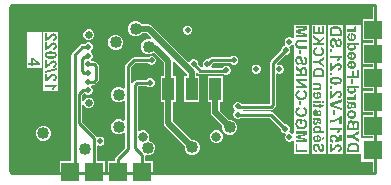
<source format=gbl>
G04*
G04 #@! TF.GenerationSoftware,Altium Limited,Altium Designer,22.9.1 (49)*
G04*
G04 Layer_Physical_Order=4*
G04 Layer_Color=16711680*
%FSLAX25Y25*%
%MOIN*%
G70*
G04*
G04 #@! TF.SameCoordinates,E7B6729E-600D-4C31-B664-834E27CDD885*
G04*
G04*
G04 #@! TF.FilePolarity,Positive*
G04*
G01*
G75*
%ADD12C,0.01000*%
%ADD58C,0.02559*%
G04:AMPARAMS|DCode=59|XSize=39.37mil|YSize=82.68mil|CornerRadius=19.68mil|HoleSize=0mil|Usage=FLASHONLY|Rotation=270.000|XOffset=0mil|YOffset=0mil|HoleType=Round|Shape=RoundedRectangle|*
%AMROUNDEDRECTD59*
21,1,0.03937,0.04331,0,0,270.0*
21,1,0.00000,0.08268,0,0,270.0*
1,1,0.03937,-0.02165,0.00000*
1,1,0.03937,-0.02165,0.00000*
1,1,0.03937,0.02165,0.00000*
1,1,0.03937,0.02165,0.00000*
%
%ADD59ROUNDEDRECTD59*%
G04:AMPARAMS|DCode=60|XSize=39.37mil|YSize=70.87mil|CornerRadius=19.68mil|HoleSize=0mil|Usage=FLASHONLY|Rotation=270.000|XOffset=0mil|YOffset=0mil|HoleType=Round|Shape=RoundedRectangle|*
%AMROUNDEDRECTD60*
21,1,0.03937,0.03150,0,0,270.0*
21,1,0.00000,0.07087,0,0,270.0*
1,1,0.03937,-0.01575,0.00000*
1,1,0.03937,-0.01575,0.00000*
1,1,0.03937,0.01575,0.00000*
1,1,0.03937,0.01575,0.00000*
%
%ADD60ROUNDEDRECTD60*%
%ADD64C,0.02000*%
%ADD65R,0.06000X0.06000*%
%ADD66R,0.06000X0.06000*%
%ADD67C,0.15748*%
%ADD68C,0.03150*%
%ADD69C,0.02000*%
%ADD70C,0.04000*%
%ADD71R,0.03937X0.07480*%
G36*
X442500Y262248D02*
X439000D01*
Y255248D01*
X442500D01*
Y254248D01*
X439000D01*
Y247248D01*
X442500D01*
Y246250D01*
X439000D01*
Y239250D01*
X442500D01*
Y238250D01*
X439000D01*
Y231250D01*
X442500D01*
Y230252D01*
X439000D01*
Y223252D01*
X442500D01*
Y222752D01*
X438760D01*
X438500Y222752D01*
X438260Y223152D01*
Y260399D01*
X433358D01*
Y217374D01*
X438000D01*
X438260Y217374D01*
X438500Y216973D01*
Y214752D01*
X442500D01*
Y211400D01*
X368980D01*
Y214917D01*
X366500D01*
Y216384D01*
X366782Y216809D01*
X367777D01*
X368696Y217189D01*
X369399Y217893D01*
X369779Y218811D01*
Y219806D01*
X369399Y220725D01*
X368696Y221428D01*
X367903Y221756D01*
X367665Y222110D01*
X367591Y222309D01*
X367724Y222631D01*
Y223456D01*
X367408Y224219D01*
X366825Y224802D01*
X366062Y225118D01*
X365237D01*
X364594Y224852D01*
X364094Y225076D01*
Y239980D01*
X366998D01*
X367250Y239728D01*
X367802Y239500D01*
X368398D01*
X368950Y239728D01*
X369372Y240150D01*
X369600Y240702D01*
Y241298D01*
X369372Y241850D01*
X368950Y242272D01*
X368398Y242500D01*
X367802D01*
X367250Y242272D01*
X366998Y242020D01*
X363661D01*
X363270Y241942D01*
X362940Y241721D01*
X362354Y241135D01*
X362192Y240892D01*
X361772Y240944D01*
X361692Y240976D01*
Y246057D01*
X363116Y247480D01*
X367498D01*
X367750Y247228D01*
X368302Y247000D01*
X368898D01*
X369450Y247228D01*
X369872Y247650D01*
X370100Y248202D01*
Y248798D01*
X369872Y249350D01*
X369450Y249772D01*
X368898Y250000D01*
X368302D01*
X367750Y249772D01*
X367498Y249520D01*
X362693D01*
X362303Y249442D01*
X361972Y249221D01*
X359951Y247200D01*
X359730Y246869D01*
X359652Y246479D01*
Y239162D01*
X359191Y238971D01*
X359024Y239137D01*
X358105Y239518D01*
X357111D01*
X356192Y239137D01*
X355489Y238434D01*
X355108Y237515D01*
Y236521D01*
X355489Y235602D01*
X356192Y234899D01*
X357111Y234518D01*
X358105D01*
X359024Y234899D01*
X359191Y235065D01*
X359652Y234874D01*
Y228530D01*
X359191Y228339D01*
X359088Y228441D01*
X358169Y228821D01*
X357175D01*
X356256Y228441D01*
X355553Y227738D01*
X355172Y226819D01*
Y225824D01*
X355553Y224905D01*
X356256Y224202D01*
X357175Y223821D01*
X358169D01*
X359088Y224202D01*
X359191Y224304D01*
X359652Y224113D01*
Y219204D01*
X356759Y216311D01*
X356538Y215981D01*
X356461Y215590D01*
Y214917D01*
X353980D01*
Y211400D01*
X352980D01*
Y214917D01*
X350352D01*
Y216745D01*
X350361Y216759D01*
X350439Y217149D01*
Y219781D01*
X350939Y220115D01*
X351116Y220042D01*
X351712D01*
X352264Y220270D01*
X352686Y220692D01*
X352914Y221244D01*
Y221840D01*
X352686Y222392D01*
X352264Y222814D01*
X351712Y223042D01*
X351116D01*
X350827Y222922D01*
X350440Y222914D01*
X350174Y223130D01*
X350098Y223242D01*
X347501Y225839D01*
X347501Y225839D01*
X345456Y227885D01*
Y233546D01*
X345956Y233645D01*
X346093Y233314D01*
X346594Y232813D01*
X347248Y232542D01*
X347955D01*
X348610Y232813D01*
X349110Y233314D01*
X349381Y233968D01*
Y234676D01*
X349110Y235330D01*
X348610Y235831D01*
X347955Y236102D01*
X347248D01*
X346594Y235831D01*
X346093Y235330D01*
X345956Y234999D01*
X345456Y235098D01*
Y236797D01*
X346132Y237473D01*
X346415D01*
X346591Y237297D01*
X347143Y237069D01*
X347739D01*
X348291Y237297D01*
X348713Y237719D01*
X348941Y238270D01*
Y238867D01*
X348713Y239418D01*
X348469Y239661D01*
X348356Y239958D01*
X348607Y240380D01*
X349303D01*
X349693Y240458D01*
X350024Y240679D01*
X350827Y241482D01*
X351048Y241813D01*
X351126Y242203D01*
Y246517D01*
X351048Y246908D01*
X350827Y247238D01*
X350222Y247843D01*
X349891Y248064D01*
X349501Y248142D01*
X348644D01*
X348389Y248579D01*
X348518Y248819D01*
X348713Y249014D01*
X348941Y249565D01*
Y250162D01*
X348713Y250713D01*
X348291Y251135D01*
X348258Y251148D01*
Y251690D01*
X348291Y251703D01*
X348713Y252125D01*
X348941Y252676D01*
Y253273D01*
X348713Y253824D01*
X348291Y254246D01*
X347739Y254474D01*
X347143D01*
X346591Y254246D01*
X346297Y253952D01*
X345550D01*
X345159Y253874D01*
X344829Y253654D01*
X342215Y251040D01*
X341994Y250709D01*
X341917Y250319D01*
Y214917D01*
X337980D01*
Y211400D01*
X321200D01*
Y266300D01*
X442500D01*
Y262248D01*
D02*
G37*
G36*
X436672Y259810D02*
X436705Y259727D01*
X436733Y259643D01*
X436750Y259566D01*
X436761Y259505D01*
X436766Y259455D01*
Y259410D01*
X436761Y259344D01*
X436755Y259288D01*
X436739Y259233D01*
X436722Y259188D01*
X436705Y259149D01*
X436694Y259116D01*
X436683Y259099D01*
X436678Y259094D01*
X436639Y259038D01*
X436583Y258988D01*
X436522Y258933D01*
X436461Y258889D01*
X436400Y258844D01*
X436350Y258811D01*
X436317Y258789D01*
X436311Y258783D01*
X436705D01*
Y258100D01*
X433919D01*
Y258839D01*
X434774D01*
X434902D01*
X435018D01*
X435124Y258844D01*
X435218Y258850D01*
X435307D01*
X435379Y258855D01*
X435451Y258861D01*
X435507Y258866D01*
X435557Y258872D01*
X435601Y258877D01*
X435634Y258883D01*
X435662D01*
X435679Y258889D01*
X435695Y258894D01*
X435706D01*
X435784Y258916D01*
X435851Y258944D01*
X435906Y258972D01*
X435945Y258999D01*
X435978Y259022D01*
X436001Y259044D01*
X436012Y259055D01*
X436017Y259061D01*
X436045Y259105D01*
X436067Y259149D01*
X436084Y259194D01*
X436095Y259233D01*
X436100Y259266D01*
X436106Y259299D01*
Y259321D01*
X436100Y259383D01*
X436089Y259443D01*
X436067Y259499D01*
X436045Y259555D01*
X436023Y259599D01*
X436001Y259632D01*
X435990Y259660D01*
X435984Y259665D01*
X436622Y259899D01*
X436672Y259810D01*
D02*
G37*
G36*
X435390Y257518D02*
X435523Y257501D01*
X435645Y257479D01*
X435762Y257451D01*
X435862Y257423D01*
X435956Y257390D01*
X436039Y257357D01*
X436112Y257323D01*
X436178Y257290D01*
X436228Y257262D01*
X436272Y257235D01*
X436306Y257212D01*
X436334Y257196D01*
X436345Y257185D01*
X436350Y257179D01*
X436422Y257113D01*
X436489Y257035D01*
X436545Y256957D01*
X436589Y256879D01*
X436633Y256796D01*
X436667Y256713D01*
X436694Y256635D01*
X436717Y256557D01*
X436733Y256485D01*
X436744Y256419D01*
X436755Y256358D01*
X436761Y256308D01*
X436766Y256263D01*
Y256202D01*
X436761Y256102D01*
X436750Y256008D01*
X436728Y255914D01*
X436705Y255831D01*
X436678Y255747D01*
X436644Y255675D01*
X436606Y255603D01*
X436572Y255542D01*
X436533Y255486D01*
X436494Y255436D01*
X436461Y255392D01*
X436434Y255359D01*
X436411Y255331D01*
X436389Y255309D01*
X436378Y255298D01*
X436372Y255292D01*
X436295Y255231D01*
X436211Y255176D01*
X436128Y255126D01*
X436039Y255081D01*
X435945Y255048D01*
X435856Y255020D01*
X435684Y254976D01*
X435601Y254959D01*
X435529Y254948D01*
X435462Y254942D01*
X435407Y254937D01*
X435357Y254931D01*
X435318D01*
X435296D01*
X435290D01*
X435185Y254937D01*
X435079Y254942D01*
X434985Y254959D01*
X434896Y254976D01*
X434807Y254992D01*
X434730Y255020D01*
X434657Y255042D01*
X434591Y255070D01*
X434530Y255092D01*
X434480Y255120D01*
X434436Y255142D01*
X434397Y255159D01*
X434369Y255181D01*
X434347Y255192D01*
X434336Y255198D01*
X434330Y255203D01*
X434247Y255276D01*
X434175Y255348D01*
X434114Y255431D01*
X434058Y255520D01*
X434014Y255609D01*
X433975Y255697D01*
X433942Y255786D01*
X433919Y255875D01*
X433897Y255953D01*
X433886Y256030D01*
X433875Y256102D01*
X433864Y256164D01*
Y256213D01*
X433858Y256247D01*
Y256280D01*
X433869Y256441D01*
X433892Y256591D01*
X433925Y256718D01*
X433964Y256830D01*
X433986Y256879D01*
X434003Y256918D01*
X434019Y256957D01*
X434036Y256985D01*
X434053Y257007D01*
X434058Y257029D01*
X434069Y257035D01*
Y257040D01*
X434158Y257146D01*
X434252Y257240D01*
X434358Y257318D01*
X434458Y257379D01*
X434547Y257429D01*
X434585Y257446D01*
X434619Y257462D01*
X434646Y257473D01*
X434669Y257484D01*
X434680Y257490D01*
X434685D01*
X434807Y256757D01*
X434735Y256730D01*
X434669Y256702D01*
X434619Y256674D01*
X434574Y256641D01*
X434541Y256619D01*
X434519Y256596D01*
X434508Y256580D01*
X434502Y256574D01*
X434469Y256530D01*
X434447Y256480D01*
X434430Y256430D01*
X434419Y256385D01*
X434413Y256347D01*
X434408Y256313D01*
Y256286D01*
X434413Y256197D01*
X434436Y256114D01*
X434463Y256036D01*
X434496Y255975D01*
X434530Y255925D01*
X434558Y255891D01*
X434580Y255864D01*
X434585Y255858D01*
X434657Y255803D01*
X434741Y255764D01*
X434830Y255731D01*
X434907Y255708D01*
X434985Y255697D01*
X435040Y255692D01*
X435063Y255686D01*
X435079D01*
X435090D01*
X435096D01*
Y257529D01*
X435251D01*
X435390Y257518D01*
D02*
G37*
G36*
X437760Y253683D02*
X436378D01*
X436445Y253616D01*
X436506Y253549D01*
X436556Y253483D01*
X436606Y253411D01*
X436639Y253344D01*
X436672Y253277D01*
X436700Y253211D01*
X436717Y253150D01*
X436733Y253089D01*
X436744Y253039D01*
X436755Y252989D01*
X436761Y252950D01*
X436766Y252917D01*
Y252872D01*
X436761Y252778D01*
X436750Y252689D01*
X436733Y252606D01*
X436711Y252523D01*
X436650Y252384D01*
X436617Y252317D01*
X436583Y252262D01*
X436545Y252206D01*
X436511Y252162D01*
X436483Y252123D01*
X436456Y252090D01*
X436428Y252062D01*
X436411Y252045D01*
X436400Y252034D01*
X436395Y252029D01*
X436322Y251973D01*
X436245Y251923D01*
X436162Y251879D01*
X436073Y251840D01*
X435984Y251807D01*
X435895Y251779D01*
X435717Y251740D01*
X435640Y251729D01*
X435562Y251718D01*
X435496Y251712D01*
X435434Y251707D01*
X435385Y251701D01*
X435351D01*
X435323D01*
X435318D01*
X435190Y251707D01*
X435074Y251718D01*
X434963Y251735D01*
X434857Y251757D01*
X434763Y251779D01*
X434674Y251807D01*
X434596Y251840D01*
X434524Y251873D01*
X434458Y251901D01*
X434402Y251934D01*
X434352Y251962D01*
X434313Y251990D01*
X434280Y252007D01*
X434258Y252023D01*
X434247Y252034D01*
X434241Y252040D01*
X434175Y252106D01*
X434114Y252173D01*
X434064Y252245D01*
X434019Y252312D01*
X433980Y252384D01*
X433953Y252450D01*
X433925Y252517D01*
X433908Y252578D01*
X433892Y252639D01*
X433881Y252695D01*
X433869Y252739D01*
X433864Y252783D01*
X433858Y252817D01*
Y252861D01*
X433864Y252950D01*
X433875Y253033D01*
X433892Y253116D01*
X433914Y253189D01*
X433936Y253244D01*
X433953Y253294D01*
X433964Y253322D01*
X433969Y253333D01*
X434019Y253416D01*
X434075Y253494D01*
X434136Y253566D01*
X434191Y253622D01*
X434241Y253672D01*
X434286Y253710D01*
X434313Y253733D01*
X434325Y253738D01*
X433919D01*
Y254421D01*
X437760D01*
Y253683D01*
D02*
G37*
G36*
X435390Y251252D02*
X435523Y251235D01*
X435645Y251213D01*
X435762Y251185D01*
X435862Y251157D01*
X435956Y251124D01*
X436039Y251091D01*
X436112Y251058D01*
X436178Y251024D01*
X436228Y250996D01*
X436272Y250969D01*
X436306Y250946D01*
X436334Y250930D01*
X436345Y250919D01*
X436350Y250913D01*
X436422Y250847D01*
X436489Y250769D01*
X436545Y250691D01*
X436589Y250613D01*
X436633Y250530D01*
X436667Y250447D01*
X436694Y250369D01*
X436717Y250292D01*
X436733Y250219D01*
X436744Y250153D01*
X436755Y250092D01*
X436761Y250042D01*
X436766Y249997D01*
Y249936D01*
X436761Y249836D01*
X436750Y249742D01*
X436728Y249648D01*
X436705Y249565D01*
X436678Y249481D01*
X436644Y249409D01*
X436606Y249337D01*
X436572Y249276D01*
X436533Y249220D01*
X436494Y249170D01*
X436461Y249126D01*
X436434Y249093D01*
X436411Y249065D01*
X436389Y249043D01*
X436378Y249032D01*
X436372Y249026D01*
X436295Y248965D01*
X436211Y248910D01*
X436128Y248860D01*
X436039Y248815D01*
X435945Y248782D01*
X435856Y248754D01*
X435684Y248710D01*
X435601Y248693D01*
X435529Y248682D01*
X435462Y248676D01*
X435407Y248671D01*
X435357Y248665D01*
X435318D01*
X435296D01*
X435290D01*
X435185Y248671D01*
X435079Y248676D01*
X434985Y248693D01*
X434896Y248710D01*
X434807Y248727D01*
X434730Y248754D01*
X434657Y248776D01*
X434591Y248804D01*
X434530Y248826D01*
X434480Y248854D01*
X434436Y248876D01*
X434397Y248893D01*
X434369Y248915D01*
X434347Y248926D01*
X434336Y248932D01*
X434330Y248937D01*
X434247Y249009D01*
X434175Y249082D01*
X434114Y249165D01*
X434058Y249254D01*
X434014Y249342D01*
X433975Y249431D01*
X433942Y249520D01*
X433919Y249609D01*
X433897Y249687D01*
X433886Y249764D01*
X433875Y249836D01*
X433864Y249898D01*
Y249948D01*
X433858Y249981D01*
Y250014D01*
X433869Y250175D01*
X433892Y250325D01*
X433925Y250452D01*
X433964Y250564D01*
X433986Y250613D01*
X434003Y250652D01*
X434019Y250691D01*
X434036Y250719D01*
X434053Y250741D01*
X434058Y250763D01*
X434069Y250769D01*
Y250774D01*
X434158Y250880D01*
X434252Y250974D01*
X434358Y251052D01*
X434458Y251113D01*
X434547Y251163D01*
X434585Y251180D01*
X434619Y251196D01*
X434646Y251207D01*
X434669Y251218D01*
X434680Y251224D01*
X434685D01*
X434807Y250491D01*
X434735Y250464D01*
X434669Y250436D01*
X434619Y250408D01*
X434574Y250375D01*
X434541Y250353D01*
X434519Y250330D01*
X434508Y250314D01*
X434502Y250308D01*
X434469Y250264D01*
X434447Y250214D01*
X434430Y250164D01*
X434419Y250119D01*
X434413Y250081D01*
X434408Y250047D01*
Y250020D01*
X434413Y249931D01*
X434436Y249848D01*
X434463Y249770D01*
X434496Y249709D01*
X434530Y249659D01*
X434558Y249626D01*
X434580Y249598D01*
X434585Y249592D01*
X434657Y249537D01*
X434741Y249498D01*
X434830Y249465D01*
X434907Y249442D01*
X434985Y249431D01*
X435040Y249426D01*
X435063Y249420D01*
X435079D01*
X435090D01*
X435096D01*
Y251263D01*
X435251D01*
X435390Y251252D01*
D02*
G37*
G36*
Y248266D02*
X435523Y248249D01*
X435645Y248227D01*
X435762Y248199D01*
X435862Y248171D01*
X435956Y248138D01*
X436039Y248105D01*
X436112Y248072D01*
X436178Y248038D01*
X436228Y248010D01*
X436272Y247983D01*
X436306Y247961D01*
X436334Y247944D01*
X436345Y247933D01*
X436350Y247927D01*
X436422Y247861D01*
X436489Y247783D01*
X436545Y247705D01*
X436589Y247628D01*
X436633Y247544D01*
X436667Y247461D01*
X436694Y247383D01*
X436717Y247306D01*
X436733Y247234D01*
X436744Y247167D01*
X436755Y247106D01*
X436761Y247056D01*
X436766Y247011D01*
Y246951D01*
X436761Y246851D01*
X436750Y246756D01*
X436728Y246662D01*
X436705Y246579D01*
X436678Y246495D01*
X436644Y246423D01*
X436606Y246351D01*
X436572Y246290D01*
X436533Y246234D01*
X436494Y246185D01*
X436461Y246140D01*
X436434Y246107D01*
X436411Y246079D01*
X436389Y246057D01*
X436378Y246046D01*
X436372Y246040D01*
X436295Y245979D01*
X436211Y245924D01*
X436128Y245874D01*
X436039Y245829D01*
X435945Y245796D01*
X435856Y245768D01*
X435684Y245724D01*
X435601Y245707D01*
X435529Y245696D01*
X435462Y245691D01*
X435407Y245685D01*
X435357Y245679D01*
X435318D01*
X435296D01*
X435290D01*
X435185Y245685D01*
X435079Y245691D01*
X434985Y245707D01*
X434896Y245724D01*
X434807Y245741D01*
X434730Y245768D01*
X434657Y245791D01*
X434591Y245818D01*
X434530Y245841D01*
X434480Y245868D01*
X434436Y245890D01*
X434397Y245907D01*
X434369Y245929D01*
X434347Y245940D01*
X434336Y245946D01*
X434330Y245952D01*
X434247Y246024D01*
X434175Y246096D01*
X434114Y246179D01*
X434058Y246268D01*
X434014Y246357D01*
X433975Y246445D01*
X433942Y246534D01*
X433919Y246623D01*
X433897Y246701D01*
X433886Y246778D01*
X433875Y246851D01*
X433864Y246912D01*
Y246962D01*
X433858Y246995D01*
Y247028D01*
X433869Y247189D01*
X433892Y247339D01*
X433925Y247467D01*
X433964Y247578D01*
X433986Y247628D01*
X434003Y247666D01*
X434019Y247705D01*
X434036Y247733D01*
X434053Y247755D01*
X434058Y247777D01*
X434069Y247783D01*
Y247789D01*
X434158Y247894D01*
X434252Y247988D01*
X434358Y248066D01*
X434458Y248127D01*
X434547Y248177D01*
X434585Y248194D01*
X434619Y248210D01*
X434646Y248221D01*
X434669Y248233D01*
X434680Y248238D01*
X434685D01*
X434807Y247505D01*
X434735Y247478D01*
X434669Y247450D01*
X434619Y247422D01*
X434574Y247389D01*
X434541Y247367D01*
X434519Y247344D01*
X434508Y247328D01*
X434502Y247322D01*
X434469Y247278D01*
X434447Y247228D01*
X434430Y247178D01*
X434419Y247134D01*
X434413Y247095D01*
X434408Y247061D01*
Y247034D01*
X434413Y246945D01*
X434436Y246862D01*
X434463Y246784D01*
X434496Y246723D01*
X434530Y246673D01*
X434558Y246640D01*
X434580Y246612D01*
X434585Y246606D01*
X434657Y246551D01*
X434741Y246512D01*
X434830Y246479D01*
X434907Y246457D01*
X434985Y246445D01*
X435040Y246440D01*
X435063Y246434D01*
X435079D01*
X435090D01*
X435096D01*
Y248277D01*
X435251D01*
X435390Y248266D01*
D02*
G37*
G36*
X437760Y242621D02*
X433919D01*
Y243398D01*
X435551D01*
Y245002D01*
X436200D01*
Y243398D01*
X437111D01*
Y245258D01*
X437760D01*
Y242621D01*
D02*
G37*
G36*
X435684Y240740D02*
X434946D01*
Y242189D01*
X435684D01*
Y240740D01*
D02*
G37*
G36*
X437760Y239364D02*
X436378D01*
X436445Y239297D01*
X436506Y239230D01*
X436556Y239164D01*
X436606Y239092D01*
X436639Y239025D01*
X436672Y238959D01*
X436700Y238892D01*
X436717Y238831D01*
X436733Y238770D01*
X436744Y238720D01*
X436755Y238670D01*
X436761Y238631D01*
X436766Y238598D01*
Y238553D01*
X436761Y238459D01*
X436750Y238370D01*
X436733Y238287D01*
X436711Y238204D01*
X436650Y238065D01*
X436617Y237998D01*
X436583Y237943D01*
X436545Y237887D01*
X436511Y237843D01*
X436483Y237804D01*
X436456Y237771D01*
X436428Y237743D01*
X436411Y237726D01*
X436400Y237715D01*
X436395Y237710D01*
X436322Y237654D01*
X436245Y237604D01*
X436162Y237560D01*
X436073Y237521D01*
X435984Y237488D01*
X435895Y237460D01*
X435717Y237421D01*
X435640Y237410D01*
X435562Y237399D01*
X435496Y237393D01*
X435434Y237388D01*
X435385Y237382D01*
X435351D01*
X435323D01*
X435318D01*
X435190Y237388D01*
X435074Y237399D01*
X434963Y237416D01*
X434857Y237438D01*
X434763Y237460D01*
X434674Y237488D01*
X434596Y237521D01*
X434524Y237554D01*
X434458Y237582D01*
X434402Y237615D01*
X434352Y237643D01*
X434313Y237671D01*
X434280Y237687D01*
X434258Y237704D01*
X434247Y237715D01*
X434241Y237721D01*
X434175Y237787D01*
X434114Y237854D01*
X434064Y237926D01*
X434019Y237993D01*
X433980Y238065D01*
X433953Y238131D01*
X433925Y238198D01*
X433908Y238259D01*
X433892Y238320D01*
X433881Y238376D01*
X433869Y238420D01*
X433864Y238464D01*
X433858Y238498D01*
Y238542D01*
X433864Y238631D01*
X433875Y238714D01*
X433892Y238797D01*
X433914Y238870D01*
X433936Y238925D01*
X433953Y238975D01*
X433964Y239003D01*
X433969Y239014D01*
X434019Y239097D01*
X434075Y239175D01*
X434136Y239247D01*
X434191Y239303D01*
X434241Y239352D01*
X434286Y239391D01*
X434313Y239414D01*
X434325Y239419D01*
X433919D01*
Y240102D01*
X437760D01*
Y239364D01*
D02*
G37*
G36*
X436672Y237138D02*
X436705Y237055D01*
X436733Y236972D01*
X436750Y236894D01*
X436761Y236833D01*
X436766Y236783D01*
Y236738D01*
X436761Y236672D01*
X436755Y236616D01*
X436739Y236561D01*
X436722Y236516D01*
X436705Y236478D01*
X436694Y236444D01*
X436683Y236428D01*
X436678Y236422D01*
X436639Y236367D01*
X436583Y236317D01*
X436522Y236261D01*
X436461Y236217D01*
X436400Y236172D01*
X436350Y236139D01*
X436317Y236117D01*
X436311Y236111D01*
X436705D01*
Y235429D01*
X433919D01*
Y236167D01*
X434774D01*
X434902D01*
X435018D01*
X435124Y236172D01*
X435218Y236178D01*
X435307D01*
X435379Y236184D01*
X435451Y236189D01*
X435507Y236195D01*
X435557Y236200D01*
X435601Y236206D01*
X435634Y236211D01*
X435662D01*
X435679Y236217D01*
X435695Y236222D01*
X435706D01*
X435784Y236245D01*
X435851Y236272D01*
X435906Y236300D01*
X435945Y236328D01*
X435978Y236350D01*
X436001Y236372D01*
X436012Y236383D01*
X436017Y236389D01*
X436045Y236433D01*
X436067Y236478D01*
X436084Y236522D01*
X436095Y236561D01*
X436100Y236594D01*
X436106Y236628D01*
Y236650D01*
X436100Y236711D01*
X436089Y236772D01*
X436067Y236827D01*
X436045Y236883D01*
X436023Y236927D01*
X436001Y236961D01*
X435990Y236988D01*
X435984Y236994D01*
X436622Y237227D01*
X436672Y237138D01*
D02*
G37*
G36*
X433991Y234857D02*
X434058Y234829D01*
X434119Y234807D01*
X434175Y234785D01*
X434219Y234774D01*
X434258Y234763D01*
X434280Y234757D01*
X434286D01*
X434358Y234746D01*
X434447Y234740D01*
X434535Y234729D01*
X434624D01*
X434702Y234724D01*
X434768D01*
X434796D01*
X434813D01*
X434824D01*
X434830D01*
X435690Y234735D01*
X435779D01*
X435856Y234729D01*
X435928Y234724D01*
X435995Y234718D01*
X436056Y234713D01*
X436112Y234702D01*
X436162Y234696D01*
X436200Y234685D01*
X436239Y234674D01*
X436267Y234668D01*
X436317Y234652D01*
X436339Y234641D01*
X436350Y234635D01*
X436411Y234591D01*
X436472Y234541D01*
X436522Y234485D01*
X436567Y234424D01*
X436600Y234374D01*
X436622Y234330D01*
X436639Y234302D01*
X436644Y234296D01*
Y234291D01*
X436667Y234241D01*
X436683Y234191D01*
X436717Y234074D01*
X436739Y233952D01*
X436750Y233836D01*
X436761Y233725D01*
Y233680D01*
X436766Y233642D01*
Y233458D01*
X436755Y233370D01*
X436750Y233281D01*
X436733Y233203D01*
X436722Y233125D01*
X436705Y233059D01*
X436683Y232998D01*
X436667Y232942D01*
X436650Y232898D01*
X436628Y232854D01*
X436611Y232820D01*
X436600Y232787D01*
X436583Y232765D01*
X436578Y232748D01*
X436567Y232743D01*
Y232737D01*
X436483Y232643D01*
X436389Y232565D01*
X436289Y232498D01*
X436195Y232443D01*
X436106Y232404D01*
X436067Y232387D01*
X436034Y232376D01*
X436006Y232365D01*
X435984Y232360D01*
X435973Y232354D01*
X435967D01*
X435845Y233014D01*
X435912Y233042D01*
X435967Y233070D01*
X436017Y233098D01*
X436056Y233131D01*
X436084Y233153D01*
X436100Y233175D01*
X436112Y233187D01*
X436117Y233192D01*
X436145Y233236D01*
X436167Y233286D01*
X436178Y233342D01*
X436189Y233392D01*
X436195Y233436D01*
X436200Y233470D01*
Y233503D01*
X436195Y233603D01*
X436184Y233686D01*
X436173Y233753D01*
X436156Y233808D01*
X436134Y233847D01*
X436123Y233875D01*
X436112Y233891D01*
X436106Y233897D01*
X436067Y233936D01*
X436023Y233963D01*
X435973Y233980D01*
X435923Y233997D01*
X435873Y234002D01*
X435834Y234008D01*
X435812D01*
X435801D01*
X435729D01*
X435712Y233969D01*
X435695Y233919D01*
X435662Y233814D01*
X435634Y233692D01*
X435606Y233575D01*
X435579Y233464D01*
X435568Y233414D01*
X435562Y233370D01*
X435557Y233336D01*
X435551Y233309D01*
X435545Y233292D01*
Y233286D01*
X435518Y233153D01*
X435490Y233031D01*
X435462Y232931D01*
X435434Y232848D01*
X435407Y232781D01*
X435390Y232737D01*
X435379Y232709D01*
X435373Y232698D01*
X435335Y232626D01*
X435290Y232565D01*
X435240Y232509D01*
X435196Y232470D01*
X435157Y232432D01*
X435124Y232410D01*
X435102Y232393D01*
X435090Y232387D01*
X435018Y232348D01*
X434946Y232321D01*
X434879Y232304D01*
X434813Y232293D01*
X434757Y232282D01*
X434713Y232276D01*
X434685D01*
X434674D01*
X434608Y232282D01*
X434547Y232287D01*
X434430Y232315D01*
X434330Y232354D01*
X434247Y232398D01*
X434180Y232443D01*
X434130Y232482D01*
X434097Y232509D01*
X434091Y232521D01*
X434086D01*
X434008Y232620D01*
X433953Y232731D01*
X433914Y232842D01*
X433886Y232953D01*
X433869Y233048D01*
X433864Y233092D01*
Y233125D01*
X433858Y233159D01*
Y233198D01*
X433864Y233286D01*
X433875Y233375D01*
X433886Y233453D01*
X433903Y233520D01*
X433919Y233575D01*
X433936Y233619D01*
X433942Y233647D01*
X433947Y233658D01*
X433986Y233736D01*
X434025Y233814D01*
X434075Y233880D01*
X434119Y233941D01*
X434158Y233991D01*
X434191Y234030D01*
X434213Y234052D01*
X434219Y234063D01*
X434197Y234069D01*
X434169Y234080D01*
X434147Y234086D01*
X434141Y234091D01*
X434136D01*
X434086Y234108D01*
X434041Y234119D01*
X434003Y234130D01*
X433975Y234141D01*
X433953Y234152D01*
X433930Y234158D01*
X433925Y234163D01*
X433919D01*
Y234890D01*
X433991Y234857D01*
D02*
G37*
G36*
X435434Y231893D02*
X435545Y231882D01*
X435645Y231860D01*
X435745Y231838D01*
X435834Y231804D01*
X435923Y231771D01*
X436001Y231732D01*
X436073Y231699D01*
X436134Y231660D01*
X436195Y231621D01*
X436239Y231588D01*
X436284Y231555D01*
X436311Y231533D01*
X436339Y231510D01*
X436350Y231499D01*
X436356Y231494D01*
X436428Y231416D01*
X436489Y231333D01*
X436545Y231249D01*
X436594Y231161D01*
X436633Y231072D01*
X436667Y230989D01*
X436694Y230905D01*
X436717Y230822D01*
X436733Y230750D01*
X436744Y230678D01*
X436755Y230617D01*
X436761Y230561D01*
X436766Y230517D01*
Y230456D01*
X436761Y230306D01*
X436739Y230167D01*
X436711Y230040D01*
X436678Y229929D01*
X436656Y229884D01*
X436639Y229840D01*
X436628Y229801D01*
X436611Y229773D01*
X436600Y229746D01*
X436589Y229729D01*
X436583Y229718D01*
Y229712D01*
X436506Y229596D01*
X436422Y229496D01*
X436334Y229407D01*
X436250Y229335D01*
X436173Y229279D01*
X436112Y229235D01*
X436089Y229218D01*
X436073Y229213D01*
X436062Y229202D01*
X436056D01*
X435928Y229140D01*
X435801Y229102D01*
X435684Y229068D01*
X435579Y229046D01*
X435484Y229035D01*
X435446Y229029D01*
X435412D01*
X435390Y229024D01*
X435368D01*
X435357D01*
X435351D01*
X435179Y229029D01*
X435018Y229052D01*
X434879Y229080D01*
X434818Y229096D01*
X434763Y229113D01*
X434713Y229129D01*
X434669Y229146D01*
X434630Y229163D01*
X434596Y229174D01*
X434569Y229185D01*
X434552Y229196D01*
X434541Y229202D01*
X434535D01*
X434419Y229279D01*
X434319Y229363D01*
X434230Y229451D01*
X434158Y229535D01*
X434102Y229612D01*
X434064Y229673D01*
X434047Y229696D01*
X434036Y229712D01*
X434030Y229723D01*
Y229729D01*
X433975Y229862D01*
X433930Y229990D01*
X433903Y230112D01*
X433881Y230228D01*
X433869Y230323D01*
X433864Y230362D01*
Y230395D01*
X433858Y230423D01*
Y230461D01*
X433864Y230578D01*
X433875Y230683D01*
X433897Y230789D01*
X433925Y230883D01*
X433953Y230978D01*
X433986Y231061D01*
X434025Y231138D01*
X434064Y231211D01*
X434102Y231272D01*
X434141Y231327D01*
X434175Y231377D01*
X434202Y231416D01*
X434230Y231449D01*
X434252Y231471D01*
X434263Y231483D01*
X434269Y231488D01*
X434352Y231560D01*
X434436Y231621D01*
X434519Y231677D01*
X434608Y231727D01*
X434696Y231766D01*
X434785Y231799D01*
X434868Y231827D01*
X434952Y231849D01*
X435024Y231866D01*
X435096Y231877D01*
X435157Y231888D01*
X435213Y231893D01*
X435257Y231899D01*
X435290D01*
X435312D01*
X435318D01*
X435434Y231893D01*
D02*
G37*
G36*
X435151Y228536D02*
X435262Y228513D01*
X435357Y228480D01*
X435446Y228447D01*
X435512Y228414D01*
X435562Y228380D01*
X435595Y228358D01*
X435606Y228352D01*
X435695Y228275D01*
X435768Y228191D01*
X435828Y228097D01*
X435873Y228014D01*
X435912Y227936D01*
X435940Y227870D01*
X435945Y227847D01*
X435951Y227831D01*
X435956Y227820D01*
Y227814D01*
X436006Y227903D01*
X436056Y227981D01*
X436117Y228047D01*
X436167Y228103D01*
X436217Y228141D01*
X436256Y228175D01*
X436284Y228197D01*
X436295Y228203D01*
X436383Y228253D01*
X436467Y228291D01*
X436550Y228314D01*
X436628Y228336D01*
X436694Y228347D01*
X436744Y228352D01*
X436778D01*
X436783D01*
X436789D01*
X436877Y228347D01*
X436966Y228336D01*
X437038Y228314D01*
X437105Y228291D01*
X437160Y228269D01*
X437205Y228247D01*
X437227Y228236D01*
X437238Y228230D01*
X437310Y228186D01*
X437371Y228136D01*
X437427Y228086D01*
X437477Y228042D01*
X437510Y227997D01*
X437538Y227964D01*
X437555Y227942D01*
X437560Y227936D01*
X437605Y227870D01*
X437638Y227797D01*
X437666Y227731D01*
X437688Y227670D01*
X437704Y227614D01*
X437715Y227575D01*
X437721Y227548D01*
Y227537D01*
X437732Y227442D01*
X437743Y227337D01*
X437749Y227226D01*
X437754Y227115D01*
X437760Y227015D01*
Y225328D01*
X433919D01*
Y226993D01*
X433925Y227087D01*
Y227254D01*
X433930Y227320D01*
Y227426D01*
X433936Y227464D01*
Y227520D01*
X433942Y227542D01*
Y227564D01*
X433958Y227675D01*
X433986Y227775D01*
X434014Y227864D01*
X434047Y227942D01*
X434075Y228003D01*
X434102Y228047D01*
X434119Y228075D01*
X434125Y228086D01*
X434186Y228164D01*
X434252Y228225D01*
X434313Y228286D01*
X434380Y228330D01*
X434436Y228369D01*
X434480Y228397D01*
X434508Y228414D01*
X434519Y228419D01*
X434613Y228458D01*
X434702Y228491D01*
X434791Y228513D01*
X434868Y228524D01*
X434935Y228536D01*
X434985Y228541D01*
X435018D01*
X435024D01*
X435029D01*
X435151Y228536D01*
D02*
G37*
G36*
X437760Y224040D02*
X436239Y223158D01*
X437760Y222253D01*
Y221348D01*
X435534Y222752D01*
X433919D01*
Y223530D01*
X435529D01*
X437760Y224934D01*
Y224040D01*
D02*
G37*
G36*
X435995Y221082D02*
X436167Y221065D01*
X436250Y221060D01*
X436322Y221049D01*
X436395Y221038D01*
X436456Y221026D01*
X436511Y221010D01*
X436561Y220999D01*
X436606Y220988D01*
X436639Y220982D01*
X436667Y220971D01*
X436689Y220965D01*
X436700Y220960D01*
X436705D01*
X436839Y220910D01*
X436961Y220849D01*
X437066Y220788D01*
X437155Y220727D01*
X437227Y220677D01*
X437283Y220632D01*
X437316Y220605D01*
X437327Y220599D01*
Y220594D01*
X437416Y220499D01*
X437488Y220405D01*
X437549Y220305D01*
X437599Y220216D01*
X437638Y220138D01*
X437666Y220072D01*
X437671Y220050D01*
X437677Y220033D01*
X437682Y220022D01*
Y220016D01*
X437710Y219911D01*
X437727Y219794D01*
X437743Y219672D01*
X437749Y219556D01*
X437754Y219450D01*
X437760Y219406D01*
Y217874D01*
X433919D01*
Y219328D01*
X433925Y219478D01*
X433930Y219617D01*
X433942Y219733D01*
X433958Y219828D01*
X433975Y219905D01*
X433986Y219966D01*
X433991Y219983D01*
Y220000D01*
X433997Y220005D01*
Y220011D01*
X434041Y220133D01*
X434091Y220244D01*
X434141Y220333D01*
X434191Y220410D01*
X434236Y220471D01*
X434269Y220516D01*
X434291Y220544D01*
X434302Y220555D01*
X434408Y220649D01*
X434519Y220732D01*
X434635Y220804D01*
X434741Y220860D01*
X434841Y220904D01*
X434879Y220926D01*
X434913Y220938D01*
X434946Y220949D01*
X434968Y220960D01*
X434979Y220965D01*
X434985D01*
X435118Y221004D01*
X435257Y221038D01*
X435390Y221060D01*
X435518Y221071D01*
X435579Y221076D01*
X435634Y221082D01*
X435679D01*
X435723Y221088D01*
X435756D01*
X435779D01*
X435795D01*
X435801D01*
X435995Y221082D01*
D02*
G37*
%LPC*%
G36*
X380898Y260100D02*
X380302D01*
X379750Y259872D01*
X379328Y259450D01*
X379100Y258898D01*
Y258302D01*
X379328Y257750D01*
X379750Y257328D01*
X380302Y257100D01*
X380898D01*
X381450Y257328D01*
X381872Y257750D01*
X382100Y258302D01*
Y258898D01*
X381872Y259450D01*
X381450Y259872D01*
X380898Y260100D01*
D02*
G37*
G36*
X421013Y260417D02*
X416035D01*
Y256008D01*
X415535Y255801D01*
X415334Y256002D01*
X414783Y256230D01*
X414186D01*
X413635Y256002D01*
X413213Y255580D01*
X412985Y255029D01*
Y254432D01*
X413213Y253881D01*
X413233Y253860D01*
X413026Y253361D01*
X413025D01*
X412474Y253132D01*
X412052Y252710D01*
X411824Y252159D01*
Y251802D01*
X408399Y248378D01*
X408179Y248048D01*
X408101Y247657D01*
Y234041D01*
X398595D01*
X398240Y234397D01*
X397688Y234625D01*
X397092D01*
X396540Y234397D01*
X396118Y233975D01*
X395890Y233423D01*
Y232827D01*
X396118Y232275D01*
X396246Y232148D01*
X396447Y231739D01*
X396246Y231494D01*
X396039Y231288D01*
X395811Y230736D01*
Y230140D01*
X396039Y229588D01*
X396461Y229166D01*
X397013Y228938D01*
X397609D01*
X398161Y229166D01*
X398413Y229418D01*
X407985D01*
X411684Y225720D01*
Y225363D01*
X411912Y224812D01*
X412334Y224390D01*
X412886Y224162D01*
X413077D01*
X413309Y223687D01*
X413081Y223136D01*
Y222539D01*
X413309Y221988D01*
X413731Y221566D01*
X414283Y221338D01*
X414879D01*
X415431Y221566D01*
X415535Y221671D01*
X416035Y221463D01*
Y217374D01*
X421013D01*
Y260417D01*
D02*
G37*
G36*
X363797Y261500D02*
X362803D01*
X361884Y261119D01*
X361181Y260416D01*
X360800Y259497D01*
Y258503D01*
X361181Y257584D01*
X361884Y256881D01*
X362803Y256500D01*
X363797D01*
X364716Y256881D01*
X365306Y257471D01*
X366967D01*
X368506Y255931D01*
X368222Y255507D01*
X368149Y255538D01*
X367155D01*
X366236Y255157D01*
X365533Y254454D01*
X365152Y253535D01*
Y252540D01*
X365533Y251622D01*
X366236Y250918D01*
X367155Y250538D01*
X368149D01*
X369068Y250918D01*
X369261Y251112D01*
X372604Y247768D01*
Y243228D01*
X371665D01*
Y234748D01*
X372604D01*
Y227524D01*
X372721Y226938D01*
X373052Y226442D01*
X379661Y219834D01*
Y219000D01*
X380041Y218081D01*
X380744Y217378D01*
X381663Y216997D01*
X382658D01*
X383577Y217378D01*
X384280Y218081D01*
X384661Y219000D01*
Y219994D01*
X384280Y220913D01*
X383577Y221616D01*
X382658Y221997D01*
X381823D01*
X375663Y228157D01*
Y234748D01*
X376602D01*
Y243228D01*
X375663D01*
Y248067D01*
X376163Y248274D01*
X380479Y243959D01*
Y243228D01*
X379539D01*
Y234748D01*
X384476D01*
Y243228D01*
X383537D01*
Y244214D01*
X384037Y244421D01*
X384170Y244288D01*
X384501Y244067D01*
X384891Y243989D01*
X392581D01*
X392649Y243921D01*
X393200Y243692D01*
X393797D01*
X394348Y243921D01*
X394770Y244343D01*
X394999Y244894D01*
Y245491D01*
X394770Y246042D01*
X394348Y246464D01*
X393797Y246692D01*
X393200D01*
X392649Y246464D01*
X392227Y246042D01*
X392221Y246028D01*
X388734D01*
X388529Y246528D01*
X388721Y246991D01*
Y247077D01*
X389161Y247517D01*
X394933D01*
X395185Y247265D01*
X395737Y247037D01*
X396333D01*
X396885Y247265D01*
X397307Y247687D01*
X397535Y248238D01*
Y248835D01*
X397307Y249386D01*
X396885Y249808D01*
X396333Y250037D01*
X395737D01*
X395185Y249808D01*
X394933Y249556D01*
X388739D01*
X388349Y249479D01*
X388018Y249258D01*
X387541Y248781D01*
X387519Y248790D01*
X386923D01*
X386371Y248561D01*
X385949Y248139D01*
X385721Y247588D01*
Y246991D01*
X385882Y246603D01*
X385644Y246143D01*
X385245Y246096D01*
X384225Y247117D01*
Y247709D01*
X383997Y248260D01*
X383575Y248682D01*
X383023Y248910D01*
X382427D01*
X381875Y248682D01*
X381453Y248260D01*
X381382Y248088D01*
X380792Y247971D01*
X368681Y260081D01*
X368185Y260413D01*
X367600Y260529D01*
X365306D01*
X364716Y261119D01*
X363797Y261500D01*
D02*
G37*
G36*
X347955Y258857D02*
X347248D01*
X346594Y258587D01*
X346093Y258086D01*
X345822Y257432D01*
Y256724D01*
X346093Y256070D01*
X346594Y255569D01*
X347248Y255298D01*
X347955D01*
X348610Y255569D01*
X349110Y256070D01*
X349381Y256724D01*
Y257432D01*
X349110Y258086D01*
X348610Y258587D01*
X347955Y258857D01*
D02*
G37*
G36*
X357203Y256981D02*
X356208D01*
X355289Y256601D01*
X354586Y255897D01*
X354206Y254978D01*
Y253984D01*
X354586Y253065D01*
X355289Y252362D01*
X356208Y251981D01*
X357203D01*
X358122Y252362D01*
X358825Y253065D01*
X359206Y253984D01*
Y254978D01*
X358825Y255897D01*
X358122Y256601D01*
X357203Y256981D01*
D02*
G37*
G36*
X331999Y257980D02*
X327020D01*
Y245926D01*
X331999D01*
Y257980D01*
D02*
G37*
G36*
X403798Y247100D02*
X403202D01*
X402650Y246872D01*
X402228Y246450D01*
X402000Y245898D01*
Y245302D01*
X402228Y244750D01*
X402650Y244328D01*
X403202Y244100D01*
X403798D01*
X404350Y244328D01*
X404772Y244750D01*
X405000Y245302D01*
Y245898D01*
X404772Y246450D01*
X404350Y246872D01*
X403798Y247100D01*
D02*
G37*
G36*
X337550Y257959D02*
X332571D01*
Y238245D01*
X337550D01*
Y257959D01*
D02*
G37*
G36*
X392350Y243228D02*
X387413D01*
Y234748D01*
X388352D01*
Y231102D01*
X388469Y230517D01*
X388613Y230302D01*
X388616Y230284D01*
X388948Y229788D01*
X392200Y226536D01*
Y225704D01*
X392581Y224785D01*
X393284Y224081D01*
X394203Y223701D01*
X395197D01*
X396116Y224081D01*
X396819Y224785D01*
X397200Y225704D01*
Y226698D01*
X396819Y227617D01*
X396116Y228320D01*
X395197Y228701D01*
X394361D01*
X391411Y231650D01*
Y234748D01*
X392350D01*
Y243228D01*
D02*
G37*
G36*
X332997Y226724D02*
X332003D01*
X331084Y226343D01*
X330381Y225640D01*
X330000Y224721D01*
Y223726D01*
X330381Y222808D01*
X331084Y222104D01*
X332003Y221724D01*
X332997D01*
X333916Y222104D01*
X334619Y222808D01*
X335000Y223726D01*
Y224721D01*
X334619Y225640D01*
X333916Y226343D01*
X332997Y226724D01*
D02*
G37*
G36*
X390669Y225118D02*
X389843D01*
X389081Y224802D01*
X388497Y224219D01*
X388181Y223456D01*
Y222631D01*
X388497Y221868D01*
X389081Y221284D01*
X389843Y220969D01*
X390669D01*
X391431Y221284D01*
X392015Y221868D01*
X392331Y222631D01*
Y223456D01*
X392015Y224219D01*
X391431Y224802D01*
X390669Y225118D01*
D02*
G37*
G36*
X432560Y260410D02*
X427453D01*
Y217374D01*
X432560D01*
Y260410D01*
D02*
G37*
G36*
X426661Y260382D02*
X421941D01*
Y217374D01*
X426661D01*
Y260382D01*
D02*
G37*
%LPD*%
G36*
X416035Y253453D02*
Y224212D01*
X415535Y224004D01*
X415431Y224109D01*
X414879Y224338D01*
X414688D01*
X414456Y224812D01*
X414684Y225363D01*
Y225960D01*
X414456Y226511D01*
X414034Y226933D01*
X413482Y227162D01*
X413126D01*
X409129Y231159D01*
X408798Y231380D01*
X408408Y231458D01*
X398876D01*
X398848Y231502D01*
X399121Y232002D01*
X408535D01*
X408925Y232080D01*
X409256Y232301D01*
X409841Y232887D01*
X410063Y233217D01*
X410140Y233608D01*
Y243786D01*
X410640Y244120D01*
X410822Y244044D01*
X411419D01*
X411970Y244273D01*
X412392Y244695D01*
X412620Y245246D01*
Y245843D01*
X412392Y246394D01*
X411970Y246816D01*
X411419Y247044D01*
X410822D01*
X410471Y247440D01*
X410444Y247539D01*
X413265Y250360D01*
X413622D01*
X414173Y250589D01*
X414595Y251011D01*
X414823Y251562D01*
Y252159D01*
X414595Y252710D01*
X414575Y252730D01*
X414782Y253231D01*
X414783D01*
X415334Y253459D01*
X415535Y253660D01*
X416035Y253453D01*
D02*
G37*
G36*
X420441Y258754D02*
X417821Y258072D01*
X420441Y257385D01*
Y256227D01*
X416608D01*
Y256942D01*
X419621D01*
X416608Y257696D01*
Y258443D01*
X419621Y259197D01*
X416608Y259202D01*
Y259917D01*
X420441D01*
Y258754D01*
D02*
G37*
G36*
Y254643D02*
X418314D01*
X418231D01*
X418153D01*
X418081Y254637D01*
X418015D01*
X417959Y254632D01*
X417904D01*
X417854Y254626D01*
X417810D01*
X417743Y254615D01*
X417693Y254610D01*
X417666Y254604D01*
X417655D01*
X417583Y254588D01*
X417522Y254560D01*
X417466Y254527D01*
X417416Y254493D01*
X417378Y254460D01*
X417350Y254433D01*
X417333Y254410D01*
X417328Y254405D01*
X417283Y254338D01*
X417250Y254255D01*
X417228Y254178D01*
X417211Y254095D01*
X417200Y254023D01*
X417195Y253967D01*
Y253912D01*
X417200Y253795D01*
X417217Y253696D01*
X417239Y253607D01*
X417267Y253529D01*
X417289Y253474D01*
X417311Y253430D01*
X417328Y253408D01*
X417333Y253397D01*
X417389Y253336D01*
X417455Y253286D01*
X417516Y253241D01*
X417577Y253214D01*
X417632Y253191D01*
X417677Y253175D01*
X417704Y253164D01*
X417716D01*
X417749Y253158D01*
X417782Y253153D01*
X417826D01*
X417876Y253147D01*
X417981Y253142D01*
X418092D01*
X418192Y253136D01*
X418236D01*
X418281D01*
X418314D01*
X418336D01*
X418353D01*
X418358D01*
X420441D01*
Y252361D01*
X418391D01*
X418275D01*
X418164Y252366D01*
X418059D01*
X417965Y252372D01*
X417876Y252377D01*
X417799Y252383D01*
X417727Y252388D01*
X417660Y252399D01*
X417605Y252405D01*
X417555Y252410D01*
X417511Y252416D01*
X417477Y252421D01*
X417450Y252427D01*
X417433D01*
X417422Y252432D01*
X417416D01*
X417333Y252460D01*
X417256Y252488D01*
X417184Y252527D01*
X417123Y252560D01*
X417067Y252593D01*
X417023Y252621D01*
X417001Y252643D01*
X416990Y252649D01*
X416918Y252715D01*
X416851Y252787D01*
X416796Y252865D01*
X416746Y252937D01*
X416707Y252998D01*
X416679Y253053D01*
X416663Y253086D01*
X416657Y253092D01*
Y253097D01*
X416635Y253153D01*
X416618Y253214D01*
X416585Y253352D01*
X416563Y253491D01*
X416552Y253624D01*
X416546Y253685D01*
X416541Y253746D01*
Y253795D01*
X416535Y253845D01*
Y253934D01*
X416541Y254095D01*
X416552Y254239D01*
X416574Y254366D01*
X416596Y254471D01*
X416602Y254516D01*
X416613Y254560D01*
X416624Y254593D01*
X416635Y254621D01*
X416641Y254643D01*
X416646Y254660D01*
X416652Y254665D01*
Y254671D01*
X416696Y254770D01*
X416751Y254859D01*
X416801Y254937D01*
X416851Y255003D01*
X416895Y255053D01*
X416929Y255092D01*
X416951Y255114D01*
X416962Y255119D01*
X417040Y255180D01*
X417123Y255230D01*
X417200Y255269D01*
X417278Y255302D01*
X417344Y255324D01*
X417400Y255341D01*
X417416Y255347D01*
X417433D01*
X417439Y255352D01*
X417444D01*
X417505Y255363D01*
X417571Y255374D01*
X417643Y255385D01*
X417716Y255391D01*
X417882Y255402D01*
X418042Y255413D01*
X418114D01*
X418186D01*
X418253Y255419D01*
X418308D01*
X418353D01*
X418391D01*
X418413D01*
X418419D01*
X420441D01*
Y254643D01*
D02*
G37*
G36*
X418369Y250494D02*
X417632D01*
Y251940D01*
X418369D01*
Y250494D01*
D02*
G37*
G36*
X417854Y249923D02*
X417970Y249906D01*
X418076Y249879D01*
X418164Y249851D01*
X418236Y249823D01*
X418286Y249796D01*
X418319Y249779D01*
X418330Y249773D01*
X418419Y249712D01*
X418497Y249640D01*
X418563Y249568D01*
X418618Y249502D01*
X418663Y249441D01*
X418696Y249391D01*
X418718Y249358D01*
X418724Y249352D01*
Y249347D01*
X418751Y249291D01*
X418779Y249236D01*
X418829Y249103D01*
X418873Y248965D01*
X418918Y248832D01*
X418934Y248771D01*
X418951Y248710D01*
X418967Y248654D01*
X418979Y248610D01*
X418990Y248571D01*
X418995Y248543D01*
X419001Y248521D01*
Y248516D01*
X419028Y248416D01*
X419051Y248327D01*
X419073Y248244D01*
X419095Y248167D01*
X419117Y248106D01*
X419139Y248045D01*
X419161Y247995D01*
X419178Y247951D01*
X419195Y247912D01*
X419211Y247884D01*
X419222Y247856D01*
X419233Y247840D01*
X419250Y247812D01*
X419256Y247807D01*
X419294Y247768D01*
X419333Y247740D01*
X419372Y247724D01*
X419411Y247712D01*
X419438Y247701D01*
X419466Y247696D01*
X419483D01*
X419488D01*
X419544Y247701D01*
X419588Y247712D01*
X419632Y247735D01*
X419665Y247757D01*
X419693Y247779D01*
X419710Y247801D01*
X419721Y247812D01*
X419727Y247818D01*
X419776Y247895D01*
X419810Y247978D01*
X419837Y248067D01*
X419854Y248150D01*
X419865Y248222D01*
X419871Y248283D01*
Y248339D01*
X419865Y248455D01*
X419848Y248554D01*
X419826Y248638D01*
X419804Y248704D01*
X419782Y248760D01*
X419760Y248798D01*
X419743Y248820D01*
X419738Y248826D01*
X419682Y248881D01*
X419616Y248931D01*
X419549Y248970D01*
X419477Y248998D01*
X419416Y249020D01*
X419366Y249031D01*
X419328Y249042D01*
X419322D01*
X419316D01*
X419344Y249818D01*
X419444Y249812D01*
X419533Y249796D01*
X419621Y249773D01*
X419699Y249746D01*
X419776Y249718D01*
X419848Y249685D01*
X419909Y249652D01*
X419970Y249618D01*
X420020Y249579D01*
X420064Y249546D01*
X420103Y249513D01*
X420136Y249485D01*
X420159Y249463D01*
X420175Y249447D01*
X420186Y249435D01*
X420192Y249430D01*
X420247Y249358D01*
X420297Y249280D01*
X420341Y249197D01*
X420380Y249109D01*
X420408Y249020D01*
X420436Y248931D01*
X420474Y248754D01*
X420485Y248671D01*
X420497Y248599D01*
X420502Y248527D01*
X420508Y248466D01*
X420513Y248416D01*
Y248349D01*
X420508Y248189D01*
X420491Y248045D01*
X420469Y247917D01*
X420447Y247807D01*
X420430Y247757D01*
X420419Y247712D01*
X420408Y247679D01*
X420397Y247646D01*
X420386Y247624D01*
X420380Y247607D01*
X420375Y247596D01*
Y247591D01*
X420319Y247480D01*
X420258Y247386D01*
X420192Y247303D01*
X420131Y247236D01*
X420076Y247181D01*
X420031Y247147D01*
X419998Y247120D01*
X419992Y247114D01*
X419987D01*
X419893Y247059D01*
X419793Y247020D01*
X419699Y246992D01*
X419616Y246976D01*
X419544Y246965D01*
X419488Y246954D01*
X419466D01*
X419450D01*
X419444D01*
X419438D01*
X419355Y246959D01*
X419272Y246970D01*
X419200Y246987D01*
X419128Y247009D01*
X418995Y247064D01*
X418879Y247131D01*
X418829Y247158D01*
X418790Y247192D01*
X418751Y247219D01*
X418718Y247247D01*
X418696Y247269D01*
X418679Y247286D01*
X418668Y247297D01*
X418663Y247303D01*
X418624Y247352D01*
X418585Y247413D01*
X418546Y247474D01*
X418513Y247546D01*
X418447Y247685D01*
X418391Y247829D01*
X418369Y247901D01*
X418347Y247962D01*
X418330Y248023D01*
X418314Y248073D01*
X418303Y248111D01*
X418292Y248145D01*
X418286Y248167D01*
Y248172D01*
X418264Y248261D01*
X418242Y248339D01*
X418225Y248411D01*
X418209Y248477D01*
X418192Y248532D01*
X418181Y248582D01*
X418164Y248626D01*
X418153Y248665D01*
X418148Y248699D01*
X418137Y248726D01*
X418125Y248765D01*
X418114Y248787D01*
Y248793D01*
X418087Y248865D01*
X418059Y248920D01*
X418031Y248970D01*
X418004Y249009D01*
X417981Y249037D01*
X417965Y249053D01*
X417954Y249064D01*
X417948Y249070D01*
X417909Y249097D01*
X417871Y249120D01*
X417832Y249131D01*
X417799Y249142D01*
X417765Y249147D01*
X417738Y249153D01*
X417721D01*
X417716D01*
X417638Y249147D01*
X417571Y249125D01*
X417505Y249092D01*
X417450Y249059D01*
X417405Y249020D01*
X417372Y248992D01*
X417350Y248970D01*
X417344Y248959D01*
X417294Y248881D01*
X417256Y248793D01*
X417228Y248699D01*
X417211Y248610D01*
X417200Y248527D01*
X417189Y248460D01*
Y248399D01*
X417195Y248272D01*
X417217Y248161D01*
X417245Y248067D01*
X417278Y247984D01*
X417311Y247917D01*
X417339Y247873D01*
X417361Y247845D01*
X417366Y247834D01*
X417444Y247762D01*
X417527Y247707D01*
X417621Y247657D01*
X417716Y247624D01*
X417799Y247596D01*
X417865Y247574D01*
X417887Y247568D01*
X417909D01*
X417920Y247563D01*
X417926D01*
X417854Y246809D01*
X417738Y246826D01*
X417627Y246848D01*
X417522Y246881D01*
X417427Y246909D01*
X417339Y246948D01*
X417256Y246987D01*
X417184Y247025D01*
X417117Y247064D01*
X417062Y247103D01*
X417012Y247142D01*
X416968Y247175D01*
X416929Y247208D01*
X416901Y247231D01*
X416885Y247253D01*
X416873Y247264D01*
X416868Y247269D01*
X416807Y247347D01*
X416757Y247430D01*
X416713Y247519D01*
X416674Y247613D01*
X416646Y247701D01*
X416618Y247796D01*
X416580Y247978D01*
X416563Y248061D01*
X416552Y248139D01*
X416546Y248205D01*
X416541Y248266D01*
X416535Y248316D01*
Y248388D01*
X416541Y248566D01*
X416558Y248726D01*
X416580Y248870D01*
X416591Y248931D01*
X416608Y248992D01*
X416618Y249042D01*
X416630Y249086D01*
X416641Y249125D01*
X416652Y249158D01*
X416663Y249186D01*
X416668Y249203D01*
X416674Y249214D01*
Y249219D01*
X416735Y249341D01*
X416801Y249441D01*
X416868Y249535D01*
X416940Y249607D01*
X417001Y249662D01*
X417056Y249707D01*
X417089Y249729D01*
X417095Y249740D01*
X417100D01*
X417211Y249801D01*
X417317Y249851D01*
X417422Y249884D01*
X417522Y249906D01*
X417599Y249917D01*
X417638Y249923D01*
X417666Y249928D01*
X417688D01*
X417704D01*
X417716D01*
X417721D01*
X417854Y249923D01*
D02*
G37*
G36*
X417355Y246123D02*
X417433Y246073D01*
X417511Y246023D01*
X417577Y245978D01*
X417638Y245934D01*
X417693Y245895D01*
X417749Y245862D01*
X417832Y245796D01*
X417898Y245746D01*
X417943Y245712D01*
X417970Y245685D01*
X417976Y245679D01*
X418042Y245618D01*
X418103Y245546D01*
X418153Y245480D01*
X418203Y245413D01*
X418242Y245358D01*
X418269Y245314D01*
X418292Y245280D01*
X418297Y245275D01*
Y245269D01*
X418314Y245363D01*
X418336Y245447D01*
X418358Y245524D01*
X418386Y245602D01*
X418413Y245668D01*
X418441Y245729D01*
X418469Y245790D01*
X418502Y245840D01*
X418530Y245884D01*
X418558Y245923D01*
X418585Y245956D01*
X418607Y245978D01*
X418624Y246001D01*
X418641Y246017D01*
X418646Y246023D01*
X418652Y246028D01*
X418707Y246073D01*
X418762Y246111D01*
X418884Y246178D01*
X419001Y246222D01*
X419117Y246250D01*
X419217Y246272D01*
X419256Y246278D01*
X419294D01*
X419322Y246283D01*
X419350D01*
X419361D01*
X419366D01*
X419488Y246278D01*
X419605Y246255D01*
X419704Y246228D01*
X419793Y246200D01*
X419865Y246167D01*
X419920Y246139D01*
X419937Y246128D01*
X419954Y246117D01*
X419959Y246111D01*
X419965D01*
X420059Y246045D01*
X420136Y245973D01*
X420197Y245901D01*
X420253Y245829D01*
X420286Y245762D01*
X420314Y245712D01*
X420330Y245679D01*
X420336Y245674D01*
Y245668D01*
X420353Y245613D01*
X420369Y245552D01*
X420397Y245413D01*
X420413Y245264D01*
X420430Y245120D01*
Y245048D01*
X420436Y244987D01*
Y244926D01*
X420441Y244876D01*
Y243147D01*
X416608D01*
Y243923D01*
X418209D01*
Y244172D01*
X418203Y244250D01*
X418197Y244316D01*
X418186Y244372D01*
X418181Y244416D01*
X418170Y244444D01*
X418164Y244461D01*
Y244466D01*
X418142Y244510D01*
X418120Y244555D01*
X418092Y244593D01*
X418070Y244632D01*
X418042Y244660D01*
X418020Y244682D01*
X418009Y244693D01*
X418004Y244699D01*
X417976Y244721D01*
X417948Y244748D01*
X417865Y244810D01*
X417776Y244876D01*
X417677Y244948D01*
X417588Y245009D01*
X417544Y245037D01*
X417511Y245059D01*
X417483Y245081D01*
X417461Y245098D01*
X417444Y245103D01*
X417439Y245109D01*
X416608Y245663D01*
Y246593D01*
X417355Y246123D01*
D02*
G37*
G36*
X420441Y241613D02*
X417860D01*
X420441Y240029D01*
Y239281D01*
X416608D01*
Y239995D01*
X419134D01*
X416608Y241552D01*
Y242328D01*
X420441D01*
Y241613D01*
D02*
G37*
G36*
X418015Y237857D02*
X417865Y237812D01*
X417738Y237763D01*
X417632Y237713D01*
X417544Y237657D01*
X417477Y237613D01*
X417433Y237574D01*
X417405Y237546D01*
X417394Y237536D01*
X417328Y237447D01*
X417283Y237358D01*
X417250Y237269D01*
X417222Y237192D01*
X417211Y237120D01*
X417206Y237059D01*
X417200Y237037D01*
Y237009D01*
X417206Y236932D01*
X417211Y236860D01*
X417250Y236727D01*
X417294Y236610D01*
X417355Y236516D01*
X417411Y236438D01*
X417455Y236383D01*
X417477Y236361D01*
X417494Y236344D01*
X417499Y236339D01*
X417505Y236333D01*
X417566Y236289D01*
X417638Y236250D01*
X417716Y236211D01*
X417799Y236184D01*
X417970Y236139D01*
X418142Y236106D01*
X418225Y236095D01*
X418297Y236089D01*
X418369Y236079D01*
X418430D01*
X418474Y236073D01*
X418513D01*
X418541D01*
X418546D01*
X418674Y236079D01*
X418790Y236084D01*
X418895Y236095D01*
X418995Y236112D01*
X419084Y236134D01*
X419167Y236156D01*
X419239Y236178D01*
X419305Y236206D01*
X419361Y236228D01*
X419411Y236250D01*
X419450Y236272D01*
X419483Y236295D01*
X419510Y236311D01*
X419527Y236322D01*
X419538Y236333D01*
X419544D01*
X419599Y236383D01*
X419649Y236438D01*
X419688Y236494D01*
X419721Y236555D01*
X419776Y236671D01*
X419815Y236782D01*
X419837Y236876D01*
X419843Y236920D01*
X419848Y236954D01*
X419854Y236987D01*
Y237026D01*
X419848Y237137D01*
X419826Y237236D01*
X419799Y237325D01*
X419765Y237403D01*
X419732Y237463D01*
X419704Y237508D01*
X419682Y237536D01*
X419677Y237546D01*
X419610Y237619D01*
X419533Y237685D01*
X419455Y237735D01*
X419378Y237774D01*
X419311Y237801D01*
X419261Y237818D01*
X419239Y237829D01*
X419222D01*
X419217Y237835D01*
X419211D01*
X419394Y238599D01*
X419555Y238544D01*
X419693Y238483D01*
X419815Y238416D01*
X419915Y238355D01*
X419992Y238295D01*
X420026Y238272D01*
X420053Y238250D01*
X420070Y238233D01*
X420087Y238217D01*
X420098Y238211D01*
Y238206D01*
X420170Y238123D01*
X420236Y238029D01*
X420292Y237940D01*
X420336Y237846D01*
X420380Y237746D01*
X420413Y237652D01*
X420441Y237558D01*
X420463Y237469D01*
X420480Y237386D01*
X420491Y237308D01*
X420502Y237242D01*
X420508Y237181D01*
X420513Y237131D01*
Y237065D01*
X420508Y236920D01*
X420491Y236776D01*
X420463Y236649D01*
X420430Y236522D01*
X420391Y236411D01*
X420347Y236300D01*
X420297Y236206D01*
X420247Y236117D01*
X420197Y236034D01*
X420148Y235968D01*
X420103Y235907D01*
X420064Y235857D01*
X420031Y235818D01*
X420004Y235790D01*
X419987Y235774D01*
X419981Y235768D01*
X419876Y235680D01*
X419765Y235608D01*
X419649Y235541D01*
X419527Y235486D01*
X419400Y235436D01*
X419278Y235397D01*
X419156Y235364D01*
X419039Y235336D01*
X418923Y235314D01*
X418823Y235303D01*
X418729Y235292D01*
X418652Y235281D01*
X418585D01*
X418535Y235275D01*
X418502D01*
X418497D01*
X418491D01*
X418325Y235281D01*
X418170Y235297D01*
X418020Y235319D01*
X417887Y235353D01*
X417760Y235386D01*
X417638Y235430D01*
X417533Y235475D01*
X417439Y235519D01*
X417350Y235563D01*
X417272Y235608D01*
X417211Y235652D01*
X417156Y235685D01*
X417117Y235718D01*
X417084Y235740D01*
X417067Y235757D01*
X417062Y235763D01*
X416968Y235857D01*
X416890Y235957D01*
X416818Y236062D01*
X416763Y236167D01*
X416713Y236272D01*
X416668Y236378D01*
X416635Y236477D01*
X416608Y236572D01*
X416585Y236666D01*
X416569Y236749D01*
X416558Y236826D01*
X416552Y236887D01*
X416546Y236943D01*
X416541Y236982D01*
Y237015D01*
X416546Y237131D01*
X416552Y237236D01*
X416569Y237342D01*
X416591Y237436D01*
X416613Y237524D01*
X416635Y237608D01*
X416663Y237685D01*
X416696Y237757D01*
X416724Y237818D01*
X416751Y237873D01*
X416774Y237923D01*
X416796Y237962D01*
X416818Y237995D01*
X416835Y238018D01*
X416840Y238029D01*
X416846Y238034D01*
X416907Y238106D01*
X416973Y238173D01*
X417123Y238295D01*
X417278Y238394D01*
X417427Y238472D01*
X417499Y238505D01*
X417566Y238533D01*
X417627Y238555D01*
X417677Y238577D01*
X417721Y238594D01*
X417754Y238605D01*
X417776Y238610D01*
X417782D01*
X418015Y237857D01*
D02*
G37*
G36*
X418369Y233536D02*
X417632D01*
Y234981D01*
X418369D01*
Y233536D01*
D02*
G37*
G36*
X418015Y232206D02*
X417865Y232162D01*
X417738Y232112D01*
X417632Y232062D01*
X417544Y232007D01*
X417477Y231962D01*
X417433Y231924D01*
X417405Y231896D01*
X417394Y231885D01*
X417328Y231796D01*
X417283Y231707D01*
X417250Y231619D01*
X417222Y231541D01*
X417211Y231469D01*
X417206Y231408D01*
X417200Y231386D01*
Y231358D01*
X417206Y231281D01*
X417211Y231209D01*
X417250Y231076D01*
X417294Y230960D01*
X417355Y230865D01*
X417411Y230788D01*
X417455Y230732D01*
X417477Y230710D01*
X417494Y230694D01*
X417499Y230688D01*
X417505Y230682D01*
X417566Y230638D01*
X417638Y230599D01*
X417716Y230561D01*
X417799Y230533D01*
X417970Y230489D01*
X418142Y230455D01*
X418225Y230444D01*
X418297Y230439D01*
X418369Y230428D01*
X418430D01*
X418474Y230422D01*
X418513D01*
X418541D01*
X418546D01*
X418674Y230428D01*
X418790Y230433D01*
X418895Y230444D01*
X418995Y230461D01*
X419084Y230483D01*
X419167Y230505D01*
X419239Y230527D01*
X419305Y230555D01*
X419361Y230577D01*
X419411Y230599D01*
X419450Y230622D01*
X419483Y230644D01*
X419510Y230660D01*
X419527Y230671D01*
X419538Y230682D01*
X419544D01*
X419599Y230732D01*
X419649Y230788D01*
X419688Y230843D01*
X419721Y230904D01*
X419776Y231020D01*
X419815Y231131D01*
X419837Y231225D01*
X419843Y231270D01*
X419848Y231303D01*
X419854Y231336D01*
Y231375D01*
X419848Y231486D01*
X419826Y231586D01*
X419799Y231674D01*
X419765Y231752D01*
X419732Y231813D01*
X419704Y231857D01*
X419682Y231885D01*
X419677Y231896D01*
X419610Y231968D01*
X419533Y232034D01*
X419455Y232084D01*
X419378Y232123D01*
X419311Y232151D01*
X419261Y232167D01*
X419239Y232178D01*
X419222D01*
X419217Y232184D01*
X419211D01*
X419394Y232948D01*
X419555Y232893D01*
X419693Y232832D01*
X419815Y232766D01*
X419915Y232705D01*
X419992Y232644D01*
X420026Y232622D01*
X420053Y232599D01*
X420070Y232583D01*
X420087Y232566D01*
X420098Y232561D01*
Y232555D01*
X420170Y232472D01*
X420236Y232378D01*
X420292Y232289D01*
X420336Y232195D01*
X420380Y232095D01*
X420413Y232001D01*
X420441Y231907D01*
X420463Y231818D01*
X420480Y231735D01*
X420491Y231658D01*
X420502Y231591D01*
X420508Y231530D01*
X420513Y231480D01*
Y231414D01*
X420508Y231270D01*
X420491Y231126D01*
X420463Y230998D01*
X420430Y230871D01*
X420391Y230760D01*
X420347Y230649D01*
X420297Y230555D01*
X420247Y230466D01*
X420197Y230383D01*
X420148Y230317D01*
X420103Y230256D01*
X420064Y230206D01*
X420031Y230167D01*
X420004Y230140D01*
X419987Y230123D01*
X419981Y230117D01*
X419876Y230029D01*
X419765Y229957D01*
X419649Y229890D01*
X419527Y229835D01*
X419400Y229785D01*
X419278Y229746D01*
X419156Y229713D01*
X419039Y229685D01*
X418923Y229663D01*
X418823Y229652D01*
X418729Y229641D01*
X418652Y229630D01*
X418585D01*
X418535Y229624D01*
X418502D01*
X418497D01*
X418491D01*
X418325Y229630D01*
X418170Y229646D01*
X418020Y229669D01*
X417887Y229702D01*
X417760Y229735D01*
X417638Y229780D01*
X417533Y229824D01*
X417439Y229868D01*
X417350Y229912D01*
X417272Y229957D01*
X417211Y230001D01*
X417156Y230034D01*
X417117Y230067D01*
X417084Y230090D01*
X417067Y230106D01*
X417062Y230112D01*
X416968Y230206D01*
X416890Y230306D01*
X416818Y230411D01*
X416763Y230516D01*
X416713Y230622D01*
X416668Y230727D01*
X416635Y230826D01*
X416608Y230921D01*
X416585Y231015D01*
X416569Y231098D01*
X416558Y231176D01*
X416552Y231237D01*
X416546Y231292D01*
X416541Y231331D01*
Y231364D01*
X416546Y231480D01*
X416552Y231586D01*
X416569Y231691D01*
X416591Y231785D01*
X416613Y231874D01*
X416635Y231957D01*
X416663Y232034D01*
X416696Y232106D01*
X416724Y232167D01*
X416751Y232223D01*
X416774Y232273D01*
X416796Y232311D01*
X416818Y232345D01*
X416835Y232367D01*
X416840Y232378D01*
X416846Y232383D01*
X416907Y232455D01*
X416973Y232522D01*
X417123Y232644D01*
X417278Y232743D01*
X417427Y232821D01*
X417499Y232854D01*
X417566Y232882D01*
X417627Y232904D01*
X417677Y232926D01*
X417721Y232943D01*
X417754Y232954D01*
X417776Y232959D01*
X417782D01*
X418015Y232206D01*
D02*
G37*
G36*
X418663Y227375D02*
X418015D01*
Y228261D01*
X417522D01*
X417472Y228195D01*
X417427Y228123D01*
X417389Y228051D01*
X417355Y227984D01*
X417328Y227929D01*
X417306Y227879D01*
X417294Y227852D01*
X417289Y227846D01*
Y227840D01*
X417256Y227752D01*
X417234Y227663D01*
X417217Y227580D01*
X417206Y227508D01*
X417200Y227442D01*
X417195Y227397D01*
Y227353D01*
X417200Y227264D01*
X417211Y227176D01*
X417228Y227098D01*
X417250Y227021D01*
X417306Y226882D01*
X417333Y226827D01*
X417366Y226771D01*
X417400Y226721D01*
X417427Y226677D01*
X417461Y226644D01*
X417483Y226611D01*
X417505Y226588D01*
X417522Y226572D01*
X417533Y226561D01*
X417538Y226555D01*
X417605Y226505D01*
X417682Y226455D01*
X417760Y226417D01*
X417843Y226383D01*
X418015Y226328D01*
X418181Y226295D01*
X418258Y226284D01*
X418336Y226273D01*
X418397Y226267D01*
X418458Y226262D01*
X418502Y226256D01*
X418541D01*
X418563D01*
X418569D01*
X418685Y226262D01*
X418790Y226267D01*
X418895Y226284D01*
X418990Y226300D01*
X419073Y226323D01*
X419150Y226350D01*
X419222Y226378D01*
X419289Y226406D01*
X419344Y226428D01*
X419394Y226455D01*
X419433Y226483D01*
X419466Y226505D01*
X419494Y226522D01*
X419510Y226539D01*
X419522Y226544D01*
X419527Y226550D01*
X419582Y226611D01*
X419638Y226672D01*
X419677Y226738D01*
X419715Y226804D01*
X419749Y226871D01*
X419776Y226937D01*
X419815Y227065D01*
X419826Y227126D01*
X419837Y227181D01*
X419843Y227231D01*
X419848Y227275D01*
X419854Y227309D01*
Y227359D01*
X419848Y227480D01*
X419826Y227586D01*
X419804Y227680D01*
X419771Y227763D01*
X419743Y227824D01*
X419715Y227874D01*
X419693Y227901D01*
X419688Y227912D01*
X419621Y227990D01*
X419549Y228057D01*
X419477Y228112D01*
X419405Y228151D01*
X419339Y228184D01*
X419289Y228206D01*
X419256Y228217D01*
X419250Y228223D01*
X419244D01*
X419388Y228993D01*
X419483Y228971D01*
X419577Y228937D01*
X419660Y228904D01*
X419738Y228860D01*
X419815Y228821D01*
X419882Y228777D01*
X419943Y228732D01*
X419998Y228688D01*
X420048Y228644D01*
X420092Y228605D01*
X420131Y228572D01*
X420159Y228538D01*
X420181Y228511D01*
X420203Y228489D01*
X420209Y228478D01*
X420214Y228472D01*
X420269Y228395D01*
X420314Y228311D01*
X420353Y228223D01*
X420386Y228129D01*
X420441Y227946D01*
X420474Y227768D01*
X420491Y227685D01*
X420497Y227608D01*
X420502Y227536D01*
X420508Y227475D01*
X420513Y227425D01*
Y227359D01*
X420508Y227159D01*
X420485Y226982D01*
X420469Y226904D01*
X420452Y226827D01*
X420436Y226755D01*
X420419Y226694D01*
X420397Y226638D01*
X420380Y226583D01*
X420364Y226544D01*
X420353Y226505D01*
X420336Y226478D01*
X420330Y226455D01*
X420319Y226444D01*
Y226439D01*
X420220Y226267D01*
X420159Y226195D01*
X420103Y226123D01*
X420042Y226057D01*
X419981Y225996D01*
X419920Y225940D01*
X419865Y225890D01*
X419810Y225852D01*
X419760Y225813D01*
X419715Y225780D01*
X419677Y225752D01*
X419643Y225735D01*
X419621Y225719D01*
X419605Y225713D01*
X419599Y225708D01*
X419510Y225663D01*
X419422Y225624D01*
X419239Y225564D01*
X419056Y225519D01*
X418895Y225491D01*
X418818Y225480D01*
X418751Y225469D01*
X418690Y225464D01*
X418635D01*
X418596Y225458D01*
X418563D01*
X418541D01*
X418535D01*
X418330Y225469D01*
X418142Y225491D01*
X417970Y225530D01*
X417887Y225547D01*
X417815Y225569D01*
X417749Y225591D01*
X417688Y225608D01*
X417638Y225630D01*
X417594Y225647D01*
X417560Y225658D01*
X417533Y225669D01*
X417516Y225680D01*
X417511D01*
X417344Y225774D01*
X417200Y225879D01*
X417073Y225990D01*
X416973Y226101D01*
X416929Y226151D01*
X416890Y226201D01*
X416857Y226239D01*
X416835Y226278D01*
X416812Y226306D01*
X416796Y226334D01*
X416790Y226345D01*
X416785Y226350D01*
X416740Y226439D01*
X416702Y226522D01*
X416641Y226705D01*
X416596Y226882D01*
X416569Y227043D01*
X416558Y227120D01*
X416546Y227187D01*
X416541Y227248D01*
Y227303D01*
X416535Y227342D01*
Y227403D01*
X416541Y227580D01*
X416563Y227746D01*
X416591Y227907D01*
X416624Y228045D01*
X416641Y228106D01*
X416657Y228162D01*
X416674Y228212D01*
X416685Y228256D01*
X416696Y228289D01*
X416707Y228311D01*
X416713Y228328D01*
Y228333D01*
X416779Y228500D01*
X416851Y228638D01*
X416923Y228760D01*
X416984Y228865D01*
X417040Y228943D01*
X417062Y228971D01*
X417084Y228998D01*
X417100Y229015D01*
X417112Y229032D01*
X417123Y229043D01*
X418663D01*
Y227375D01*
D02*
G37*
G36*
X420441Y223647D02*
X417821Y222965D01*
X420441Y222278D01*
Y221120D01*
X416608D01*
Y221835D01*
X419621D01*
X416608Y222588D01*
Y223337D01*
X419621Y224090D01*
X416608Y224095D01*
Y224810D01*
X420441D01*
Y223647D01*
D02*
G37*
G36*
X417256Y218650D02*
X420413D01*
Y217874D01*
X416608D01*
Y220578D01*
X417256D01*
Y218650D01*
D02*
G37*
%LPC*%
G36*
X419344Y245485D02*
X419322D01*
X419311D01*
X419250Y245480D01*
X419195Y245474D01*
X419145Y245458D01*
X419101Y245447D01*
X419067Y245430D01*
X419045Y245413D01*
X419028Y245408D01*
X419023Y245402D01*
X418984Y245369D01*
X418951Y245336D01*
X418901Y245264D01*
X418884Y245236D01*
X418873Y245208D01*
X418862Y245192D01*
Y245186D01*
X418857Y245159D01*
X418846Y245114D01*
X418840Y245070D01*
X418834Y245020D01*
X418829Y244904D01*
X418823Y244787D01*
X418818Y244676D01*
Y243923D01*
X419793D01*
Y244810D01*
X419787Y244859D01*
Y244981D01*
X419782Y245031D01*
Y245064D01*
X419776Y245081D01*
Y245087D01*
X419760Y245153D01*
X419738Y245214D01*
X419715Y245264D01*
X419688Y245303D01*
X419660Y245336D01*
X419643Y245363D01*
X419627Y245375D01*
X419621Y245380D01*
X419577Y245413D01*
X419522Y245441D01*
X419472Y245458D01*
X419422Y245474D01*
X419378Y245480D01*
X419344Y245485D01*
D02*
G37*
%LPD*%
G36*
X331416Y247551D02*
Y246930D01*
X328974D01*
Y246453D01*
X328330D01*
Y246930D01*
X327559D01*
Y247640D01*
X328330D01*
Y249217D01*
X328969D01*
X331416Y247551D01*
D02*
G37*
%LPC*%
G36*
X328974Y248534D02*
Y247640D01*
X330295D01*
X328974Y248534D01*
D02*
G37*
%LPD*%
G36*
X336012Y257454D02*
X336096Y257442D01*
X336173Y257431D01*
X336245Y257409D01*
X336373Y257354D01*
X336484Y257298D01*
X336534Y257265D01*
X336573Y257237D01*
X336612Y257209D01*
X336639Y257182D01*
X336662Y257159D01*
X336684Y257148D01*
X336689Y257137D01*
X336695Y257132D01*
X336751Y257071D01*
X336801Y256998D01*
X336839Y256932D01*
X336873Y256854D01*
X336928Y256710D01*
X336967Y256566D01*
X336978Y256499D01*
X336989Y256438D01*
X336995Y256382D01*
X337000Y256332D01*
X337006Y256294D01*
Y256238D01*
X337000Y256144D01*
X336995Y256055D01*
X336967Y255883D01*
X336923Y255739D01*
X336900Y255672D01*
X336873Y255611D01*
X336850Y255556D01*
X336823Y255511D01*
X336801Y255467D01*
X336784Y255433D01*
X336762Y255406D01*
X336751Y255389D01*
X336745Y255378D01*
X336739Y255372D01*
X336684Y255311D01*
X336628Y255256D01*
X336562Y255206D01*
X336490Y255161D01*
X336345Y255095D01*
X336207Y255039D01*
X336135Y255023D01*
X336073Y255006D01*
X336018Y254989D01*
X335968Y254984D01*
X335924Y254973D01*
X335896D01*
X335874Y254967D01*
X335868D01*
X335796Y255700D01*
X335907Y255711D01*
X336001Y255733D01*
X336085Y255755D01*
X336146Y255783D01*
X336195Y255805D01*
X336229Y255827D01*
X336251Y255844D01*
X336257Y255850D01*
X336301Y255905D01*
X336334Y255966D01*
X336362Y256027D01*
X336379Y256088D01*
X336390Y256138D01*
X336395Y256183D01*
Y256222D01*
X336390Y256305D01*
X336373Y256377D01*
X336351Y256438D01*
X336329Y256493D01*
X336307Y256532D01*
X336284Y256566D01*
X336268Y256582D01*
X336262Y256588D01*
X336207Y256632D01*
X336146Y256665D01*
X336085Y256688D01*
X336023Y256704D01*
X335968Y256715D01*
X335918Y256721D01*
X335890D01*
X335885D01*
X335879D01*
X335796Y256715D01*
X335718Y256699D01*
X335641Y256671D01*
X335574Y256643D01*
X335513Y256615D01*
X335469Y256588D01*
X335441Y256571D01*
X335430Y256566D01*
X335396Y256543D01*
X335357Y256510D01*
X335308Y256466D01*
X335263Y256421D01*
X335158Y256321D01*
X335052Y256222D01*
X334952Y256122D01*
X334908Y256077D01*
X334875Y256033D01*
X334841Y255999D01*
X334819Y255977D01*
X334803Y255961D01*
X334797Y255955D01*
X334692Y255844D01*
X334592Y255744D01*
X334497Y255650D01*
X334414Y255567D01*
X334331Y255489D01*
X334253Y255422D01*
X334186Y255361D01*
X334120Y255311D01*
X334064Y255267D01*
X334014Y255228D01*
X333976Y255195D01*
X333937Y255172D01*
X333914Y255150D01*
X333892Y255139D01*
X333881Y255128D01*
X333876D01*
X333748Y255056D01*
X333615Y255000D01*
X333493Y254956D01*
X333382Y254923D01*
X333282Y254901D01*
X333243Y254895D01*
X333210Y254889D01*
X333182Y254884D01*
X333160Y254878D01*
X333149D01*
X333143D01*
Y257459D01*
X333826D01*
Y255994D01*
X333898Y256038D01*
X333959Y256088D01*
X333987Y256111D01*
X334009Y256127D01*
X334020Y256138D01*
X334026Y256144D01*
X334048Y256166D01*
X334075Y256188D01*
X334137Y256255D01*
X334209Y256327D01*
X334281Y256399D01*
X334347Y256471D01*
X334403Y256532D01*
X334425Y256555D01*
X334442Y256571D01*
X334447Y256582D01*
X334453Y256588D01*
X334569Y256710D01*
X334664Y256810D01*
X334752Y256893D01*
X334819Y256960D01*
X334875Y257010D01*
X334913Y257043D01*
X334941Y257065D01*
X334947Y257071D01*
X335041Y257143D01*
X335130Y257204D01*
X335213Y257254D01*
X335285Y257293D01*
X335346Y257326D01*
X335396Y257348D01*
X335424Y257359D01*
X335435Y257365D01*
X335524Y257398D01*
X335613Y257420D01*
X335696Y257437D01*
X335774Y257448D01*
X335835Y257454D01*
X335885Y257459D01*
X335918D01*
X335929D01*
X336012Y257454D01*
D02*
G37*
G36*
Y254468D02*
X336096Y254457D01*
X336173Y254446D01*
X336245Y254423D01*
X336373Y254368D01*
X336484Y254312D01*
X336534Y254279D01*
X336573Y254251D01*
X336612Y254223D01*
X336639Y254196D01*
X336662Y254173D01*
X336684Y254162D01*
X336689Y254151D01*
X336695Y254146D01*
X336751Y254085D01*
X336801Y254013D01*
X336839Y253946D01*
X336873Y253868D01*
X336928Y253724D01*
X336967Y253580D01*
X336978Y253513D01*
X336989Y253452D01*
X336995Y253397D01*
X337000Y253347D01*
X337006Y253308D01*
Y253252D01*
X337000Y253158D01*
X336995Y253069D01*
X336967Y252897D01*
X336923Y252753D01*
X336900Y252686D01*
X336873Y252625D01*
X336850Y252570D01*
X336823Y252525D01*
X336801Y252481D01*
X336784Y252448D01*
X336762Y252420D01*
X336751Y252403D01*
X336745Y252392D01*
X336739Y252386D01*
X336684Y252325D01*
X336628Y252270D01*
X336562Y252220D01*
X336490Y252175D01*
X336345Y252109D01*
X336207Y252053D01*
X336135Y252037D01*
X336073Y252020D01*
X336018Y252004D01*
X335968Y251998D01*
X335924Y251987D01*
X335896D01*
X335874Y251981D01*
X335868D01*
X335796Y252714D01*
X335907Y252725D01*
X336001Y252747D01*
X336085Y252769D01*
X336146Y252797D01*
X336195Y252819D01*
X336229Y252841D01*
X336251Y252858D01*
X336257Y252864D01*
X336301Y252919D01*
X336334Y252980D01*
X336362Y253041D01*
X336379Y253102D01*
X336390Y253152D01*
X336395Y253197D01*
Y253236D01*
X336390Y253319D01*
X336373Y253391D01*
X336351Y253452D01*
X336329Y253507D01*
X336307Y253546D01*
X336284Y253580D01*
X336268Y253596D01*
X336262Y253602D01*
X336207Y253646D01*
X336146Y253680D01*
X336085Y253702D01*
X336023Y253718D01*
X335968Y253730D01*
X335918Y253735D01*
X335890D01*
X335885D01*
X335879D01*
X335796Y253730D01*
X335718Y253713D01*
X335641Y253685D01*
X335574Y253657D01*
X335513Y253630D01*
X335469Y253602D01*
X335441Y253585D01*
X335430Y253580D01*
X335396Y253557D01*
X335357Y253524D01*
X335308Y253480D01*
X335263Y253435D01*
X335158Y253335D01*
X335052Y253236D01*
X334952Y253136D01*
X334908Y253091D01*
X334875Y253047D01*
X334841Y253014D01*
X334819Y252991D01*
X334803Y252975D01*
X334797Y252969D01*
X334692Y252858D01*
X334592Y252758D01*
X334497Y252664D01*
X334414Y252581D01*
X334331Y252503D01*
X334253Y252436D01*
X334186Y252375D01*
X334120Y252325D01*
X334064Y252281D01*
X334014Y252242D01*
X333976Y252209D01*
X333937Y252187D01*
X333914Y252164D01*
X333892Y252153D01*
X333881Y252142D01*
X333876D01*
X333748Y252070D01*
X333615Y252015D01*
X333493Y251970D01*
X333382Y251937D01*
X333282Y251915D01*
X333243Y251909D01*
X333210Y251904D01*
X333182Y251898D01*
X333160Y251892D01*
X333149D01*
X333143D01*
Y254473D01*
X333826D01*
Y253008D01*
X333898Y253052D01*
X333959Y253102D01*
X333987Y253125D01*
X334009Y253141D01*
X334020Y253152D01*
X334026Y253158D01*
X334048Y253180D01*
X334075Y253202D01*
X334137Y253269D01*
X334209Y253341D01*
X334281Y253413D01*
X334347Y253485D01*
X334403Y253546D01*
X334425Y253569D01*
X334442Y253585D01*
X334447Y253596D01*
X334453Y253602D01*
X334569Y253724D01*
X334664Y253824D01*
X334752Y253907D01*
X334819Y253974D01*
X334875Y254024D01*
X334913Y254057D01*
X334941Y254079D01*
X334947Y254085D01*
X335041Y254157D01*
X335130Y254218D01*
X335213Y254268D01*
X335285Y254307D01*
X335346Y254340D01*
X335396Y254362D01*
X335424Y254373D01*
X335435Y254379D01*
X335524Y254412D01*
X335613Y254434D01*
X335696Y254451D01*
X335774Y254462D01*
X335835Y254468D01*
X335885Y254473D01*
X335918D01*
X335929D01*
X336012Y254468D01*
D02*
G37*
G36*
X335235Y251487D02*
X335419Y251476D01*
X335585Y251460D01*
X335740Y251432D01*
X335885Y251404D01*
X336012Y251376D01*
X336129Y251338D01*
X336229Y251304D01*
X336323Y251271D01*
X336395Y251238D01*
X336462Y251204D01*
X336517Y251177D01*
X336556Y251149D01*
X336584Y251132D01*
X336601Y251121D01*
X336606Y251115D01*
X336678Y251054D01*
X336739Y250988D01*
X336789Y250916D01*
X336839Y250844D01*
X336878Y250771D01*
X336906Y250699D01*
X336934Y250633D01*
X336956Y250560D01*
X336972Y250494D01*
X336984Y250438D01*
X336995Y250383D01*
X337000Y250339D01*
X337006Y250300D01*
Y250244D01*
X337000Y250144D01*
X336989Y250050D01*
X336967Y249956D01*
X336945Y249872D01*
X336912Y249795D01*
X336878Y249722D01*
X336845Y249661D01*
X336806Y249600D01*
X336767Y249550D01*
X336734Y249500D01*
X336701Y249462D01*
X336667Y249434D01*
X336645Y249406D01*
X336623Y249389D01*
X336612Y249378D01*
X336606Y249373D01*
X336512Y249306D01*
X336401Y249251D01*
X336284Y249201D01*
X336162Y249156D01*
X336035Y249123D01*
X335901Y249090D01*
X335774Y249067D01*
X335646Y249045D01*
X335524Y249034D01*
X335413Y249023D01*
X335308Y249012D01*
X335219Y249007D01*
X335147Y249001D01*
X335091D01*
X335069D01*
X335052D01*
X335047D01*
X335041D01*
X334841Y249007D01*
X334658Y249018D01*
X334486Y249034D01*
X334331Y249056D01*
X334192Y249079D01*
X334064Y249106D01*
X333953Y249140D01*
X333853Y249173D01*
X333770Y249201D01*
X333693Y249234D01*
X333631Y249262D01*
X333581Y249289D01*
X333548Y249306D01*
X333520Y249323D01*
X333504Y249334D01*
X333498Y249340D01*
X333420Y249406D01*
X333360Y249478D01*
X333298Y249550D01*
X333254Y249628D01*
X333210Y249700D01*
X333176Y249778D01*
X333149Y249850D01*
X333126Y249922D01*
X333104Y249989D01*
X333093Y250050D01*
X333082Y250105D01*
X333076Y250150D01*
Y250189D01*
X333071Y250222D01*
Y250244D01*
X333076Y250344D01*
X333087Y250438D01*
X333110Y250533D01*
X333132Y250616D01*
X333160Y250694D01*
X333193Y250766D01*
X333232Y250827D01*
X333271Y250888D01*
X333304Y250938D01*
X333343Y250988D01*
X333376Y251027D01*
X333404Y251060D01*
X333426Y251082D01*
X333448Y251099D01*
X333459Y251110D01*
X333465Y251115D01*
X333559Y251182D01*
X333670Y251238D01*
X333787Y251293D01*
X333914Y251332D01*
X334042Y251371D01*
X334170Y251398D01*
X334303Y251426D01*
X334431Y251448D01*
X334553Y251460D01*
X334664Y251471D01*
X334769Y251482D01*
X334858Y251487D01*
X334930Y251493D01*
X334986D01*
X335008D01*
X335024D01*
X335030D01*
X335036D01*
X335235Y251487D01*
D02*
G37*
G36*
X336012Y248496D02*
X336096Y248485D01*
X336173Y248474D01*
X336245Y248451D01*
X336373Y248396D01*
X336484Y248341D01*
X336534Y248307D01*
X336573Y248279D01*
X336612Y248252D01*
X336639Y248224D01*
X336662Y248202D01*
X336684Y248191D01*
X336689Y248180D01*
X336695Y248174D01*
X336751Y248113D01*
X336801Y248041D01*
X336839Y247974D01*
X336873Y247897D01*
X336928Y247752D01*
X336967Y247608D01*
X336978Y247541D01*
X336989Y247480D01*
X336995Y247425D01*
X337000Y247375D01*
X337006Y247336D01*
Y247280D01*
X337000Y247186D01*
X336995Y247097D01*
X336967Y246925D01*
X336923Y246781D01*
X336900Y246714D01*
X336873Y246653D01*
X336850Y246598D01*
X336823Y246553D01*
X336801Y246509D01*
X336784Y246476D01*
X336762Y246448D01*
X336751Y246431D01*
X336745Y246420D01*
X336739Y246415D01*
X336684Y246354D01*
X336628Y246298D01*
X336562Y246248D01*
X336490Y246204D01*
X336345Y246137D01*
X336207Y246082D01*
X336135Y246065D01*
X336073Y246048D01*
X336018Y246032D01*
X335968Y246026D01*
X335924Y246015D01*
X335896D01*
X335874Y246009D01*
X335868D01*
X335796Y246742D01*
X335907Y246753D01*
X336001Y246775D01*
X336085Y246798D01*
X336146Y246825D01*
X336195Y246848D01*
X336229Y246870D01*
X336251Y246886D01*
X336257Y246892D01*
X336301Y246947D01*
X336334Y247008D01*
X336362Y247070D01*
X336379Y247131D01*
X336390Y247181D01*
X336395Y247225D01*
Y247264D01*
X336390Y247347D01*
X336373Y247419D01*
X336351Y247480D01*
X336329Y247536D01*
X336307Y247575D01*
X336284Y247608D01*
X336268Y247624D01*
X336262Y247630D01*
X336207Y247674D01*
X336146Y247708D01*
X336085Y247730D01*
X336023Y247747D01*
X335968Y247758D01*
X335918Y247763D01*
X335890D01*
X335885D01*
X335879D01*
X335796Y247758D01*
X335718Y247741D01*
X335641Y247713D01*
X335574Y247686D01*
X335513Y247658D01*
X335469Y247630D01*
X335441Y247613D01*
X335430Y247608D01*
X335396Y247586D01*
X335357Y247552D01*
X335308Y247508D01*
X335263Y247464D01*
X335158Y247364D01*
X335052Y247264D01*
X334952Y247164D01*
X334908Y247119D01*
X334875Y247075D01*
X334841Y247042D01*
X334819Y247020D01*
X334803Y247003D01*
X334797Y246997D01*
X334692Y246886D01*
X334592Y246786D01*
X334497Y246692D01*
X334414Y246609D01*
X334331Y246531D01*
X334253Y246465D01*
X334186Y246404D01*
X334120Y246354D01*
X334064Y246309D01*
X334014Y246270D01*
X333976Y246237D01*
X333937Y246215D01*
X333914Y246193D01*
X333892Y246182D01*
X333881Y246170D01*
X333876D01*
X333748Y246098D01*
X333615Y246043D01*
X333493Y245998D01*
X333382Y245965D01*
X333282Y245943D01*
X333243Y245937D01*
X333210Y245932D01*
X333182Y245926D01*
X333160Y245921D01*
X333149D01*
X333143D01*
Y248501D01*
X333826D01*
Y247036D01*
X333898Y247081D01*
X333959Y247131D01*
X333987Y247153D01*
X334009Y247169D01*
X334020Y247181D01*
X334026Y247186D01*
X334048Y247208D01*
X334075Y247231D01*
X334137Y247297D01*
X334209Y247369D01*
X334281Y247441D01*
X334347Y247514D01*
X334403Y247575D01*
X334425Y247597D01*
X334442Y247613D01*
X334447Y247624D01*
X334453Y247630D01*
X334569Y247752D01*
X334664Y247852D01*
X334752Y247935D01*
X334819Y248002D01*
X334875Y248052D01*
X334913Y248085D01*
X334941Y248107D01*
X334947Y248113D01*
X335041Y248185D01*
X335130Y248246D01*
X335213Y248296D01*
X335285Y248335D01*
X335346Y248368D01*
X335396Y248390D01*
X335424Y248401D01*
X335435Y248407D01*
X335524Y248440D01*
X335613Y248463D01*
X335696Y248479D01*
X335774Y248490D01*
X335835Y248496D01*
X335885Y248501D01*
X335918D01*
X335929D01*
X336012Y248496D01*
D02*
G37*
G36*
X337050Y245238D02*
X333076Y244289D01*
Y244833D01*
X337050Y245793D01*
Y245238D01*
D02*
G37*
G36*
X336012Y244017D02*
X336096Y244006D01*
X336173Y243995D01*
X336245Y243973D01*
X336373Y243917D01*
X336484Y243862D01*
X336534Y243828D01*
X336573Y243801D01*
X336612Y243773D01*
X336639Y243745D01*
X336662Y243723D01*
X336684Y243712D01*
X336689Y243701D01*
X336695Y243695D01*
X336751Y243634D01*
X336801Y243562D01*
X336839Y243495D01*
X336873Y243418D01*
X336928Y243273D01*
X336967Y243129D01*
X336978Y243062D01*
X336989Y243001D01*
X336995Y242946D01*
X337000Y242896D01*
X337006Y242857D01*
Y242802D01*
X337000Y242707D01*
X336995Y242618D01*
X336967Y242446D01*
X336923Y242302D01*
X336900Y242235D01*
X336873Y242174D01*
X336850Y242119D01*
X336823Y242074D01*
X336801Y242030D01*
X336784Y241997D01*
X336762Y241969D01*
X336751Y241952D01*
X336745Y241941D01*
X336739Y241936D01*
X336684Y241875D01*
X336628Y241819D01*
X336562Y241769D01*
X336490Y241725D01*
X336345Y241658D01*
X336207Y241603D01*
X336135Y241586D01*
X336073Y241569D01*
X336018Y241553D01*
X335968Y241547D01*
X335924Y241536D01*
X335896D01*
X335874Y241531D01*
X335868D01*
X335796Y242263D01*
X335907Y242274D01*
X336001Y242297D01*
X336085Y242319D01*
X336146Y242347D01*
X336195Y242369D01*
X336229Y242391D01*
X336251Y242407D01*
X336257Y242413D01*
X336301Y242469D01*
X336334Y242530D01*
X336362Y242591D01*
X336379Y242652D01*
X336390Y242702D01*
X336395Y242746D01*
Y242785D01*
X336390Y242868D01*
X336373Y242940D01*
X336351Y243001D01*
X336329Y243057D01*
X336307Y243096D01*
X336284Y243129D01*
X336268Y243146D01*
X336262Y243151D01*
X336207Y243196D01*
X336146Y243229D01*
X336085Y243251D01*
X336023Y243268D01*
X335968Y243279D01*
X335918Y243284D01*
X335890D01*
X335885D01*
X335879D01*
X335796Y243279D01*
X335718Y243262D01*
X335641Y243234D01*
X335574Y243207D01*
X335513Y243179D01*
X335469Y243151D01*
X335441Y243135D01*
X335430Y243129D01*
X335396Y243107D01*
X335357Y243074D01*
X335308Y243029D01*
X335263Y242985D01*
X335158Y242885D01*
X335052Y242785D01*
X334952Y242685D01*
X334908Y242641D01*
X334875Y242596D01*
X334841Y242563D01*
X334819Y242541D01*
X334803Y242524D01*
X334797Y242518D01*
X334692Y242407D01*
X334592Y242308D01*
X334497Y242213D01*
X334414Y242130D01*
X334331Y242052D01*
X334253Y241986D01*
X334186Y241925D01*
X334120Y241875D01*
X334064Y241830D01*
X334014Y241792D01*
X333976Y241758D01*
X333937Y241736D01*
X333914Y241714D01*
X333892Y241703D01*
X333881Y241692D01*
X333876D01*
X333748Y241619D01*
X333615Y241564D01*
X333493Y241519D01*
X333382Y241486D01*
X333282Y241464D01*
X333243Y241459D01*
X333210Y241453D01*
X333182Y241447D01*
X333160Y241442D01*
X333149D01*
X333143D01*
Y244023D01*
X333826D01*
Y242557D01*
X333898Y242602D01*
X333959Y242652D01*
X333987Y242674D01*
X334009Y242691D01*
X334020Y242702D01*
X334026Y242707D01*
X334048Y242729D01*
X334075Y242752D01*
X334137Y242818D01*
X334209Y242890D01*
X334281Y242963D01*
X334347Y243035D01*
X334403Y243096D01*
X334425Y243118D01*
X334442Y243135D01*
X334447Y243146D01*
X334453Y243151D01*
X334569Y243273D01*
X334664Y243373D01*
X334752Y243457D01*
X334819Y243523D01*
X334875Y243573D01*
X334913Y243606D01*
X334941Y243629D01*
X334947Y243634D01*
X335041Y243706D01*
X335130Y243767D01*
X335213Y243817D01*
X335285Y243856D01*
X335346Y243889D01*
X335396Y243912D01*
X335424Y243923D01*
X335435Y243928D01*
X335524Y243962D01*
X335613Y243984D01*
X335696Y244000D01*
X335774Y244011D01*
X335835Y244017D01*
X335885Y244023D01*
X335918D01*
X335929D01*
X336012Y244017D01*
D02*
G37*
G36*
X337006Y239832D02*
X336878Y239777D01*
X336762Y239705D01*
X336651Y239627D01*
X336562Y239549D01*
X336490Y239483D01*
X336434Y239422D01*
X336412Y239399D01*
X336395Y239383D01*
X336390Y239372D01*
X336384Y239366D01*
X336295Y239244D01*
X336218Y239127D01*
X336157Y239022D01*
X336112Y238928D01*
X336079Y238850D01*
X336051Y238794D01*
X336046Y238772D01*
X336040Y238756D01*
X336035Y238750D01*
Y238744D01*
X335369D01*
X335446Y238944D01*
X335529Y239122D01*
X335574Y239205D01*
X335624Y239283D01*
X335668Y239355D01*
X335713Y239422D01*
X335757Y239483D01*
X335796Y239538D01*
X335829Y239583D01*
X335862Y239621D01*
X335890Y239655D01*
X335907Y239677D01*
X335918Y239688D01*
X335924Y239694D01*
X333143D01*
Y240432D01*
X337006D01*
Y239832D01*
D02*
G37*
%LPC*%
G36*
X335202Y250716D02*
X335147D01*
X335102D01*
X335063D01*
X335041D01*
X335036D01*
X334913D01*
X334797Y250710D01*
X334692D01*
X334597Y250705D01*
X334508Y250699D01*
X334431Y250694D01*
X334359Y250683D01*
X334297Y250677D01*
X334242Y250672D01*
X334197Y250660D01*
X334159Y250655D01*
X334125Y250649D01*
X334103Y250644D01*
X334081D01*
X334075Y250638D01*
X334070D01*
X333992Y250616D01*
X333931Y250588D01*
X333876Y250560D01*
X333837Y250538D01*
X333804Y250516D01*
X333781Y250494D01*
X333770Y250483D01*
X333765Y250477D01*
X333737Y250438D01*
X333715Y250399D01*
X333704Y250361D01*
X333693Y250322D01*
X333687Y250294D01*
X333681Y250266D01*
Y250244D01*
X333687Y250194D01*
X333693Y250150D01*
X333709Y250111D01*
X333726Y250078D01*
X333737Y250050D01*
X333753Y250028D01*
X333759Y250017D01*
X333765Y250011D01*
X333804Y249978D01*
X333853Y249944D01*
X333909Y249917D01*
X333964Y249889D01*
X334014Y249872D01*
X334059Y249856D01*
X334086Y249850D01*
X334098Y249845D01*
X334153Y249833D01*
X334214Y249822D01*
X334281Y249811D01*
X334353Y249806D01*
X334508Y249795D01*
X334664Y249789D01*
X334736Y249783D01*
X334808D01*
X334869Y249778D01*
X334925D01*
X334969D01*
X335008D01*
X335030D01*
X335036D01*
X335158D01*
X335274Y249783D01*
X335374D01*
X335474Y249789D01*
X335557Y249795D01*
X335641Y249800D01*
X335707Y249806D01*
X335774Y249817D01*
X335829Y249822D01*
X335874Y249828D01*
X335912Y249833D01*
X335946Y249839D01*
X335968Y249845D01*
X335990D01*
X335996Y249850D01*
X336001D01*
X336079Y249872D01*
X336146Y249900D01*
X336195Y249922D01*
X336240Y249950D01*
X336268Y249972D01*
X336290Y249989D01*
X336301Y250000D01*
X336307Y250006D01*
X336334Y250044D01*
X336356Y250089D01*
X336373Y250128D01*
X336384Y250166D01*
X336390Y250194D01*
X336395Y250222D01*
Y250244D01*
X336390Y250294D01*
X336384Y250339D01*
X336368Y250377D01*
X336351Y250411D01*
X336334Y250438D01*
X336323Y250461D01*
X336312Y250472D01*
X336307Y250477D01*
X336268Y250511D01*
X336218Y250544D01*
X336162Y250572D01*
X336107Y250599D01*
X336051Y250616D01*
X336007Y250633D01*
X335979Y250638D01*
X335974Y250644D01*
X335968D01*
X335918Y250655D01*
X335857Y250666D01*
X335785Y250677D01*
X335713Y250688D01*
X335563Y250699D01*
X335407Y250705D01*
X335335Y250710D01*
X335263D01*
X335202Y250716D01*
D02*
G37*
%LPD*%
G36*
X430166Y259905D02*
X430344Y259887D01*
X430430Y259882D01*
X430504Y259870D01*
X430578Y259859D01*
X430641Y259847D01*
X430698Y259830D01*
X430750Y259819D01*
X430796Y259807D01*
X430830Y259802D01*
X430859Y259790D01*
X430881Y259785D01*
X430893Y259779D01*
X430899D01*
X431036Y259727D01*
X431162Y259664D01*
X431270Y259601D01*
X431362Y259539D01*
X431436Y259487D01*
X431493Y259441D01*
X431528Y259413D01*
X431539Y259407D01*
Y259401D01*
X431631Y259304D01*
X431705Y259207D01*
X431768Y259104D01*
X431819Y259012D01*
X431859Y258932D01*
X431888Y258863D01*
X431894Y258841D01*
X431900Y258823D01*
X431905Y258812D01*
Y258806D01*
X431934Y258698D01*
X431951Y258577D01*
X431968Y258452D01*
X431974Y258332D01*
X431980Y258223D01*
X431985Y258177D01*
Y256598D01*
X428027D01*
Y258097D01*
X428033Y258252D01*
X428039Y258395D01*
X428050Y258515D01*
X428067Y258612D01*
X428084Y258692D01*
X428096Y258755D01*
X428101Y258772D01*
Y258789D01*
X428107Y258795D01*
Y258801D01*
X428153Y258927D01*
X428204Y259041D01*
X428256Y259132D01*
X428307Y259212D01*
X428353Y259275D01*
X428387Y259321D01*
X428410Y259350D01*
X428422Y259361D01*
X428531Y259458D01*
X428645Y259544D01*
X428765Y259619D01*
X428874Y259676D01*
X428977Y259721D01*
X429017Y259744D01*
X429051Y259756D01*
X429085Y259767D01*
X429108Y259779D01*
X429120Y259785D01*
X429125D01*
X429263Y259824D01*
X429406Y259859D01*
X429543Y259882D01*
X429674Y259893D01*
X429737Y259899D01*
X429795Y259905D01*
X429840D01*
X429886Y259910D01*
X429920D01*
X429943D01*
X429960D01*
X429966D01*
X430166Y259905D01*
D02*
G37*
G36*
X429314Y255912D02*
X429434Y255895D01*
X429543Y255866D01*
X429634Y255838D01*
X429709Y255809D01*
X429760Y255781D01*
X429795Y255763D01*
X429806Y255758D01*
X429898Y255695D01*
X429978Y255620D01*
X430046Y255546D01*
X430103Y255477D01*
X430149Y255414D01*
X430184Y255363D01*
X430206Y255329D01*
X430212Y255323D01*
Y255317D01*
X430241Y255260D01*
X430269Y255203D01*
X430321Y255065D01*
X430367Y254923D01*
X430412Y254785D01*
X430430Y254722D01*
X430447Y254659D01*
X430464Y254602D01*
X430475Y254556D01*
X430487Y254516D01*
X430492Y254488D01*
X430498Y254465D01*
Y254459D01*
X430527Y254356D01*
X430550Y254265D01*
X430573Y254179D01*
X430595Y254099D01*
X430618Y254036D01*
X430641Y253973D01*
X430664Y253922D01*
X430681Y253876D01*
X430698Y253836D01*
X430716Y253807D01*
X430727Y253779D01*
X430738Y253761D01*
X430756Y253733D01*
X430761Y253727D01*
X430801Y253687D01*
X430841Y253658D01*
X430881Y253641D01*
X430921Y253630D01*
X430950Y253618D01*
X430979Y253613D01*
X430996D01*
X431002D01*
X431059Y253618D01*
X431105Y253630D01*
X431150Y253653D01*
X431185Y253676D01*
X431213Y253698D01*
X431230Y253721D01*
X431242Y253733D01*
X431248Y253738D01*
X431299Y253818D01*
X431333Y253904D01*
X431362Y253996D01*
X431379Y254082D01*
X431390Y254156D01*
X431396Y254219D01*
Y254276D01*
X431390Y254396D01*
X431373Y254499D01*
X431350Y254585D01*
X431328Y254654D01*
X431305Y254711D01*
X431282Y254751D01*
X431265Y254774D01*
X431259Y254780D01*
X431202Y254837D01*
X431133Y254888D01*
X431064Y254928D01*
X430990Y254957D01*
X430927Y254980D01*
X430876Y254991D01*
X430836Y255002D01*
X430830D01*
X430824D01*
X430853Y255803D01*
X430956Y255798D01*
X431047Y255781D01*
X431139Y255758D01*
X431219Y255729D01*
X431299Y255700D01*
X431373Y255666D01*
X431436Y255632D01*
X431499Y255597D01*
X431551Y255557D01*
X431596Y255523D01*
X431636Y255489D01*
X431671Y255460D01*
X431694Y255437D01*
X431711Y255420D01*
X431722Y255409D01*
X431728Y255403D01*
X431785Y255329D01*
X431837Y255248D01*
X431882Y255163D01*
X431922Y255071D01*
X431951Y254980D01*
X431980Y254888D01*
X432020Y254705D01*
X432031Y254619D01*
X432043Y254545D01*
X432048Y254471D01*
X432054Y254408D01*
X432060Y254356D01*
Y254288D01*
X432054Y254122D01*
X432037Y253973D01*
X432014Y253841D01*
X431991Y253727D01*
X431974Y253676D01*
X431962Y253630D01*
X431951Y253595D01*
X431940Y253561D01*
X431928Y253538D01*
X431922Y253521D01*
X431917Y253510D01*
Y253504D01*
X431859Y253390D01*
X431797Y253292D01*
X431728Y253206D01*
X431665Y253138D01*
X431608Y253081D01*
X431562Y253046D01*
X431528Y253018D01*
X431522Y253012D01*
X431516D01*
X431419Y252955D01*
X431316Y252915D01*
X431219Y252886D01*
X431133Y252869D01*
X431059Y252857D01*
X431002Y252846D01*
X430979D01*
X430962D01*
X430956D01*
X430950D01*
X430864Y252852D01*
X430778Y252863D01*
X430704Y252880D01*
X430630Y252903D01*
X430492Y252960D01*
X430372Y253029D01*
X430321Y253058D01*
X430281Y253092D01*
X430241Y253121D01*
X430206Y253149D01*
X430184Y253172D01*
X430166Y253189D01*
X430155Y253201D01*
X430149Y253206D01*
X430109Y253258D01*
X430069Y253321D01*
X430029Y253384D01*
X429995Y253458D01*
X429926Y253601D01*
X429869Y253750D01*
X429846Y253824D01*
X429823Y253887D01*
X429806Y253950D01*
X429789Y254001D01*
X429777Y254042D01*
X429766Y254076D01*
X429760Y254099D01*
Y254104D01*
X429737Y254196D01*
X429714Y254276D01*
X429697Y254350D01*
X429680Y254419D01*
X429663Y254476D01*
X429652Y254528D01*
X429634Y254573D01*
X429623Y254614D01*
X429617Y254648D01*
X429606Y254677D01*
X429594Y254716D01*
X429583Y254739D01*
Y254745D01*
X429554Y254819D01*
X429526Y254877D01*
X429497Y254928D01*
X429469Y254968D01*
X429446Y254997D01*
X429428Y255014D01*
X429417Y255025D01*
X429411Y255031D01*
X429371Y255060D01*
X429331Y255083D01*
X429291Y255094D01*
X429257Y255105D01*
X429223Y255111D01*
X429194Y255117D01*
X429177D01*
X429171D01*
X429091Y255111D01*
X429022Y255088D01*
X428954Y255054D01*
X428897Y255020D01*
X428851Y254980D01*
X428817Y254951D01*
X428794Y254928D01*
X428788Y254917D01*
X428736Y254837D01*
X428696Y254745D01*
X428668Y254648D01*
X428651Y254556D01*
X428639Y254471D01*
X428628Y254402D01*
Y254339D01*
X428633Y254207D01*
X428656Y254093D01*
X428685Y253996D01*
X428719Y253910D01*
X428754Y253841D01*
X428782Y253796D01*
X428805Y253767D01*
X428811Y253756D01*
X428891Y253681D01*
X428977Y253624D01*
X429074Y253573D01*
X429171Y253538D01*
X429257Y253510D01*
X429326Y253487D01*
X429348Y253481D01*
X429371D01*
X429383Y253475D01*
X429389D01*
X429314Y252697D01*
X429194Y252714D01*
X429080Y252737D01*
X428971Y252772D01*
X428874Y252800D01*
X428782Y252840D01*
X428696Y252880D01*
X428622Y252921D01*
X428553Y252960D01*
X428496Y253000D01*
X428445Y253041D01*
X428399Y253075D01*
X428359Y253109D01*
X428330Y253132D01*
X428313Y253155D01*
X428302Y253166D01*
X428296Y253172D01*
X428233Y253252D01*
X428182Y253338D01*
X428136Y253430D01*
X428096Y253527D01*
X428067Y253618D01*
X428039Y253715D01*
X427998Y253904D01*
X427981Y253990D01*
X427970Y254070D01*
X427964Y254139D01*
X427958Y254202D01*
X427953Y254253D01*
Y254328D01*
X427958Y254511D01*
X427976Y254677D01*
X427998Y254825D01*
X428010Y254888D01*
X428027Y254951D01*
X428039Y255002D01*
X428050Y255048D01*
X428061Y255088D01*
X428073Y255123D01*
X428084Y255151D01*
X428090Y255168D01*
X428096Y255180D01*
Y255186D01*
X428159Y255311D01*
X428227Y255414D01*
X428296Y255512D01*
X428370Y255586D01*
X428433Y255643D01*
X428490Y255689D01*
X428525Y255712D01*
X428531Y255723D01*
X428536D01*
X428651Y255786D01*
X428759Y255838D01*
X428868Y255872D01*
X428971Y255895D01*
X429051Y255906D01*
X429091Y255912D01*
X429120Y255918D01*
X429143D01*
X429160D01*
X429171D01*
X429177D01*
X429314Y255912D01*
D02*
G37*
G36*
X428788Y251359D02*
X428027D01*
Y252120D01*
X428788D01*
Y251359D01*
D02*
G37*
G36*
X432008Y249443D02*
X431877Y249385D01*
X431757Y249311D01*
X431642Y249231D01*
X431551Y249151D01*
X431476Y249082D01*
X431419Y249019D01*
X431396Y248996D01*
X431379Y248979D01*
X431373Y248968D01*
X431368Y248962D01*
X431276Y248836D01*
X431196Y248716D01*
X431133Y248608D01*
X431087Y248510D01*
X431053Y248430D01*
X431024Y248373D01*
X431019Y248350D01*
X431013Y248333D01*
X431007Y248327D01*
Y248322D01*
X430321D01*
X430401Y248528D01*
X430487Y248710D01*
X430533Y248796D01*
X430584Y248876D01*
X430630Y248951D01*
X430676Y249019D01*
X430721Y249082D01*
X430761Y249139D01*
X430796Y249185D01*
X430830Y249225D01*
X430859Y249260D01*
X430876Y249283D01*
X430887Y249294D01*
X430893Y249300D01*
X428027D01*
Y250061D01*
X432008D01*
Y249443D01*
D02*
G37*
G36*
X430984Y247601D02*
X431070Y247589D01*
X431150Y247578D01*
X431225Y247555D01*
X431356Y247498D01*
X431471Y247441D01*
X431522Y247406D01*
X431562Y247378D01*
X431602Y247349D01*
X431631Y247321D01*
X431654Y247298D01*
X431676Y247286D01*
X431682Y247275D01*
X431688Y247269D01*
X431745Y247206D01*
X431797Y247132D01*
X431837Y247063D01*
X431871Y246983D01*
X431928Y246834D01*
X431968Y246686D01*
X431980Y246617D01*
X431991Y246554D01*
X431997Y246497D01*
X432002Y246445D01*
X432008Y246405D01*
Y246348D01*
X432002Y246251D01*
X431997Y246159D01*
X431968Y245982D01*
X431922Y245833D01*
X431900Y245765D01*
X431871Y245702D01*
X431848Y245645D01*
X431819Y245599D01*
X431797Y245553D01*
X431779Y245519D01*
X431757Y245490D01*
X431745Y245473D01*
X431739Y245462D01*
X431734Y245456D01*
X431676Y245393D01*
X431619Y245336D01*
X431551Y245284D01*
X431476Y245238D01*
X431328Y245170D01*
X431185Y245113D01*
X431110Y245095D01*
X431047Y245078D01*
X430990Y245061D01*
X430939Y245056D01*
X430893Y245044D01*
X430864D01*
X430841Y245038D01*
X430836D01*
X430761Y245793D01*
X430876Y245805D01*
X430973Y245828D01*
X431059Y245850D01*
X431122Y245879D01*
X431173Y245902D01*
X431207Y245925D01*
X431230Y245942D01*
X431236Y245948D01*
X431282Y246005D01*
X431316Y246068D01*
X431345Y246131D01*
X431362Y246194D01*
X431373Y246245D01*
X431379Y246291D01*
Y246331D01*
X431373Y246417D01*
X431356Y246491D01*
X431333Y246554D01*
X431310Y246611D01*
X431287Y246651D01*
X431265Y246686D01*
X431248Y246703D01*
X431242Y246708D01*
X431185Y246754D01*
X431122Y246789D01*
X431059Y246812D01*
X430996Y246829D01*
X430939Y246840D01*
X430887Y246846D01*
X430859D01*
X430853D01*
X430847D01*
X430761Y246840D01*
X430681Y246823D01*
X430601Y246794D01*
X430533Y246766D01*
X430470Y246737D01*
X430424Y246708D01*
X430395Y246691D01*
X430384Y246686D01*
X430349Y246663D01*
X430309Y246628D01*
X430258Y246583D01*
X430212Y246537D01*
X430103Y246434D01*
X429995Y246331D01*
X429892Y246228D01*
X429846Y246182D01*
X429812Y246136D01*
X429777Y246102D01*
X429755Y246079D01*
X429737Y246062D01*
X429732Y246057D01*
X429623Y245942D01*
X429520Y245839D01*
X429423Y245742D01*
X429337Y245656D01*
X429251Y245576D01*
X429171Y245507D01*
X429103Y245444D01*
X429034Y245393D01*
X428977Y245347D01*
X428925Y245307D01*
X428885Y245273D01*
X428845Y245250D01*
X428822Y245227D01*
X428799Y245216D01*
X428788Y245204D01*
X428782D01*
X428651Y245130D01*
X428513Y245073D01*
X428387Y245027D01*
X428273Y244992D01*
X428170Y244970D01*
X428130Y244964D01*
X428096Y244958D01*
X428067Y244953D01*
X428044Y244947D01*
X428033D01*
X428027D01*
Y247607D01*
X428731D01*
Y246096D01*
X428805Y246142D01*
X428868Y246194D01*
X428897Y246217D01*
X428919Y246234D01*
X428931Y246245D01*
X428937Y246251D01*
X428960Y246274D01*
X428988Y246297D01*
X429051Y246365D01*
X429125Y246440D01*
X429200Y246514D01*
X429268Y246588D01*
X429326Y246651D01*
X429348Y246674D01*
X429366Y246691D01*
X429371Y246703D01*
X429377Y246708D01*
X429497Y246834D01*
X429594Y246937D01*
X429686Y247023D01*
X429755Y247092D01*
X429812Y247143D01*
X429852Y247178D01*
X429880Y247200D01*
X429886Y247206D01*
X429983Y247281D01*
X430075Y247343D01*
X430161Y247395D01*
X430235Y247435D01*
X430298Y247469D01*
X430349Y247492D01*
X430378Y247504D01*
X430389Y247509D01*
X430481Y247544D01*
X430573Y247567D01*
X430658Y247584D01*
X430738Y247595D01*
X430801Y247601D01*
X430853Y247607D01*
X430887D01*
X430899D01*
X430984Y247601D01*
D02*
G37*
G36*
X428788Y243666D02*
X428027D01*
Y244426D01*
X428788D01*
Y243666D01*
D02*
G37*
G36*
X430184Y242990D02*
X430372Y242979D01*
X430544Y242962D01*
X430704Y242933D01*
X430853Y242905D01*
X430984Y242876D01*
X431105Y242836D01*
X431207Y242802D01*
X431305Y242768D01*
X431379Y242733D01*
X431448Y242699D01*
X431505Y242670D01*
X431545Y242642D01*
X431573Y242624D01*
X431591Y242613D01*
X431596Y242607D01*
X431671Y242544D01*
X431734Y242476D01*
X431785Y242401D01*
X431837Y242327D01*
X431877Y242253D01*
X431905Y242178D01*
X431934Y242110D01*
X431957Y242035D01*
X431974Y241967D01*
X431985Y241910D01*
X431997Y241852D01*
X432002Y241807D01*
X432008Y241767D01*
Y241709D01*
X432002Y241606D01*
X431991Y241509D01*
X431968Y241412D01*
X431945Y241326D01*
X431911Y241246D01*
X431877Y241172D01*
X431842Y241109D01*
X431802Y241046D01*
X431762Y240994D01*
X431728Y240943D01*
X431694Y240903D01*
X431659Y240874D01*
X431636Y240845D01*
X431614Y240828D01*
X431602Y240817D01*
X431596Y240811D01*
X431499Y240743D01*
X431385Y240685D01*
X431265Y240634D01*
X431139Y240588D01*
X431007Y240554D01*
X430870Y240519D01*
X430738Y240497D01*
X430607Y240474D01*
X430481Y240462D01*
X430367Y240451D01*
X430258Y240439D01*
X430166Y240434D01*
X430092Y240428D01*
X430035D01*
X430012D01*
X429995D01*
X429989D01*
X429983D01*
X429777Y240434D01*
X429589Y240445D01*
X429411Y240462D01*
X429251Y240485D01*
X429108Y240508D01*
X428977Y240537D01*
X428862Y240571D01*
X428759Y240605D01*
X428674Y240634D01*
X428593Y240668D01*
X428531Y240697D01*
X428479Y240725D01*
X428445Y240743D01*
X428416Y240760D01*
X428399Y240771D01*
X428393Y240777D01*
X428313Y240845D01*
X428250Y240920D01*
X428187Y240994D01*
X428141Y241074D01*
X428096Y241149D01*
X428061Y241229D01*
X428033Y241303D01*
X428010Y241377D01*
X427987Y241446D01*
X427976Y241509D01*
X427964Y241566D01*
X427958Y241612D01*
Y241652D01*
X427953Y241686D01*
Y241709D01*
X427958Y241812D01*
X427970Y241910D01*
X427993Y242007D01*
X428016Y242092D01*
X428044Y242173D01*
X428079Y242247D01*
X428119Y242310D01*
X428159Y242373D01*
X428193Y242424D01*
X428233Y242476D01*
X428267Y242516D01*
X428296Y242550D01*
X428319Y242573D01*
X428342Y242590D01*
X428353Y242602D01*
X428359Y242607D01*
X428456Y242676D01*
X428571Y242733D01*
X428691Y242790D01*
X428822Y242830D01*
X428954Y242870D01*
X429085Y242899D01*
X429223Y242928D01*
X429354Y242951D01*
X429480Y242962D01*
X429594Y242973D01*
X429703Y242985D01*
X429795Y242990D01*
X429869Y242996D01*
X429926D01*
X429949D01*
X429966D01*
X429972D01*
X429978D01*
X430184Y242990D01*
D02*
G37*
G36*
X428788Y239050D02*
X428027D01*
Y239810D01*
X428788D01*
Y239050D01*
D02*
G37*
G36*
X430984Y238369D02*
X431070Y238357D01*
X431150Y238346D01*
X431225Y238323D01*
X431356Y238266D01*
X431471Y238209D01*
X431522Y238174D01*
X431562Y238146D01*
X431602Y238117D01*
X431631Y238088D01*
X431654Y238066D01*
X431676Y238054D01*
X431682Y238043D01*
X431688Y238037D01*
X431745Y237974D01*
X431797Y237900D01*
X431837Y237831D01*
X431871Y237751D01*
X431928Y237602D01*
X431968Y237454D01*
X431980Y237385D01*
X431991Y237322D01*
X431997Y237265D01*
X432002Y237213D01*
X432008Y237173D01*
Y237116D01*
X432002Y237019D01*
X431997Y236927D01*
X431968Y236750D01*
X431922Y236601D01*
X431900Y236533D01*
X431871Y236470D01*
X431848Y236413D01*
X431819Y236367D01*
X431797Y236321D01*
X431779Y236287D01*
X431757Y236258D01*
X431745Y236241D01*
X431739Y236229D01*
X431734Y236224D01*
X431676Y236161D01*
X431619Y236104D01*
X431551Y236052D01*
X431476Y236006D01*
X431328Y235938D01*
X431185Y235881D01*
X431110Y235863D01*
X431047Y235846D01*
X430990Y235829D01*
X430939Y235823D01*
X430893Y235812D01*
X430864D01*
X430841Y235806D01*
X430836D01*
X430761Y236561D01*
X430876Y236573D01*
X430973Y236596D01*
X431059Y236618D01*
X431122Y236647D01*
X431173Y236670D01*
X431207Y236693D01*
X431230Y236710D01*
X431236Y236716D01*
X431282Y236773D01*
X431316Y236836D01*
X431345Y236899D01*
X431362Y236962D01*
X431373Y237013D01*
X431379Y237059D01*
Y237099D01*
X431373Y237185D01*
X431356Y237259D01*
X431333Y237322D01*
X431310Y237379D01*
X431287Y237419D01*
X431265Y237454D01*
X431248Y237471D01*
X431242Y237476D01*
X431185Y237522D01*
X431122Y237557D01*
X431059Y237579D01*
X430996Y237597D01*
X430939Y237608D01*
X430887Y237614D01*
X430859D01*
X430853D01*
X430847D01*
X430761Y237608D01*
X430681Y237591D01*
X430601Y237562D01*
X430533Y237534D01*
X430470Y237505D01*
X430424Y237476D01*
X430395Y237459D01*
X430384Y237454D01*
X430349Y237431D01*
X430309Y237396D01*
X430258Y237351D01*
X430212Y237305D01*
X430103Y237202D01*
X429995Y237099D01*
X429892Y236996D01*
X429846Y236950D01*
X429812Y236905D01*
X429777Y236870D01*
X429755Y236847D01*
X429737Y236830D01*
X429732Y236824D01*
X429623Y236710D01*
X429520Y236607D01*
X429423Y236510D01*
X429337Y236424D01*
X429251Y236344D01*
X429171Y236275D01*
X429103Y236212D01*
X429034Y236161D01*
X428977Y236115D01*
X428925Y236075D01*
X428885Y236041D01*
X428845Y236018D01*
X428822Y235995D01*
X428799Y235983D01*
X428788Y235972D01*
X428782D01*
X428651Y235898D01*
X428513Y235841D01*
X428387Y235795D01*
X428273Y235760D01*
X428170Y235738D01*
X428130Y235732D01*
X428096Y235726D01*
X428067Y235720D01*
X428044Y235715D01*
X428033D01*
X428027D01*
Y238374D01*
X428731D01*
Y236864D01*
X428805Y236910D01*
X428868Y236962D01*
X428897Y236984D01*
X428919Y237002D01*
X428931Y237013D01*
X428937Y237019D01*
X428960Y237042D01*
X428988Y237065D01*
X429051Y237133D01*
X429125Y237208D01*
X429200Y237282D01*
X429268Y237356D01*
X429326Y237419D01*
X429348Y237442D01*
X429366Y237459D01*
X429371Y237471D01*
X429377Y237476D01*
X429497Y237602D01*
X429594Y237705D01*
X429686Y237791D01*
X429755Y237860D01*
X429812Y237911D01*
X429852Y237946D01*
X429880Y237968D01*
X429886Y237974D01*
X429983Y238049D01*
X430075Y238111D01*
X430161Y238163D01*
X430235Y238203D01*
X430298Y238237D01*
X430349Y238260D01*
X430378Y238271D01*
X430389Y238277D01*
X430481Y238312D01*
X430573Y238334D01*
X430658Y238352D01*
X430738Y238363D01*
X430801Y238369D01*
X430853Y238374D01*
X430887D01*
X430899D01*
X430984Y238369D01*
D02*
G37*
G36*
X431985Y234725D02*
X429057Y233758D01*
X431985Y232752D01*
Y231888D01*
X428027Y233307D01*
Y234170D01*
X431985Y235577D01*
Y234725D01*
D02*
G37*
G36*
X429846Y230355D02*
X429085D01*
Y231848D01*
X429846D01*
Y230355D01*
D02*
G37*
G36*
X431934Y227203D02*
X431230D01*
Y228925D01*
X430973Y228736D01*
X430704Y228570D01*
X430578Y228490D01*
X430447Y228422D01*
X430327Y228359D01*
X430212Y228302D01*
X430103Y228250D01*
X430006Y228204D01*
X429915Y228164D01*
X429840Y228130D01*
X429783Y228107D01*
X429737Y228090D01*
X429709Y228079D01*
X429697Y228073D01*
X429537Y228016D01*
X429383Y227964D01*
X429228Y227924D01*
X429080Y227884D01*
X428931Y227855D01*
X428794Y227827D01*
X428662Y227804D01*
X428542Y227787D01*
X428433Y227770D01*
X428330Y227758D01*
X428244Y227747D01*
X428170Y227741D01*
X428107D01*
X428061Y227735D01*
X428039D01*
X428027D01*
Y228467D01*
X428227Y228473D01*
X428433Y228490D01*
X428633Y228519D01*
X428725Y228530D01*
X428817Y228548D01*
X428897Y228565D01*
X428977Y228582D01*
X429040Y228593D01*
X429097Y228605D01*
X429148Y228616D01*
X429183Y228628D01*
X429205Y228633D01*
X429211D01*
X429457Y228708D01*
X429692Y228788D01*
X429800Y228828D01*
X429903Y228874D01*
X430000Y228914D01*
X430092Y228954D01*
X430172Y228994D01*
X430246Y229028D01*
X430315Y229062D01*
X430367Y229085D01*
X430412Y229108D01*
X430441Y229125D01*
X430464Y229137D01*
X430470Y229142D01*
X430578Y229205D01*
X430681Y229268D01*
X430773Y229326D01*
X430864Y229383D01*
X430944Y229440D01*
X431019Y229497D01*
X431087Y229549D01*
X431150Y229594D01*
X431207Y229640D01*
X431253Y229680D01*
X431293Y229714D01*
X431328Y229743D01*
X431350Y229766D01*
X431368Y229783D01*
X431379Y229795D01*
X431385Y229800D01*
X431934D01*
Y227203D01*
D02*
G37*
G36*
X432008Y225447D02*
X431877Y225390D01*
X431757Y225316D01*
X431642Y225236D01*
X431551Y225156D01*
X431476Y225087D01*
X431419Y225024D01*
X431396Y225001D01*
X431379Y224984D01*
X431373Y224973D01*
X431368Y224967D01*
X431276Y224841D01*
X431196Y224721D01*
X431133Y224612D01*
X431087Y224515D01*
X431053Y224435D01*
X431024Y224378D01*
X431019Y224355D01*
X431013Y224338D01*
X431007Y224332D01*
Y224326D01*
X430321D01*
X430401Y224532D01*
X430487Y224715D01*
X430533Y224801D01*
X430584Y224881D01*
X430630Y224955D01*
X430676Y225024D01*
X430721Y225087D01*
X430761Y225144D01*
X430796Y225190D01*
X430830Y225230D01*
X430859Y225264D01*
X430876Y225287D01*
X430887Y225299D01*
X430893Y225304D01*
X428027D01*
Y226065D01*
X432008D01*
Y225447D01*
D02*
G37*
G36*
X429463Y223720D02*
X429566Y223708D01*
X429663Y223691D01*
X429755Y223668D01*
X429835Y223645D01*
X429915Y223611D01*
X429989Y223583D01*
X430052Y223548D01*
X430109Y223514D01*
X430161Y223485D01*
X430206Y223451D01*
X430241Y223428D01*
X430269Y223405D01*
X430292Y223388D01*
X430304Y223377D01*
X430309Y223371D01*
X430372Y223302D01*
X430430Y223234D01*
X430481Y223159D01*
X430527Y223085D01*
X430561Y223016D01*
X430590Y222942D01*
X430635Y222810D01*
X430653Y222747D01*
X430664Y222690D01*
X430670Y222639D01*
X430676Y222599D01*
X430681Y222564D01*
Y222513D01*
X430676Y222416D01*
X430658Y222319D01*
X430641Y222233D01*
X430618Y222153D01*
X430590Y222090D01*
X430573Y222038D01*
X430555Y222004D01*
X430550Y221998D01*
Y221992D01*
X431225Y222112D01*
Y223548D01*
X431934D01*
Y221540D01*
X429869Y221152D01*
X429783Y221764D01*
X429835Y221815D01*
X429880Y221867D01*
X429920Y221918D01*
X429955Y221970D01*
X430006Y222067D01*
X430041Y222158D01*
X430058Y222238D01*
X430069Y222296D01*
X430075Y222319D01*
Y222353D01*
X430069Y222444D01*
X430046Y222530D01*
X430018Y222604D01*
X429983Y222667D01*
X429943Y222713D01*
X429915Y222753D01*
X429892Y222776D01*
X429886Y222782D01*
X429812Y222839D01*
X429726Y222879D01*
X429634Y222908D01*
X429543Y222925D01*
X429463Y222942D01*
X429400Y222948D01*
X429371D01*
X429354D01*
X429343D01*
X429337D01*
X429200Y222942D01*
X429080Y222925D01*
X428982Y222896D01*
X428902Y222868D01*
X428834Y222833D01*
X428788Y222810D01*
X428765Y222787D01*
X428754Y222782D01*
X428691Y222719D01*
X428639Y222650D01*
X428605Y222582D01*
X428582Y222519D01*
X428571Y222462D01*
X428565Y222416D01*
X428559Y222387D01*
Y222376D01*
X428565Y222301D01*
X428582Y222227D01*
X428605Y222164D01*
X428633Y222112D01*
X428662Y222067D01*
X428685Y222032D01*
X428702Y222010D01*
X428708Y222004D01*
X428771Y221952D01*
X428834Y221907D01*
X428902Y221872D01*
X428965Y221849D01*
X429022Y221832D01*
X429074Y221821D01*
X429103Y221815D01*
X429114D01*
X429034Y221060D01*
X428942Y221077D01*
X428857Y221094D01*
X428702Y221152D01*
X428565Y221215D01*
X428508Y221249D01*
X428450Y221289D01*
X428405Y221323D01*
X428365Y221352D01*
X428330Y221386D01*
X428296Y221409D01*
X428273Y221432D01*
X428256Y221449D01*
X428250Y221461D01*
X428244Y221466D01*
X428193Y221535D01*
X428147Y221603D01*
X428107Y221678D01*
X428079Y221752D01*
X428021Y221907D01*
X427987Y222044D01*
X427976Y222112D01*
X427970Y222170D01*
X427964Y222227D01*
X427958Y222273D01*
X427953Y222313D01*
Y222364D01*
X427958Y222490D01*
X427976Y222610D01*
X427998Y222719D01*
X428033Y222822D01*
X428073Y222919D01*
X428119Y223005D01*
X428164Y223085D01*
X428216Y223159D01*
X428262Y223222D01*
X428307Y223279D01*
X428353Y223331D01*
X428393Y223371D01*
X428428Y223399D01*
X428450Y223422D01*
X428468Y223434D01*
X428473Y223440D01*
X428548Y223491D01*
X428622Y223537D01*
X428696Y223571D01*
X428776Y223605D01*
X428925Y223657D01*
X429062Y223691D01*
X429120Y223703D01*
X429177Y223708D01*
X429228Y223720D01*
X429274D01*
X429308Y223726D01*
X429331D01*
X429348D01*
X429354D01*
X429463Y223720D01*
D02*
G37*
G36*
X430984Y220528D02*
X431070Y220517D01*
X431150Y220505D01*
X431225Y220482D01*
X431356Y220425D01*
X431471Y220368D01*
X431522Y220334D01*
X431562Y220305D01*
X431602Y220276D01*
X431631Y220248D01*
X431654Y220225D01*
X431676Y220214D01*
X431682Y220202D01*
X431688Y220196D01*
X431745Y220133D01*
X431797Y220059D01*
X431837Y219990D01*
X431871Y219910D01*
X431928Y219762D01*
X431968Y219613D01*
X431980Y219544D01*
X431991Y219481D01*
X431997Y219424D01*
X432002Y219373D01*
X432008Y219333D01*
Y219275D01*
X432002Y219178D01*
X431997Y219087D01*
X431968Y218909D01*
X431922Y218761D01*
X431900Y218692D01*
X431871Y218629D01*
X431848Y218572D01*
X431819Y218526D01*
X431797Y218480D01*
X431779Y218446D01*
X431757Y218417D01*
X431745Y218400D01*
X431739Y218389D01*
X431734Y218383D01*
X431676Y218320D01*
X431619Y218263D01*
X431551Y218212D01*
X431476Y218166D01*
X431328Y218097D01*
X431185Y218040D01*
X431110Y218023D01*
X431047Y218006D01*
X430990Y217988D01*
X430939Y217983D01*
X430893Y217971D01*
X430864D01*
X430841Y217966D01*
X430836D01*
X430761Y218721D01*
X430876Y218732D01*
X430973Y218755D01*
X431059Y218778D01*
X431122Y218806D01*
X431173Y218829D01*
X431207Y218852D01*
X431230Y218869D01*
X431236Y218875D01*
X431282Y218932D01*
X431316Y218995D01*
X431345Y219058D01*
X431362Y219121D01*
X431373Y219173D01*
X431379Y219218D01*
Y219258D01*
X431373Y219344D01*
X431356Y219418D01*
X431333Y219481D01*
X431310Y219538D01*
X431287Y219579D01*
X431265Y219613D01*
X431248Y219630D01*
X431242Y219636D01*
X431185Y219682D01*
X431122Y219716D01*
X431059Y219739D01*
X430996Y219756D01*
X430939Y219767D01*
X430887Y219773D01*
X430859D01*
X430853D01*
X430847D01*
X430761Y219767D01*
X430681Y219750D01*
X430601Y219722D01*
X430533Y219693D01*
X430470Y219664D01*
X430424Y219636D01*
X430395Y219619D01*
X430384Y219613D01*
X430349Y219590D01*
X430309Y219556D01*
X430258Y219510D01*
X430212Y219464D01*
X430103Y219361D01*
X429995Y219258D01*
X429892Y219155D01*
X429846Y219110D01*
X429812Y219064D01*
X429777Y219029D01*
X429755Y219007D01*
X429737Y218989D01*
X429732Y218984D01*
X429623Y218869D01*
X429520Y218766D01*
X429423Y218669D01*
X429337Y218583D01*
X429251Y218503D01*
X429171Y218435D01*
X429103Y218372D01*
X429034Y218320D01*
X428977Y218274D01*
X428925Y218234D01*
X428885Y218200D01*
X428845Y218177D01*
X428822Y218154D01*
X428799Y218143D01*
X428788Y218131D01*
X428782D01*
X428651Y218057D01*
X428513Y218000D01*
X428387Y217954D01*
X428273Y217920D01*
X428170Y217897D01*
X428130Y217891D01*
X428096Y217885D01*
X428067Y217880D01*
X428044Y217874D01*
X428033D01*
X428027D01*
Y220534D01*
X428731D01*
Y219024D01*
X428805Y219070D01*
X428868Y219121D01*
X428897Y219144D01*
X428919Y219161D01*
X428931Y219173D01*
X428937Y219178D01*
X428960Y219201D01*
X428988Y219224D01*
X429051Y219293D01*
X429125Y219367D01*
X429200Y219441D01*
X429268Y219516D01*
X429326Y219579D01*
X429348Y219601D01*
X429366Y219619D01*
X429371Y219630D01*
X429377Y219636D01*
X429497Y219762D01*
X429594Y219865D01*
X429686Y219950D01*
X429755Y220019D01*
X429812Y220071D01*
X429852Y220105D01*
X429880Y220128D01*
X429886Y220133D01*
X429983Y220208D01*
X430075Y220271D01*
X430161Y220322D01*
X430235Y220362D01*
X430298Y220396D01*
X430349Y220419D01*
X430378Y220431D01*
X430389Y220437D01*
X430481Y220471D01*
X430573Y220494D01*
X430658Y220511D01*
X430738Y220522D01*
X430801Y220528D01*
X430853Y220534D01*
X430887D01*
X430899D01*
X430984Y220528D01*
D02*
G37*
%LPC*%
G36*
X430115Y259087D02*
X430075D01*
X430046D01*
X430023D01*
X430006D01*
X430000D01*
X429840Y259081D01*
X429692Y259075D01*
X429571Y259058D01*
X429469Y259047D01*
X429383Y259029D01*
X429348Y259024D01*
X429326Y259012D01*
X429303Y259007D01*
X429285D01*
X429280Y259001D01*
X429274D01*
X429183Y258966D01*
X429103Y258938D01*
X429040Y258898D01*
X428988Y258869D01*
X428948Y258841D01*
X428919Y258818D01*
X428902Y258801D01*
X428897Y258795D01*
X428857Y258743D01*
X428822Y258692D01*
X428794Y258641D01*
X428771Y258589D01*
X428754Y258543D01*
X428742Y258509D01*
X428731Y258486D01*
Y258475D01*
X428719Y258412D01*
X428714Y258337D01*
X428702Y258257D01*
Y258177D01*
X428696Y258103D01*
Y257399D01*
X431316D01*
Y257920D01*
X431310Y257994D01*
Y258063D01*
X431305Y258120D01*
Y258171D01*
X431299Y258223D01*
Y258263D01*
X431287Y258326D01*
X431282Y258372D01*
X431276Y258400D01*
Y258406D01*
X431253Y258486D01*
X431225Y258555D01*
X431196Y258618D01*
X431162Y258675D01*
X431133Y258715D01*
X431110Y258749D01*
X431093Y258766D01*
X431087Y258772D01*
X431030Y258823D01*
X430967Y258869D01*
X430904Y258909D01*
X430847Y258944D01*
X430790Y258966D01*
X430744Y258984D01*
X430716Y258995D01*
X430710Y259001D01*
X430704D01*
X430601Y259029D01*
X430492Y259052D01*
X430372Y259064D01*
X430258Y259075D01*
X430161Y259081D01*
X430115Y259087D01*
D02*
G37*
G36*
X430149Y242196D02*
X430092D01*
X430046D01*
X430006D01*
X429983D01*
X429978D01*
X429852D01*
X429732Y242190D01*
X429623D01*
X429526Y242184D01*
X429434Y242178D01*
X429354Y242173D01*
X429280Y242161D01*
X429217Y242155D01*
X429160Y242150D01*
X429114Y242138D01*
X429074Y242132D01*
X429040Y242127D01*
X429017Y242121D01*
X428994D01*
X428988Y242115D01*
X428982D01*
X428902Y242092D01*
X428839Y242064D01*
X428782Y242035D01*
X428742Y242012D01*
X428708Y241989D01*
X428685Y241967D01*
X428674Y241955D01*
X428668Y241950D01*
X428639Y241910D01*
X428616Y241869D01*
X428605Y241829D01*
X428593Y241789D01*
X428588Y241761D01*
X428582Y241732D01*
Y241709D01*
X428588Y241658D01*
X428593Y241612D01*
X428611Y241572D01*
X428628Y241538D01*
X428639Y241509D01*
X428656Y241486D01*
X428662Y241475D01*
X428668Y241469D01*
X428708Y241435D01*
X428759Y241400D01*
X428817Y241372D01*
X428874Y241343D01*
X428925Y241326D01*
X428971Y241309D01*
X429000Y241303D01*
X429011Y241297D01*
X429068Y241286D01*
X429131Y241274D01*
X429200Y241263D01*
X429274Y241257D01*
X429434Y241246D01*
X429594Y241240D01*
X429669Y241234D01*
X429743D01*
X429806Y241229D01*
X429863D01*
X429909D01*
X429949D01*
X429972D01*
X429978D01*
X430103D01*
X430224Y241234D01*
X430327D01*
X430430Y241240D01*
X430515Y241246D01*
X430601Y241252D01*
X430670Y241257D01*
X430738Y241269D01*
X430796Y241274D01*
X430841Y241280D01*
X430881Y241286D01*
X430916Y241292D01*
X430939Y241297D01*
X430962D01*
X430967Y241303D01*
X430973D01*
X431053Y241326D01*
X431122Y241355D01*
X431173Y241377D01*
X431219Y241406D01*
X431248Y241429D01*
X431270Y241446D01*
X431282Y241458D01*
X431287Y241463D01*
X431316Y241503D01*
X431339Y241549D01*
X431356Y241589D01*
X431368Y241629D01*
X431373Y241658D01*
X431379Y241686D01*
Y241709D01*
X431373Y241761D01*
X431368Y241807D01*
X431350Y241846D01*
X431333Y241881D01*
X431316Y241910D01*
X431305Y241932D01*
X431293Y241944D01*
X431287Y241950D01*
X431248Y241984D01*
X431196Y242018D01*
X431139Y242047D01*
X431082Y242075D01*
X431024Y242092D01*
X430979Y242110D01*
X430950Y242115D01*
X430944Y242121D01*
X430939D01*
X430887Y242132D01*
X430824Y242144D01*
X430750Y242155D01*
X430676Y242167D01*
X430521Y242178D01*
X430361Y242184D01*
X430287Y242190D01*
X430212D01*
X430149Y242196D01*
D02*
G37*
%LPD*%
G36*
X423112Y257890D02*
X424082D01*
Y259680D01*
X424685D01*
Y257890D01*
X425475D01*
Y259815D01*
X426079D01*
Y257167D01*
X422508D01*
Y259882D01*
X423112D01*
Y257890D01*
D02*
G37*
G36*
X424685Y255372D02*
X426079Y256724D01*
Y255754D01*
X424489Y254288D01*
X426079D01*
Y253566D01*
X422508D01*
Y254288D01*
X423587D01*
X424185Y254871D01*
X422508Y255857D01*
Y256791D01*
X424685Y255372D01*
D02*
G37*
G36*
X423819Y252240D02*
X423679Y252198D01*
X423561Y252152D01*
X423463Y252105D01*
X423380Y252054D01*
X423318Y252013D01*
X423277Y251976D01*
X423251Y251951D01*
X423241Y251940D01*
X423179Y251858D01*
X423138Y251775D01*
X423107Y251693D01*
X423081Y251620D01*
X423070Y251553D01*
X423065Y251497D01*
X423060Y251476D01*
Y251450D01*
X423065Y251378D01*
X423070Y251311D01*
X423107Y251187D01*
X423148Y251079D01*
X423205Y250991D01*
X423256Y250919D01*
X423298Y250867D01*
X423318Y250846D01*
X423334Y250831D01*
X423339Y250826D01*
X423344Y250821D01*
X423401Y250779D01*
X423468Y250743D01*
X423540Y250707D01*
X423617Y250681D01*
X423777Y250640D01*
X423937Y250609D01*
X424015Y250599D01*
X424082Y250594D01*
X424149Y250583D01*
X424206D01*
X424247Y250578D01*
X424283D01*
X424309D01*
X424314D01*
X424433Y250583D01*
X424541Y250588D01*
X424639Y250599D01*
X424732Y250614D01*
X424815Y250635D01*
X424892Y250656D01*
X424959Y250676D01*
X425021Y250702D01*
X425072Y250723D01*
X425119Y250743D01*
X425155Y250764D01*
X425186Y250784D01*
X425212Y250800D01*
X425227Y250810D01*
X425238Y250821D01*
X425243D01*
X425294Y250867D01*
X425341Y250919D01*
X425377Y250970D01*
X425408Y251027D01*
X425459Y251135D01*
X425496Y251239D01*
X425516Y251326D01*
X425522Y251368D01*
X425527Y251398D01*
X425532Y251430D01*
Y251466D01*
X425527Y251569D01*
X425506Y251662D01*
X425480Y251744D01*
X425449Y251817D01*
X425418Y251873D01*
X425392Y251915D01*
X425372Y251940D01*
X425367Y251951D01*
X425305Y252018D01*
X425233Y252080D01*
X425160Y252126D01*
X425088Y252162D01*
X425026Y252188D01*
X424980Y252203D01*
X424959Y252214D01*
X424943D01*
X424938Y252219D01*
X424933D01*
X425104Y252931D01*
X425253Y252880D01*
X425382Y252823D01*
X425496Y252761D01*
X425589Y252704D01*
X425661Y252647D01*
X425692Y252627D01*
X425717Y252606D01*
X425733Y252590D01*
X425748Y252575D01*
X425759Y252570D01*
Y252565D01*
X425826Y252487D01*
X425888Y252400D01*
X425939Y252317D01*
X425981Y252229D01*
X426022Y252136D01*
X426053Y252049D01*
X426079Y251961D01*
X426099Y251878D01*
X426115Y251801D01*
X426125Y251729D01*
X426135Y251667D01*
X426141Y251610D01*
X426146Y251564D01*
Y251502D01*
X426141Y251368D01*
X426125Y251233D01*
X426099Y251115D01*
X426068Y250996D01*
X426032Y250893D01*
X425991Y250790D01*
X425945Y250702D01*
X425898Y250619D01*
X425852Y250542D01*
X425805Y250480D01*
X425764Y250423D01*
X425728Y250377D01*
X425697Y250341D01*
X425671Y250315D01*
X425656Y250300D01*
X425651Y250294D01*
X425552Y250212D01*
X425449Y250145D01*
X425341Y250083D01*
X425227Y250031D01*
X425109Y249985D01*
X424995Y249949D01*
X424882Y249918D01*
X424773Y249892D01*
X424665Y249871D01*
X424572Y249861D01*
X424484Y249851D01*
X424412Y249840D01*
X424350D01*
X424304Y249835D01*
X424273D01*
X424268D01*
X424262D01*
X424108Y249840D01*
X423963Y249856D01*
X423824Y249876D01*
X423700Y249907D01*
X423581Y249938D01*
X423468Y249979D01*
X423370Y250021D01*
X423282Y250062D01*
X423200Y250103D01*
X423127Y250145D01*
X423070Y250186D01*
X423019Y250217D01*
X422983Y250248D01*
X422952Y250269D01*
X422936Y250284D01*
X422931Y250289D01*
X422843Y250377D01*
X422771Y250470D01*
X422704Y250568D01*
X422652Y250666D01*
X422606Y250764D01*
X422565Y250862D01*
X422534Y250955D01*
X422508Y251043D01*
X422487Y251130D01*
X422472Y251208D01*
X422462Y251280D01*
X422456Y251337D01*
X422451Y251388D01*
X422446Y251424D01*
Y251455D01*
X422451Y251564D01*
X422456Y251662D01*
X422472Y251760D01*
X422493Y251848D01*
X422513Y251930D01*
X422534Y252007D01*
X422560Y252080D01*
X422591Y252147D01*
X422616Y252203D01*
X422642Y252255D01*
X422663Y252302D01*
X422683Y252338D01*
X422704Y252369D01*
X422720Y252389D01*
X422725Y252400D01*
X422730Y252405D01*
X422787Y252472D01*
X422849Y252534D01*
X422988Y252647D01*
X423132Y252740D01*
X423272Y252812D01*
X423339Y252843D01*
X423401Y252869D01*
X423457Y252890D01*
X423504Y252910D01*
X423545Y252926D01*
X423576Y252936D01*
X423597Y252941D01*
X423602D01*
X423819Y252240D01*
D02*
G37*
G36*
X426079Y248767D02*
X424665Y247947D01*
X426079Y247105D01*
Y246264D01*
X424010Y247570D01*
X422508D01*
Y248292D01*
X424004D01*
X426079Y249598D01*
Y248767D01*
D02*
G37*
G36*
X424438Y246017D02*
X424598Y246001D01*
X424675Y245996D01*
X424742Y245986D01*
X424809Y245975D01*
X424866Y245965D01*
X424918Y245950D01*
X424964Y245939D01*
X425005Y245929D01*
X425036Y245924D01*
X425062Y245914D01*
X425083Y245908D01*
X425093Y245903D01*
X425098D01*
X425222Y245857D01*
X425336Y245800D01*
X425434Y245743D01*
X425516Y245686D01*
X425583Y245640D01*
X425635Y245599D01*
X425666Y245573D01*
X425676Y245568D01*
Y245563D01*
X425759Y245475D01*
X425826Y245387D01*
X425883Y245294D01*
X425929Y245212D01*
X425965Y245140D01*
X425991Y245077D01*
X425996Y245057D01*
X426001Y245041D01*
X426007Y245031D01*
Y245026D01*
X426032Y244928D01*
X426048Y244819D01*
X426063Y244706D01*
X426068Y244598D01*
X426074Y244500D01*
X426079Y244458D01*
Y243034D01*
X422508D01*
Y244386D01*
X422513Y244525D01*
X422518Y244654D01*
X422529Y244763D01*
X422544Y244850D01*
X422560Y244923D01*
X422570Y244980D01*
X422575Y244995D01*
Y245010D01*
X422580Y245016D01*
Y245021D01*
X422621Y245134D01*
X422668Y245237D01*
X422714Y245320D01*
X422761Y245392D01*
X422802Y245449D01*
X422833Y245490D01*
X422854Y245516D01*
X422864Y245527D01*
X422962Y245614D01*
X423065Y245692D01*
X423174Y245759D01*
X423272Y245810D01*
X423365Y245851D01*
X423401Y245872D01*
X423432Y245883D01*
X423463Y245893D01*
X423483Y245903D01*
X423494Y245908D01*
X423499D01*
X423623Y245944D01*
X423752Y245975D01*
X423875Y245996D01*
X423994Y246006D01*
X424051Y246011D01*
X424102Y246017D01*
X424144D01*
X424185Y246022D01*
X424216D01*
X424237D01*
X424252D01*
X424257D01*
X424438Y246017D01*
D02*
G37*
G36*
X424309Y240939D02*
X424391Y240934D01*
X424453Y240924D01*
X424505Y240919D01*
X424541Y240908D01*
X424567Y240903D01*
X424572D01*
X424634Y240888D01*
X424685Y240867D01*
X424737Y240846D01*
X424778Y240821D01*
X424815Y240800D01*
X424840Y240784D01*
X424856Y240774D01*
X424861Y240769D01*
X424907Y240728D01*
X424949Y240681D01*
X424985Y240635D01*
X425016Y240588D01*
X425042Y240547D01*
X425057Y240511D01*
X425067Y240490D01*
X425072Y240480D01*
X425098Y240408D01*
X425119Y240335D01*
X425135Y240268D01*
X425145Y240207D01*
X425150Y240150D01*
X425155Y240103D01*
Y240067D01*
X425150Y239974D01*
X425135Y239881D01*
X425114Y239799D01*
X425088Y239716D01*
X425052Y239639D01*
X425016Y239572D01*
X424974Y239505D01*
X424938Y239448D01*
X424897Y239396D01*
X424856Y239350D01*
X424820Y239309D01*
X424784Y239278D01*
X424758Y239252D01*
X424737Y239231D01*
X424722Y239221D01*
X424717Y239216D01*
X425098D01*
Y238581D01*
X422508D01*
Y239267D01*
X423674D01*
X423752D01*
X423824D01*
X423891Y239272D01*
X423948Y239278D01*
X424004D01*
X424051Y239283D01*
X424097Y239288D01*
X424133Y239293D01*
X424195Y239303D01*
X424237Y239309D01*
X424262Y239319D01*
X424268D01*
X424324Y239340D01*
X424381Y239371D01*
X424422Y239402D01*
X424464Y239433D01*
X424489Y239463D01*
X424515Y239489D01*
X424526Y239505D01*
X424531Y239510D01*
X424562Y239567D01*
X424587Y239623D01*
X424603Y239675D01*
X424618Y239727D01*
X424624Y239768D01*
X424629Y239799D01*
Y239830D01*
X424624Y239881D01*
X424618Y239928D01*
X424608Y239964D01*
X424593Y240000D01*
X424577Y240031D01*
X424567Y240052D01*
X424562Y240062D01*
X424556Y240067D01*
X424531Y240103D01*
X424500Y240129D01*
X424438Y240176D01*
X424407Y240191D01*
X424386Y240201D01*
X424371Y240212D01*
X424366D01*
X424340Y240222D01*
X424309Y240227D01*
X424231Y240237D01*
X424139Y240248D01*
X424051Y240253D01*
X423963Y240258D01*
X423927D01*
X423891D01*
X423865D01*
X423844D01*
X423829D01*
X423824D01*
X422508D01*
Y240944D01*
X424113D01*
X424221D01*
X424309Y240939D01*
D02*
G37*
G36*
X423875Y238019D02*
X423999Y238003D01*
X424113Y237983D01*
X424221Y237957D01*
X424314Y237931D01*
X424402Y237900D01*
X424479Y237869D01*
X424546Y237838D01*
X424608Y237807D01*
X424655Y237781D01*
X424696Y237755D01*
X424727Y237735D01*
X424753Y237719D01*
X424763Y237709D01*
X424768Y237704D01*
X424835Y237642D01*
X424897Y237570D01*
X424949Y237497D01*
X424990Y237425D01*
X425031Y237348D01*
X425062Y237270D01*
X425088Y237198D01*
X425109Y237126D01*
X425124Y237059D01*
X425135Y236997D01*
X425145Y236940D01*
X425150Y236894D01*
X425155Y236853D01*
Y236796D01*
X425150Y236703D01*
X425140Y236615D01*
X425119Y236527D01*
X425098Y236450D01*
X425072Y236373D01*
X425042Y236305D01*
X425005Y236239D01*
X424974Y236182D01*
X424938Y236130D01*
X424902Y236084D01*
X424871Y236042D01*
X424846Y236011D01*
X424825Y235986D01*
X424804Y235965D01*
X424794Y235955D01*
X424789Y235949D01*
X424717Y235893D01*
X424639Y235841D01*
X424562Y235795D01*
X424479Y235753D01*
X424391Y235722D01*
X424309Y235697D01*
X424149Y235655D01*
X424072Y235640D01*
X424004Y235630D01*
X423943Y235624D01*
X423891Y235619D01*
X423844Y235614D01*
X423808D01*
X423788D01*
X423782D01*
X423685Y235619D01*
X423587Y235624D01*
X423499Y235640D01*
X423416Y235655D01*
X423334Y235671D01*
X423261Y235697D01*
X423194Y235717D01*
X423132Y235743D01*
X423076Y235764D01*
X423029Y235789D01*
X422988Y235810D01*
X422952Y235826D01*
X422926Y235846D01*
X422905Y235857D01*
X422895Y235862D01*
X422890Y235867D01*
X422813Y235934D01*
X422745Y236001D01*
X422689Y236079D01*
X422637Y236161D01*
X422596Y236244D01*
X422560Y236326D01*
X422529Y236409D01*
X422508Y236491D01*
X422487Y236563D01*
X422477Y236636D01*
X422467Y236703D01*
X422456Y236760D01*
Y236806D01*
X422451Y236837D01*
Y236868D01*
X422462Y237018D01*
X422482Y237157D01*
X422513Y237276D01*
X422549Y237379D01*
X422570Y237425D01*
X422585Y237461D01*
X422601Y237497D01*
X422616Y237523D01*
X422632Y237544D01*
X422637Y237565D01*
X422647Y237570D01*
Y237575D01*
X422730Y237673D01*
X422818Y237761D01*
X422916Y237833D01*
X423008Y237890D01*
X423091Y237936D01*
X423127Y237952D01*
X423158Y237967D01*
X423184Y237977D01*
X423205Y237988D01*
X423215Y237993D01*
X423220D01*
X423334Y237312D01*
X423267Y237286D01*
X423205Y237260D01*
X423158Y237234D01*
X423117Y237203D01*
X423086Y237183D01*
X423065Y237162D01*
X423055Y237147D01*
X423050Y237141D01*
X423019Y237100D01*
X422998Y237054D01*
X422983Y237007D01*
X422972Y236966D01*
X422967Y236930D01*
X422962Y236899D01*
Y236873D01*
X422967Y236791D01*
X422988Y236713D01*
X423014Y236641D01*
X423045Y236584D01*
X423076Y236538D01*
X423101Y236507D01*
X423122Y236481D01*
X423127Y236476D01*
X423194Y236424D01*
X423272Y236388D01*
X423354Y236357D01*
X423426Y236336D01*
X423499Y236326D01*
X423550Y236321D01*
X423571Y236316D01*
X423587D01*
X423597D01*
X423602D01*
Y238029D01*
X423746D01*
X423875Y238019D01*
D02*
G37*
G36*
X426079Y234422D02*
X425444D01*
Y235108D01*
X426079D01*
Y234422D01*
D02*
G37*
G36*
X425098D02*
X422508D01*
Y235108D01*
X425098D01*
Y234422D01*
D02*
G37*
G36*
X423081Y233947D02*
X423060Y233886D01*
X423045Y233829D01*
X423034Y233782D01*
X423029Y233741D01*
X423024Y233710D01*
X423019Y233689D01*
Y233669D01*
X423024Y233622D01*
X423034Y233586D01*
X423045Y233566D01*
X423050Y233555D01*
X423081Y233524D01*
X423107Y233509D01*
X423127Y233499D01*
X423138Y233493D01*
X423148D01*
X423169Y233488D01*
X423215D01*
X423277D01*
X423339Y233483D01*
X423401D01*
X423452D01*
X423473D01*
X423488D01*
X423499D01*
X423504D01*
X424551D01*
Y233953D01*
X425098D01*
Y233483D01*
X426017D01*
X425614Y232797D01*
X425098D01*
Y232482D01*
X424551D01*
Y232797D01*
X423421D01*
X423354D01*
X423298D01*
X423241D01*
X423194Y232802D01*
X423112D01*
X423045Y232807D01*
X422993Y232812D01*
X422962D01*
X422941Y232817D01*
X422936D01*
X422880Y232828D01*
X422828Y232843D01*
X422782Y232859D01*
X422745Y232874D01*
X422714Y232890D01*
X422694Y232900D01*
X422678Y232905D01*
X422673Y232910D01*
X422637Y232941D01*
X422606Y232977D01*
X422554Y233050D01*
X422539Y233081D01*
X422523Y233106D01*
X422518Y233127D01*
X422513Y233132D01*
X422493Y233189D01*
X422477Y233246D01*
X422467Y233302D01*
X422462Y233354D01*
X422456Y233401D01*
X422451Y233437D01*
Y233468D01*
X422456Y233576D01*
X422467Y233679D01*
X422482Y233772D01*
X422503Y233849D01*
X422518Y233916D01*
X422534Y233968D01*
X422544Y233999D01*
X422549Y234004D01*
Y234009D01*
X423081Y233947D01*
D02*
G37*
G36*
X423432Y232152D02*
X423535Y232126D01*
X423623Y232095D01*
X423695Y232054D01*
X423752Y232012D01*
X423793Y231981D01*
X423813Y231956D01*
X423824Y231945D01*
X423855Y231899D01*
X423891Y231853D01*
X423917Y231796D01*
X423948Y231734D01*
X423999Y231610D01*
X424046Y231481D01*
X424082Y231367D01*
X424092Y231316D01*
X424108Y231269D01*
X424118Y231233D01*
X424123Y231207D01*
X424128Y231187D01*
Y231182D01*
X424154Y231084D01*
X424175Y230996D01*
X424195Y230919D01*
X424216Y230851D01*
X424231Y230789D01*
X424247Y230738D01*
X424262Y230697D01*
X424273Y230655D01*
X424288Y230624D01*
X424298Y230599D01*
X424304Y230578D01*
X424314Y230568D01*
X424319Y230547D01*
X424324Y230542D01*
X424345Y230521D01*
X424366Y230506D01*
X424407Y230485D01*
X424438Y230475D01*
X424443D01*
X424448D01*
X424479Y230480D01*
X424505Y230485D01*
X424551Y230516D01*
X424577Y230542D01*
X424587Y230547D01*
Y230552D01*
X424613Y230604D01*
X424634Y230661D01*
X424644Y230722D01*
X424655Y230789D01*
X424660Y230846D01*
X424665Y230893D01*
Y230939D01*
X424660Y231016D01*
X424655Y231084D01*
X424639Y231140D01*
X424624Y231187D01*
X424608Y231223D01*
X424598Y231249D01*
X424587Y231264D01*
X424582Y231269D01*
X424551Y231311D01*
X424515Y231342D01*
X424479Y231373D01*
X424438Y231393D01*
X424407Y231409D01*
X424381Y231419D01*
X424361Y231429D01*
X424355D01*
X424474Y232074D01*
X424593Y232033D01*
X424696Y231976D01*
X424784Y231920D01*
X424851Y231858D01*
X424907Y231806D01*
X424949Y231760D01*
X424969Y231729D01*
X424980Y231723D01*
Y231718D01*
X425011Y231667D01*
X425036Y231610D01*
X425083Y231486D01*
X425114Y231357D01*
X425135Y231228D01*
X425140Y231166D01*
X425145Y231109D01*
X425150Y231058D01*
X425155Y231016D01*
Y230826D01*
X425145Y230733D01*
X425135Y230645D01*
X425119Y230562D01*
X425104Y230490D01*
X425083Y230423D01*
X425062Y230361D01*
X425042Y230305D01*
X425016Y230258D01*
X424995Y230217D01*
X424974Y230181D01*
X424959Y230155D01*
X424943Y230129D01*
X424933Y230114D01*
X424928Y230108D01*
X424923Y230103D01*
X424882Y230057D01*
X424835Y230015D01*
X424789Y229979D01*
X424737Y229954D01*
X424644Y229902D01*
X424556Y229871D01*
X424479Y229855D01*
X424443Y229850D01*
X424417Y229845D01*
X424391Y229840D01*
X424376D01*
X424366D01*
X424361D01*
X424293Y229845D01*
X424231Y229855D01*
X424169Y229866D01*
X424113Y229887D01*
X424015Y229938D01*
X423932Y229995D01*
X423865Y230047D01*
X423819Y230098D01*
X423798Y230119D01*
X423788Y230129D01*
X423782Y230139D01*
X423777Y230145D01*
X423752Y230191D01*
X423721Y230253D01*
X423690Y230325D01*
X423664Y230402D01*
X423633Y230485D01*
X423607Y230573D01*
X423556Y230753D01*
X423530Y230841D01*
X423509Y230924D01*
X423488Y230996D01*
X423473Y231063D01*
X423463Y231120D01*
X423452Y231161D01*
X423442Y231187D01*
Y231197D01*
X423426Y231259D01*
X423411Y231306D01*
X423395Y231347D01*
X423385Y231378D01*
X423370Y231398D01*
X423365Y231414D01*
X423354Y231424D01*
X423313Y231455D01*
X423272Y231471D01*
X423241Y231476D01*
X423230D01*
X423225D01*
X423184Y231471D01*
X423148Y231460D01*
X423117Y231445D01*
X423091Y231429D01*
X423070Y231414D01*
X423055Y231398D01*
X423045Y231388D01*
X423039Y231383D01*
X423008Y231326D01*
X422988Y231264D01*
X422967Y231197D01*
X422957Y231135D01*
X422952Y231079D01*
X422947Y231027D01*
Y230986D01*
X422952Y230898D01*
X422962Y230826D01*
X422978Y230759D01*
X422998Y230707D01*
X423014Y230666D01*
X423029Y230635D01*
X423039Y230614D01*
X423045Y230609D01*
X423086Y230562D01*
X423138Y230526D01*
X423184Y230495D01*
X423236Y230470D01*
X423282Y230454D01*
X423318Y230444D01*
X423339Y230434D01*
X423349D01*
X423246Y229747D01*
X423117Y229794D01*
X422998Y229850D01*
X422900Y229912D01*
X422818Y229979D01*
X422751Y230041D01*
X422704Y230098D01*
X422683Y230114D01*
X422673Y230129D01*
X422668Y230139D01*
X422663Y230145D01*
X422627Y230206D01*
X422591Y230268D01*
X422539Y230408D01*
X422503Y230547D01*
X422477Y230681D01*
X422467Y230743D01*
X422462Y230800D01*
X422456Y230851D01*
Y230898D01*
X422451Y230934D01*
Y230986D01*
X422456Y231089D01*
X422462Y231187D01*
X422477Y231280D01*
X422493Y231367D01*
X422508Y231445D01*
X422534Y231517D01*
X422554Y231584D01*
X422580Y231641D01*
X422601Y231693D01*
X422627Y231739D01*
X422647Y231775D01*
X422663Y231806D01*
X422683Y231832D01*
X422694Y231847D01*
X422699Y231858D01*
X422704Y231863D01*
X422756Y231914D01*
X422807Y231961D01*
X422859Y232002D01*
X422910Y232038D01*
X422962Y232064D01*
X423014Y232090D01*
X423107Y232126D01*
X423194Y232147D01*
X423230Y232152D01*
X423256Y232157D01*
X423282Y232162D01*
X423303D01*
X423313D01*
X423318D01*
X423432Y232152D01*
D02*
G37*
G36*
X422575Y229427D02*
X422637Y229401D01*
X422694Y229381D01*
X422745Y229360D01*
X422787Y229350D01*
X422823Y229340D01*
X422843Y229334D01*
X422849D01*
X422916Y229324D01*
X422998Y229319D01*
X423081Y229309D01*
X423163D01*
X423236Y229303D01*
X423298D01*
X423323D01*
X423339D01*
X423349D01*
X423354D01*
X424154Y229314D01*
X424237D01*
X424309Y229309D01*
X424376Y229303D01*
X424438Y229298D01*
X424495Y229293D01*
X424546Y229283D01*
X424593Y229278D01*
X424629Y229267D01*
X424665Y229257D01*
X424691Y229252D01*
X424737Y229236D01*
X424758Y229226D01*
X424768Y229221D01*
X424825Y229180D01*
X424882Y229133D01*
X424928Y229082D01*
X424969Y229025D01*
X425000Y228978D01*
X425021Y228937D01*
X425036Y228911D01*
X425042Y228906D01*
Y228901D01*
X425062Y228854D01*
X425078Y228808D01*
X425109Y228700D01*
X425129Y228586D01*
X425140Y228478D01*
X425150Y228375D01*
Y228333D01*
X425155Y228297D01*
Y228127D01*
X425145Y228044D01*
X425140Y227962D01*
X425124Y227890D01*
X425114Y227817D01*
X425098Y227755D01*
X425078Y227699D01*
X425062Y227647D01*
X425047Y227606D01*
X425026Y227565D01*
X425011Y227534D01*
X425000Y227503D01*
X424985Y227482D01*
X424980Y227467D01*
X424969Y227461D01*
Y227456D01*
X424892Y227368D01*
X424804Y227296D01*
X424711Y227234D01*
X424624Y227183D01*
X424541Y227147D01*
X424505Y227131D01*
X424474Y227121D01*
X424448Y227110D01*
X424428Y227105D01*
X424417Y227100D01*
X424412D01*
X424298Y227714D01*
X424361Y227740D01*
X424412Y227766D01*
X424459Y227792D01*
X424495Y227822D01*
X424520Y227843D01*
X424536Y227864D01*
X424546Y227874D01*
X424551Y227879D01*
X424577Y227921D01*
X424598Y227967D01*
X424608Y228019D01*
X424618Y228065D01*
X424624Y228106D01*
X424629Y228137D01*
Y228168D01*
X424624Y228261D01*
X424613Y228339D01*
X424603Y228400D01*
X424587Y228452D01*
X424567Y228488D01*
X424556Y228514D01*
X424546Y228529D01*
X424541Y228535D01*
X424505Y228571D01*
X424464Y228596D01*
X424417Y228612D01*
X424371Y228627D01*
X424324Y228633D01*
X424288Y228638D01*
X424268D01*
X424257D01*
X424190D01*
X424175Y228602D01*
X424159Y228555D01*
X424128Y228457D01*
X424102Y228344D01*
X424077Y228235D01*
X424051Y228132D01*
X424041Y228086D01*
X424035Y228044D01*
X424030Y228013D01*
X424025Y227988D01*
X424020Y227972D01*
Y227967D01*
X423994Y227843D01*
X423968Y227730D01*
X423943Y227637D01*
X423917Y227559D01*
X423891Y227497D01*
X423875Y227456D01*
X423865Y227430D01*
X423860Y227420D01*
X423824Y227353D01*
X423782Y227296D01*
X423736Y227245D01*
X423695Y227208D01*
X423659Y227172D01*
X423628Y227152D01*
X423607Y227136D01*
X423597Y227131D01*
X423530Y227095D01*
X423463Y227069D01*
X423401Y227054D01*
X423339Y227043D01*
X423287Y227033D01*
X423246Y227028D01*
X423220D01*
X423210D01*
X423148Y227033D01*
X423091Y227038D01*
X422983Y227064D01*
X422890Y227100D01*
X422813Y227141D01*
X422751Y227183D01*
X422704Y227219D01*
X422673Y227245D01*
X422668Y227255D01*
X422663D01*
X422591Y227348D01*
X422539Y227451D01*
X422503Y227554D01*
X422477Y227657D01*
X422462Y227745D01*
X422456Y227786D01*
Y227817D01*
X422451Y227848D01*
Y227884D01*
X422456Y227967D01*
X422467Y228049D01*
X422477Y228122D01*
X422493Y228184D01*
X422508Y228235D01*
X422523Y228277D01*
X422529Y228302D01*
X422534Y228313D01*
X422570Y228385D01*
X422606Y228457D01*
X422652Y228519D01*
X422694Y228576D01*
X422730Y228622D01*
X422761Y228658D01*
X422782Y228679D01*
X422787Y228689D01*
X422766Y228695D01*
X422740Y228705D01*
X422720Y228710D01*
X422714Y228715D01*
X422709D01*
X422663Y228731D01*
X422621Y228741D01*
X422585Y228751D01*
X422560Y228762D01*
X422539Y228772D01*
X422518Y228777D01*
X422513Y228782D01*
X422508D01*
Y229458D01*
X422575Y229427D01*
D02*
G37*
G36*
X423948Y226661D02*
X424056Y226651D01*
X424159Y226636D01*
X424252Y226620D01*
X424340Y226594D01*
X424422Y226569D01*
X424495Y226538D01*
X424562Y226512D01*
X424618Y226481D01*
X424670Y226450D01*
X424711Y226424D01*
X424748Y226403D01*
X424773Y226383D01*
X424794Y226367D01*
X424804Y226357D01*
X424809Y226352D01*
X424871Y226290D01*
X424923Y226228D01*
X424969Y226166D01*
X425011Y226099D01*
X425042Y226032D01*
X425072Y225970D01*
X425114Y225846D01*
X425124Y225784D01*
X425135Y225733D01*
X425145Y225686D01*
X425150Y225645D01*
X425155Y225614D01*
Y225568D01*
X425150Y225490D01*
X425140Y225413D01*
X425124Y225335D01*
X425098Y225268D01*
X425042Y225139D01*
X424974Y225031D01*
X424943Y224985D01*
X424907Y224943D01*
X424876Y224907D01*
X424851Y224876D01*
X424825Y224850D01*
X424809Y224835D01*
X424799Y224825D01*
X424794Y224819D01*
X426079D01*
Y224133D01*
X422508D01*
Y224768D01*
X422885D01*
X422807Y224830D01*
X422740Y224892D01*
X422689Y224954D01*
X422642Y225010D01*
X422606Y225062D01*
X422580Y225103D01*
X422565Y225129D01*
X422560Y225139D01*
X422523Y225222D01*
X422498Y225299D01*
X422477Y225372D01*
X422467Y225439D01*
X422456Y225495D01*
X422451Y225542D01*
Y225578D01*
X422456Y225660D01*
X422467Y225743D01*
X422482Y225815D01*
X422508Y225887D01*
X422565Y226022D01*
X422596Y226078D01*
X422632Y226135D01*
X422663Y226182D01*
X422694Y226223D01*
X422725Y226259D01*
X422751Y226290D01*
X422776Y226316D01*
X422792Y226331D01*
X422802Y226342D01*
X422807Y226347D01*
X422880Y226403D01*
X422952Y226450D01*
X423034Y226496D01*
X423117Y226533D01*
X423205Y226564D01*
X423287Y226589D01*
X423452Y226625D01*
X423530Y226641D01*
X423602Y226651D01*
X423664Y226656D01*
X423721Y226661D01*
X423767Y226667D01*
X423798D01*
X423824D01*
X423829D01*
X423948Y226661D01*
D02*
G37*
G36*
X426161Y222384D02*
X425434Y222043D01*
Y222472D01*
X426161Y223148D01*
Y222384D01*
D02*
G37*
G36*
X423875Y223591D02*
X423999Y223576D01*
X424113Y223555D01*
X424221Y223529D01*
X424314Y223504D01*
X424402Y223473D01*
X424479Y223442D01*
X424546Y223411D01*
X424608Y223380D01*
X424655Y223354D01*
X424696Y223328D01*
X424727Y223307D01*
X424753Y223292D01*
X424763Y223282D01*
X424768Y223276D01*
X424835Y223215D01*
X424897Y223142D01*
X424949Y223070D01*
X424990Y222998D01*
X425031Y222920D01*
X425062Y222843D01*
X425088Y222771D01*
X425109Y222699D01*
X425124Y222632D01*
X425135Y222570D01*
X425145Y222513D01*
X425150Y222466D01*
X425155Y222425D01*
Y222368D01*
X425150Y222275D01*
X425140Y222188D01*
X425119Y222100D01*
X425098Y222023D01*
X425072Y221945D01*
X425042Y221878D01*
X425005Y221811D01*
X424974Y221754D01*
X424938Y221703D01*
X424902Y221656D01*
X424871Y221615D01*
X424846Y221584D01*
X424825Y221558D01*
X424804Y221538D01*
X424794Y221527D01*
X424789Y221522D01*
X424717Y221465D01*
X424639Y221414D01*
X424562Y221367D01*
X424479Y221326D01*
X424391Y221295D01*
X424309Y221269D01*
X424149Y221228D01*
X424072Y221213D01*
X424004Y221202D01*
X423943Y221197D01*
X423891Y221192D01*
X423844Y221187D01*
X423808D01*
X423788D01*
X423782D01*
X423685Y221192D01*
X423587Y221197D01*
X423499Y221213D01*
X423416Y221228D01*
X423334Y221244D01*
X423261Y221269D01*
X423194Y221290D01*
X423132Y221316D01*
X423076Y221336D01*
X423029Y221362D01*
X422988Y221383D01*
X422952Y221398D01*
X422926Y221419D01*
X422905Y221429D01*
X422895Y221434D01*
X422890Y221440D01*
X422813Y221507D01*
X422745Y221574D01*
X422689Y221651D01*
X422637Y221734D01*
X422596Y221816D01*
X422560Y221899D01*
X422529Y221981D01*
X422508Y222064D01*
X422487Y222136D01*
X422477Y222208D01*
X422467Y222275D01*
X422456Y222332D01*
Y222379D01*
X422451Y222410D01*
Y222441D01*
X422462Y222590D01*
X422482Y222730D01*
X422513Y222848D01*
X422549Y222952D01*
X422570Y222998D01*
X422585Y223034D01*
X422601Y223070D01*
X422616Y223096D01*
X422632Y223117D01*
X422637Y223137D01*
X422647Y223142D01*
Y223148D01*
X422730Y223246D01*
X422818Y223333D01*
X422916Y223406D01*
X423008Y223462D01*
X423091Y223509D01*
X423127Y223524D01*
X423158Y223540D01*
X423184Y223550D01*
X423205Y223560D01*
X423215Y223566D01*
X423220D01*
X423334Y222884D01*
X423267Y222859D01*
X423205Y222833D01*
X423158Y222807D01*
X423117Y222776D01*
X423086Y222755D01*
X423065Y222735D01*
X423055Y222719D01*
X423050Y222714D01*
X423019Y222673D01*
X422998Y222626D01*
X422983Y222580D01*
X422972Y222539D01*
X422967Y222502D01*
X422962Y222472D01*
Y222446D01*
X422967Y222363D01*
X422988Y222286D01*
X423014Y222214D01*
X423045Y222157D01*
X423076Y222110D01*
X423101Y222079D01*
X423122Y222054D01*
X423127Y222048D01*
X423194Y221997D01*
X423272Y221961D01*
X423354Y221930D01*
X423426Y221909D01*
X423499Y221899D01*
X423550Y221894D01*
X423571Y221888D01*
X423587D01*
X423597D01*
X423602D01*
Y223602D01*
X423746D01*
X423875Y223591D01*
D02*
G37*
G36*
X423669Y220774D02*
X423777Y220759D01*
X423875Y220733D01*
X423958Y220707D01*
X424025Y220681D01*
X424072Y220655D01*
X424102Y220640D01*
X424113Y220635D01*
X424195Y220578D01*
X424268Y220511D01*
X424330Y220444D01*
X424381Y220382D01*
X424422Y220325D01*
X424453Y220279D01*
X424474Y220248D01*
X424479Y220243D01*
Y220237D01*
X424505Y220186D01*
X424531Y220134D01*
X424577Y220010D01*
X424618Y219881D01*
X424660Y219757D01*
X424675Y219701D01*
X424691Y219644D01*
X424706Y219592D01*
X424717Y219551D01*
X424727Y219515D01*
X424732Y219489D01*
X424737Y219468D01*
Y219463D01*
X424763Y219370D01*
X424784Y219288D01*
X424804Y219211D01*
X424825Y219138D01*
X424846Y219081D01*
X424866Y219025D01*
X424887Y218978D01*
X424902Y218937D01*
X424918Y218901D01*
X424933Y218875D01*
X424943Y218849D01*
X424954Y218834D01*
X424969Y218808D01*
X424974Y218803D01*
X425011Y218767D01*
X425047Y218741D01*
X425083Y218725D01*
X425119Y218715D01*
X425145Y218705D01*
X425171Y218700D01*
X425186D01*
X425191D01*
X425243Y218705D01*
X425284Y218715D01*
X425325Y218736D01*
X425356Y218756D01*
X425382Y218777D01*
X425398Y218798D01*
X425408Y218808D01*
X425413Y218813D01*
X425459Y218885D01*
X425491Y218963D01*
X425516Y219045D01*
X425532Y219123D01*
X425542Y219190D01*
X425547Y219247D01*
Y219298D01*
X425542Y219407D01*
X425527Y219499D01*
X425506Y219577D01*
X425485Y219639D01*
X425465Y219690D01*
X425444Y219726D01*
X425429Y219747D01*
X425423Y219752D01*
X425372Y219804D01*
X425310Y219850D01*
X425248Y219886D01*
X425181Y219912D01*
X425124Y219933D01*
X425078Y219943D01*
X425042Y219953D01*
X425036D01*
X425031D01*
X425057Y220676D01*
X425150Y220671D01*
X425233Y220655D01*
X425315Y220635D01*
X425387Y220609D01*
X425459Y220583D01*
X425527Y220552D01*
X425583Y220521D01*
X425640Y220490D01*
X425687Y220454D01*
X425728Y220423D01*
X425764Y220392D01*
X425795Y220366D01*
X425816Y220346D01*
X425831Y220330D01*
X425841Y220320D01*
X425846Y220315D01*
X425898Y220248D01*
X425945Y220175D01*
X425986Y220098D01*
X426022Y220015D01*
X426048Y219933D01*
X426074Y219850D01*
X426110Y219685D01*
X426120Y219608D01*
X426130Y219541D01*
X426135Y219474D01*
X426141Y219417D01*
X426146Y219370D01*
Y219308D01*
X426141Y219159D01*
X426125Y219025D01*
X426104Y218906D01*
X426084Y218803D01*
X426068Y218756D01*
X426058Y218715D01*
X426048Y218684D01*
X426038Y218653D01*
X426027Y218633D01*
X426022Y218617D01*
X426017Y218607D01*
Y218602D01*
X425965Y218498D01*
X425909Y218411D01*
X425846Y218333D01*
X425790Y218271D01*
X425738Y218220D01*
X425697Y218189D01*
X425666Y218163D01*
X425661Y218158D01*
X425656D01*
X425568Y218106D01*
X425475Y218070D01*
X425387Y218044D01*
X425310Y218029D01*
X425243Y218019D01*
X425191Y218008D01*
X425171D01*
X425155D01*
X425150D01*
X425145D01*
X425067Y218013D01*
X424990Y218024D01*
X424923Y218039D01*
X424856Y218060D01*
X424732Y218111D01*
X424624Y218173D01*
X424577Y218199D01*
X424541Y218230D01*
X424505Y218256D01*
X424474Y218282D01*
X424453Y218302D01*
X424438Y218318D01*
X424428Y218328D01*
X424422Y218333D01*
X424386Y218380D01*
X424350Y218437D01*
X424314Y218493D01*
X424283Y218560D01*
X424221Y218689D01*
X424169Y218824D01*
X424149Y218891D01*
X424128Y218947D01*
X424113Y219004D01*
X424097Y219051D01*
X424087Y219087D01*
X424077Y219118D01*
X424072Y219138D01*
Y219143D01*
X424051Y219226D01*
X424030Y219298D01*
X424015Y219365D01*
X423999Y219427D01*
X423984Y219479D01*
X423974Y219525D01*
X423958Y219566D01*
X423948Y219603D01*
X423943Y219634D01*
X423932Y219659D01*
X423922Y219695D01*
X423912Y219716D01*
Y219721D01*
X423886Y219788D01*
X423860Y219840D01*
X423834Y219886D01*
X423808Y219922D01*
X423788Y219948D01*
X423772Y219964D01*
X423762Y219974D01*
X423757Y219979D01*
X423721Y220005D01*
X423685Y220026D01*
X423648Y220036D01*
X423617Y220046D01*
X423587Y220052D01*
X423561Y220057D01*
X423545D01*
X423540D01*
X423468Y220052D01*
X423406Y220031D01*
X423344Y220000D01*
X423292Y219969D01*
X423251Y219933D01*
X423220Y219907D01*
X423200Y219886D01*
X423194Y219876D01*
X423148Y219804D01*
X423112Y219721D01*
X423086Y219634D01*
X423070Y219551D01*
X423060Y219474D01*
X423050Y219412D01*
Y219355D01*
X423055Y219236D01*
X423076Y219133D01*
X423101Y219045D01*
X423132Y218968D01*
X423163Y218906D01*
X423189Y218865D01*
X423210Y218839D01*
X423215Y218829D01*
X423287Y218761D01*
X423365Y218710D01*
X423452Y218664D01*
X423540Y218633D01*
X423617Y218607D01*
X423679Y218586D01*
X423700Y218581D01*
X423721D01*
X423731Y218576D01*
X423736D01*
X423669Y217874D01*
X423561Y217889D01*
X423457Y217910D01*
X423359Y217941D01*
X423272Y217967D01*
X423189Y218003D01*
X423112Y218039D01*
X423045Y218075D01*
X422983Y218111D01*
X422931Y218147D01*
X422885Y218184D01*
X422843Y218215D01*
X422807Y218246D01*
X422782Y218266D01*
X422766Y218287D01*
X422756Y218297D01*
X422751Y218302D01*
X422694Y218374D01*
X422647Y218452D01*
X422606Y218534D01*
X422570Y218622D01*
X422544Y218705D01*
X422518Y218793D01*
X422482Y218963D01*
X422467Y219040D01*
X422456Y219112D01*
X422451Y219174D01*
X422446Y219231D01*
X422441Y219278D01*
Y219345D01*
X422446Y219510D01*
X422462Y219659D01*
X422482Y219794D01*
X422493Y219850D01*
X422508Y219907D01*
X422518Y219953D01*
X422529Y219995D01*
X422539Y220031D01*
X422549Y220062D01*
X422560Y220088D01*
X422565Y220103D01*
X422570Y220113D01*
Y220119D01*
X422627Y220232D01*
X422689Y220325D01*
X422751Y220413D01*
X422818Y220480D01*
X422874Y220531D01*
X422926Y220573D01*
X422957Y220593D01*
X422962Y220604D01*
X422967D01*
X423070Y220660D01*
X423169Y220707D01*
X423267Y220738D01*
X423359Y220759D01*
X423432Y220769D01*
X423468Y220774D01*
X423494Y220779D01*
X423514D01*
X423530D01*
X423540D01*
X423545D01*
X423669Y220774D01*
D02*
G37*
%LPC*%
G36*
X424391Y245279D02*
X424355D01*
X424330D01*
X424309D01*
X424293D01*
X424288D01*
X424144Y245274D01*
X424010Y245269D01*
X423901Y245253D01*
X423808Y245243D01*
X423731Y245227D01*
X423700Y245222D01*
X423679Y245212D01*
X423659Y245206D01*
X423643D01*
X423638Y245201D01*
X423633D01*
X423550Y245170D01*
X423478Y245145D01*
X423421Y245109D01*
X423375Y245083D01*
X423339Y245057D01*
X423313Y245036D01*
X423298Y245021D01*
X423292Y245016D01*
X423256Y244969D01*
X423225Y244923D01*
X423200Y244876D01*
X423179Y244830D01*
X423163Y244789D01*
X423153Y244758D01*
X423143Y244737D01*
Y244727D01*
X423132Y244670D01*
X423127Y244603D01*
X423117Y244531D01*
Y244458D01*
X423112Y244391D01*
Y243757D01*
X425475D01*
Y244226D01*
X425470Y244293D01*
Y244355D01*
X425465Y244407D01*
Y244453D01*
X425459Y244500D01*
Y244536D01*
X425449Y244592D01*
X425444Y244634D01*
X425439Y244660D01*
Y244665D01*
X425418Y244737D01*
X425392Y244799D01*
X425367Y244856D01*
X425336Y244907D01*
X425310Y244943D01*
X425289Y244974D01*
X425274Y244990D01*
X425269Y244995D01*
X425217Y245041D01*
X425160Y245083D01*
X425104Y245119D01*
X425052Y245150D01*
X425000Y245170D01*
X424959Y245186D01*
X424933Y245196D01*
X424928Y245201D01*
X424923D01*
X424830Y245227D01*
X424732Y245248D01*
X424624Y245258D01*
X424520Y245269D01*
X424433Y245274D01*
X424391Y245279D01*
D02*
G37*
G36*
X424046Y237348D02*
X424035D01*
X424025D01*
X424020D01*
Y236326D01*
X424118Y236331D01*
X424206Y236347D01*
X424283Y236368D01*
X424345Y236398D01*
X424397Y236424D01*
X424433Y236450D01*
X424459Y236466D01*
X424464Y236471D01*
X424520Y236527D01*
X424562Y236589D01*
X424587Y236651D01*
X424608Y236708D01*
X424618Y236760D01*
X424629Y236801D01*
Y236837D01*
X424624Y236914D01*
X424603Y236982D01*
X424577Y237043D01*
X424551Y237095D01*
X424520Y237136D01*
X424495Y237167D01*
X424474Y237188D01*
X424469Y237193D01*
X424407Y237240D01*
X424335Y237281D01*
X424257Y237307D01*
X424185Y237327D01*
X424123Y237337D01*
X424066Y237343D01*
X424046Y237348D01*
D02*
G37*
G36*
X423746Y228638D02*
X423607D01*
X423525D01*
X423452Y228633D01*
X423395Y228627D01*
X423349Y228622D01*
X423318Y228617D01*
X423292Y228612D01*
X423282Y228607D01*
X423277D01*
X423230Y228591D01*
X423184Y228566D01*
X423148Y228540D01*
X423112Y228514D01*
X423086Y228488D01*
X423065Y228467D01*
X423055Y228452D01*
X423050Y228447D01*
X423008Y228385D01*
X422983Y228318D01*
X422962Y228261D01*
X422947Y228204D01*
X422936Y228158D01*
X422931Y228122D01*
Y228091D01*
X422936Y228034D01*
X422947Y227977D01*
X422962Y227931D01*
X422983Y227895D01*
X423003Y227859D01*
X423019Y227838D01*
X423029Y227822D01*
X423034Y227817D01*
X423076Y227781D01*
X423117Y227755D01*
X423158Y227740D01*
X423200Y227730D01*
X423230Y227719D01*
X423256Y227714D01*
X423277D01*
X423282D01*
X423334Y227719D01*
X423380Y227735D01*
X423421Y227755D01*
X423457Y227781D01*
X423483Y227802D01*
X423504Y227822D01*
X423514Y227838D01*
X423519Y227843D01*
X423540Y227884D01*
X423566Y227936D01*
X423587Y227998D01*
X423602Y228060D01*
X423617Y228122D01*
X423628Y228168D01*
X423633Y228189D01*
X423638Y228204D01*
Y228215D01*
X423659Y228318D01*
X423679Y228400D01*
X423700Y228478D01*
X423715Y228535D01*
X423731Y228581D01*
X423736Y228612D01*
X423746Y228633D01*
Y228638D01*
D02*
G37*
G36*
X423865Y225965D02*
X423834D01*
X423813D01*
X423798D01*
X423793D01*
X423715D01*
X423648Y225960D01*
X423581Y225949D01*
X423519Y225939D01*
X423416Y225913D01*
X423334Y225882D01*
X423267Y225851D01*
X423220Y225826D01*
X423194Y225805D01*
X423184Y225800D01*
X423122Y225738D01*
X423076Y225671D01*
X423039Y225609D01*
X423019Y225547D01*
X423003Y225495D01*
X422998Y225449D01*
X422993Y225423D01*
Y225413D01*
X422998Y225356D01*
X423003Y225304D01*
X423034Y225212D01*
X423076Y225129D01*
X423127Y225062D01*
X423179Y225005D01*
X423220Y224964D01*
X423251Y224943D01*
X423256Y224933D01*
X423261D01*
X423344Y224892D01*
X423437Y224861D01*
X423535Y224840D01*
X423628Y224825D01*
X423715Y224814D01*
X423757D01*
X423788Y224809D01*
X423819D01*
X423839D01*
X423850D01*
X423855D01*
X423994Y224814D01*
X424113Y224835D01*
X424211Y224861D01*
X424293Y224892D01*
X424355Y224917D01*
X424402Y224943D01*
X424428Y224964D01*
X424438Y224969D01*
X424500Y225036D01*
X424546Y225103D01*
X424582Y225175D01*
X424603Y225242D01*
X424618Y225299D01*
X424624Y225346D01*
X424629Y225377D01*
Y225387D01*
X424618Y225480D01*
X424598Y225557D01*
X424567Y225629D01*
X424531Y225686D01*
X424495Y225738D01*
X424464Y225769D01*
X424443Y225795D01*
X424433Y225800D01*
X424391Y225831D01*
X424350Y225856D01*
X424252Y225898D01*
X424144Y225924D01*
X424041Y225944D01*
X423943Y225955D01*
X423901Y225960D01*
X423865Y225965D01*
D02*
G37*
G36*
X424046Y222920D02*
X424035D01*
X424025D01*
X424020D01*
Y221899D01*
X424118Y221904D01*
X424206Y221919D01*
X424283Y221940D01*
X424345Y221971D01*
X424397Y221997D01*
X424433Y222023D01*
X424459Y222038D01*
X424464Y222043D01*
X424520Y222100D01*
X424562Y222162D01*
X424587Y222224D01*
X424608Y222281D01*
X424618Y222332D01*
X424629Y222374D01*
Y222410D01*
X424624Y222487D01*
X424603Y222554D01*
X424577Y222616D01*
X424551Y222668D01*
X424520Y222709D01*
X424495Y222740D01*
X424474Y222761D01*
X424469Y222766D01*
X424407Y222812D01*
X424335Y222853D01*
X424257Y222879D01*
X424185Y222900D01*
X424123Y222910D01*
X424066Y222915D01*
X424046Y222920D01*
D02*
G37*
G36*
X435573Y256796D02*
X435562D01*
X435551D01*
X435545D01*
Y255697D01*
X435651Y255703D01*
X435745Y255719D01*
X435828Y255742D01*
X435895Y255775D01*
X435951Y255803D01*
X435990Y255831D01*
X436017Y255847D01*
X436023Y255853D01*
X436084Y255914D01*
X436128Y255980D01*
X436156Y256047D01*
X436178Y256108D01*
X436189Y256164D01*
X436200Y256208D01*
Y256247D01*
X436195Y256330D01*
X436173Y256402D01*
X436145Y256469D01*
X436117Y256524D01*
X436084Y256569D01*
X436056Y256602D01*
X436034Y256624D01*
X436028Y256630D01*
X435962Y256680D01*
X435884Y256724D01*
X435801Y256752D01*
X435723Y256774D01*
X435656Y256785D01*
X435595Y256791D01*
X435573Y256796D01*
D02*
G37*
G36*
X435373Y253683D02*
X435340D01*
X435318D01*
X435301D01*
X435296D01*
X435146Y253677D01*
X435013Y253655D01*
X434902Y253627D01*
X434813Y253594D01*
X434741Y253560D01*
X434691Y253533D01*
X434663Y253511D01*
X434652Y253505D01*
X434580Y253433D01*
X434530Y253361D01*
X434491Y253289D01*
X434469Y253222D01*
X434452Y253161D01*
X434447Y253116D01*
X434441Y253083D01*
Y253072D01*
X434447Y253017D01*
X434452Y252961D01*
X434485Y252861D01*
X434530Y252778D01*
X434585Y252706D01*
X434635Y252650D01*
X434680Y252611D01*
X434713Y252589D01*
X434719Y252578D01*
X434724D01*
X434763Y252556D01*
X434807Y252539D01*
X434907Y252506D01*
X435018Y252484D01*
X435124Y252473D01*
X435218Y252462D01*
X435257D01*
X435296Y252456D01*
X435323D01*
X435351D01*
X435362D01*
X435368D01*
X435512Y252462D01*
X435640Y252484D01*
X435745Y252512D01*
X435834Y252545D01*
X435901Y252573D01*
X435951Y252600D01*
X435978Y252623D01*
X435990Y252628D01*
X436062Y252700D01*
X436112Y252772D01*
X436150Y252845D01*
X436173Y252917D01*
X436189Y252972D01*
X436195Y253022D01*
X436200Y253056D01*
Y253067D01*
X436189Y253161D01*
X436167Y253250D01*
X436134Y253322D01*
X436095Y253389D01*
X436056Y253438D01*
X436023Y253472D01*
X436001Y253500D01*
X435990Y253505D01*
X435945Y253538D01*
X435901Y253566D01*
X435790Y253610D01*
X435679Y253638D01*
X435562Y253660D01*
X435462Y253672D01*
X435412Y253677D01*
X435373Y253683D01*
D02*
G37*
G36*
X435573Y250530D02*
X435562D01*
X435551D01*
X435545D01*
Y249431D01*
X435651Y249437D01*
X435745Y249453D01*
X435828Y249476D01*
X435895Y249509D01*
X435951Y249537D01*
X435990Y249565D01*
X436017Y249581D01*
X436023Y249587D01*
X436084Y249648D01*
X436128Y249714D01*
X436156Y249781D01*
X436178Y249842D01*
X436189Y249898D01*
X436200Y249942D01*
Y249981D01*
X436195Y250064D01*
X436173Y250136D01*
X436145Y250203D01*
X436117Y250258D01*
X436084Y250303D01*
X436056Y250336D01*
X436034Y250358D01*
X436028Y250364D01*
X435962Y250414D01*
X435884Y250458D01*
X435801Y250486D01*
X435723Y250508D01*
X435656Y250519D01*
X435595Y250525D01*
X435573Y250530D01*
D02*
G37*
G36*
Y247544D02*
X435562D01*
X435551D01*
X435545D01*
Y246445D01*
X435651Y246451D01*
X435745Y246468D01*
X435828Y246490D01*
X435895Y246523D01*
X435951Y246551D01*
X435990Y246579D01*
X436017Y246595D01*
X436023Y246601D01*
X436084Y246662D01*
X436128Y246728D01*
X436156Y246795D01*
X436178Y246856D01*
X436189Y246912D01*
X436200Y246956D01*
Y246995D01*
X436195Y247078D01*
X436173Y247150D01*
X436145Y247217D01*
X436117Y247272D01*
X436084Y247317D01*
X436056Y247350D01*
X436034Y247372D01*
X436028Y247378D01*
X435962Y247428D01*
X435884Y247472D01*
X435801Y247500D01*
X435723Y247522D01*
X435656Y247533D01*
X435595Y247539D01*
X435573Y247544D01*
D02*
G37*
G36*
X435373Y239364D02*
X435340D01*
X435318D01*
X435301D01*
X435296D01*
X435146Y239358D01*
X435013Y239336D01*
X434902Y239308D01*
X434813Y239275D01*
X434741Y239242D01*
X434691Y239214D01*
X434663Y239192D01*
X434652Y239186D01*
X434580Y239114D01*
X434530Y239042D01*
X434491Y238970D01*
X434469Y238903D01*
X434452Y238842D01*
X434447Y238797D01*
X434441Y238764D01*
Y238753D01*
X434447Y238698D01*
X434452Y238642D01*
X434485Y238542D01*
X434530Y238459D01*
X434585Y238387D01*
X434635Y238331D01*
X434680Y238293D01*
X434713Y238270D01*
X434719Y238259D01*
X434724D01*
X434763Y238237D01*
X434807Y238220D01*
X434907Y238187D01*
X435018Y238165D01*
X435124Y238154D01*
X435218Y238143D01*
X435257D01*
X435296Y238137D01*
X435323D01*
X435351D01*
X435362D01*
X435368D01*
X435512Y238143D01*
X435640Y238165D01*
X435745Y238193D01*
X435834Y238226D01*
X435901Y238254D01*
X435951Y238281D01*
X435978Y238304D01*
X435990Y238309D01*
X436062Y238381D01*
X436112Y238453D01*
X436150Y238526D01*
X436173Y238598D01*
X436189Y238653D01*
X436195Y238703D01*
X436200Y238737D01*
Y238748D01*
X436189Y238842D01*
X436167Y238931D01*
X436134Y239003D01*
X436095Y239070D01*
X436056Y239119D01*
X436023Y239153D01*
X436001Y239180D01*
X435990Y239186D01*
X435945Y239219D01*
X435901Y239247D01*
X435790Y239292D01*
X435679Y239319D01*
X435562Y239341D01*
X435462Y239352D01*
X435412Y239358D01*
X435373Y239364D01*
D02*
G37*
G36*
X435251Y234008D02*
X435102D01*
X435013D01*
X434935Y234002D01*
X434874Y233997D01*
X434824Y233991D01*
X434791Y233986D01*
X434763Y233980D01*
X434752Y233975D01*
X434746D01*
X434696Y233958D01*
X434646Y233930D01*
X434608Y233902D01*
X434569Y233875D01*
X434541Y233847D01*
X434519Y233825D01*
X434508Y233808D01*
X434502Y233803D01*
X434458Y233736D01*
X434430Y233664D01*
X434408Y233603D01*
X434391Y233542D01*
X434380Y233492D01*
X434374Y233453D01*
Y233420D01*
X434380Y233359D01*
X434391Y233297D01*
X434408Y233247D01*
X434430Y233209D01*
X434452Y233170D01*
X434469Y233148D01*
X434480Y233131D01*
X434485Y233125D01*
X434530Y233087D01*
X434574Y233059D01*
X434619Y233042D01*
X434663Y233031D01*
X434696Y233020D01*
X434724Y233014D01*
X434746D01*
X434752D01*
X434807Y233020D01*
X434857Y233037D01*
X434902Y233059D01*
X434940Y233087D01*
X434968Y233109D01*
X434991Y233131D01*
X435002Y233148D01*
X435007Y233153D01*
X435029Y233198D01*
X435057Y233253D01*
X435079Y233320D01*
X435096Y233386D01*
X435113Y233453D01*
X435124Y233503D01*
X435129Y233525D01*
X435135Y233542D01*
Y233553D01*
X435157Y233664D01*
X435179Y233753D01*
X435201Y233836D01*
X435218Y233897D01*
X435235Y233947D01*
X435240Y233980D01*
X435251Y234002D01*
Y234008D01*
D02*
G37*
G36*
X435351Y231144D02*
X435329D01*
X435318D01*
X435312D01*
X435168Y231133D01*
X435035Y231111D01*
X434929Y231083D01*
X434835Y231044D01*
X434768Y231005D01*
X434713Y230978D01*
X434685Y230955D01*
X434674Y230944D01*
X434602Y230867D01*
X434547Y230789D01*
X434513Y230706D01*
X434485Y230628D01*
X434469Y230561D01*
X434463Y230511D01*
X434458Y230489D01*
Y230461D01*
X434469Y230356D01*
X434491Y230262D01*
X434524Y230178D01*
X434569Y230112D01*
X434608Y230051D01*
X434641Y230006D01*
X434663Y229984D01*
X434674Y229973D01*
X434763Y229906D01*
X434868Y229862D01*
X434974Y229829D01*
X435079Y229801D01*
X435168Y229790D01*
X435207Y229784D01*
X435246D01*
X435274Y229779D01*
X435296D01*
X435307D01*
X435312D01*
X435457Y229790D01*
X435584Y229812D01*
X435695Y229840D01*
X435784Y229879D01*
X435851Y229912D01*
X435906Y229945D01*
X435934Y229967D01*
X435945Y229973D01*
X436017Y230051D01*
X436073Y230134D01*
X436112Y230217D01*
X436139Y230295D01*
X436156Y230362D01*
X436162Y230412D01*
X436167Y230434D01*
Y230461D01*
X436156Y230567D01*
X436134Y230661D01*
X436095Y230739D01*
X436056Y230811D01*
X436017Y230867D01*
X435978Y230911D01*
X435956Y230933D01*
X435945Y230944D01*
X435856Y231011D01*
X435751Y231061D01*
X435645Y231094D01*
X435545Y231122D01*
X435457Y231133D01*
X435412Y231138D01*
X435379D01*
X435351Y231144D01*
D02*
G37*
G36*
X436711Y227598D02*
X436689D01*
X436683D01*
X436617Y227592D01*
X436556Y227581D01*
X436506Y227559D01*
X436461Y227542D01*
X436422Y227520D01*
X436400Y227498D01*
X436383Y227487D01*
X436378Y227481D01*
X436339Y227437D01*
X436311Y227387D01*
X436289Y227337D01*
X436272Y227287D01*
X436256Y227237D01*
X436250Y227204D01*
X436245Y227181D01*
Y227148D01*
X436239Y227115D01*
Y226943D01*
X436234Y226848D01*
Y226105D01*
X437122D01*
Y226876D01*
X437116Y226937D01*
Y227081D01*
X437111Y227115D01*
Y227176D01*
X437105Y227198D01*
Y227204D01*
X437094Y227270D01*
X437077Y227331D01*
X437055Y227381D01*
X437033Y227426D01*
X437011Y227453D01*
X436988Y227481D01*
X436977Y227492D01*
X436972Y227498D01*
X436927Y227531D01*
X436877Y227553D01*
X436833Y227575D01*
X436789Y227587D01*
X436744Y227592D01*
X436711Y227598D01*
D02*
G37*
G36*
X435096Y227742D02*
X435074D01*
X435068D01*
X434996Y227736D01*
X434929Y227725D01*
X434874Y227709D01*
X434830Y227686D01*
X434791Y227664D01*
X434763Y227648D01*
X434746Y227637D01*
X434741Y227631D01*
X434702Y227587D01*
X434669Y227542D01*
X434641Y227492D01*
X434619Y227448D01*
X434608Y227409D01*
X434596Y227376D01*
X434591Y227353D01*
Y227348D01*
X434585Y227326D01*
Y227292D01*
X434580Y227220D01*
X434574Y227131D01*
Y227043D01*
X434569Y226959D01*
Y226105D01*
X435595D01*
Y226909D01*
X435590Y226987D01*
X435584Y227054D01*
Y227120D01*
X435579Y227176D01*
X435573Y227226D01*
X435568Y227265D01*
X435562Y227304D01*
X435557Y227331D01*
X435551Y227376D01*
X435540Y227403D01*
Y227409D01*
X435518Y227464D01*
X435490Y227514D01*
X435462Y227559D01*
X435429Y227592D01*
X435407Y227620D01*
X435385Y227637D01*
X435368Y227648D01*
X435362Y227653D01*
X435312Y227681D01*
X435262Y227703D01*
X435218Y227720D01*
X435168Y227731D01*
X435129Y227736D01*
X435096Y227742D01*
D02*
G37*
G36*
X435945Y220288D02*
X435906D01*
X435879D01*
X435856D01*
X435840D01*
X435834D01*
X435679Y220283D01*
X435534Y220277D01*
X435418Y220261D01*
X435318Y220249D01*
X435235Y220233D01*
X435201Y220227D01*
X435179Y220216D01*
X435157Y220211D01*
X435140D01*
X435135Y220205D01*
X435129D01*
X435040Y220172D01*
X434963Y220144D01*
X434902Y220105D01*
X434852Y220077D01*
X434813Y220050D01*
X434785Y220027D01*
X434768Y220011D01*
X434763Y220005D01*
X434724Y219955D01*
X434691Y219905D01*
X434663Y219855D01*
X434641Y219805D01*
X434624Y219761D01*
X434613Y219728D01*
X434602Y219706D01*
Y219694D01*
X434591Y219633D01*
X434585Y219561D01*
X434574Y219483D01*
Y219406D01*
X434569Y219334D01*
Y218651D01*
X437111D01*
Y219156D01*
X437105Y219228D01*
Y219295D01*
X437100Y219350D01*
Y219400D01*
X437094Y219450D01*
Y219489D01*
X437083Y219550D01*
X437077Y219595D01*
X437072Y219622D01*
Y219628D01*
X437049Y219706D01*
X437022Y219772D01*
X436994Y219833D01*
X436961Y219889D01*
X436933Y219928D01*
X436911Y219961D01*
X436894Y219977D01*
X436889Y219983D01*
X436833Y220033D01*
X436772Y220077D01*
X436711Y220116D01*
X436656Y220149D01*
X436600Y220172D01*
X436556Y220188D01*
X436528Y220199D01*
X436522Y220205D01*
X436517D01*
X436417Y220233D01*
X436311Y220255D01*
X436195Y220266D01*
X436084Y220277D01*
X435990Y220283D01*
X435945Y220288D01*
D02*
G37*
%LPD*%
D12*
X360672Y218782D02*
Y246479D01*
X357480Y215590D02*
X360672Y218782D01*
Y246479D02*
X362693Y248500D01*
X368600D01*
X397493Y233022D02*
X408535D01*
X409121Y233608D01*
Y247657D01*
X397311Y230438D02*
X408408D01*
X413184Y225662D01*
X409121Y247657D02*
X413323Y251860D01*
X388739Y248537D02*
X396035D01*
X387221Y247289D02*
X387492D01*
X388739Y248537D01*
X384891Y245009D02*
X393315D01*
X393498Y245193D01*
X349332Y217062D02*
X349419Y217149D01*
Y220294D01*
X349377Y220335D02*
Y222521D01*
X349332Y211565D02*
Y217062D01*
X349377Y220335D02*
X349419Y220294D01*
X346781Y225118D02*
X349377Y222521D01*
X349332Y211565D02*
X349480Y211417D01*
X342936Y212873D02*
Y250319D01*
X341480Y211417D02*
X342936Y212873D01*
X346781Y225118D02*
X346781D01*
X344436Y227463D02*
Y237219D01*
Y227463D02*
X346781Y225118D01*
X347365Y238492D02*
X347441Y238568D01*
X345709Y238492D02*
X347365D01*
X344436Y237219D02*
X345709Y238492D01*
X342936Y250319D02*
X345550Y252933D01*
X347399D02*
X347441Y252975D01*
X345550Y252933D02*
X347399D01*
X347250Y249672D02*
X347441Y249863D01*
X345386Y244952D02*
Y248932D01*
X346126Y249672D01*
X347534Y244366D02*
X347600Y244300D01*
X346126Y249672D02*
X347250D01*
X357480Y211417D02*
Y215590D01*
X363075Y240414D02*
X363661Y241000D01*
X363075Y219271D02*
Y240414D01*
Y219271D02*
X365480Y216865D01*
X363661Y241000D02*
X368100D01*
X345971Y244366D02*
X347534D01*
X345386Y244952D02*
X345971Y244366D01*
X350106Y242203D02*
Y246517D01*
X349303Y241400D02*
X350106Y242203D01*
X349501Y247123D02*
X350106Y246517D01*
X347598Y247123D02*
X349501D01*
X347598Y241400D02*
X349303D01*
X365480Y211417D02*
Y216865D01*
X382725Y247175D02*
X384891Y245009D01*
X382725Y247175D02*
Y247410D01*
X397390Y233125D02*
X397493Y233022D01*
X321700Y210908D02*
Y266782D01*
X442992D01*
Y210908D02*
Y266782D01*
X321700Y210908D02*
X442992D01*
D58*
X347602Y234322D02*
D03*
Y257078D02*
D03*
D59*
X349570Y228692D02*
D03*
Y262708D02*
D03*
D60*
X333113Y228692D02*
D03*
Y262708D02*
D03*
D64*
X374134Y238988D02*
Y248402D01*
Y227524D02*
Y238988D01*
Y227524D02*
X382160Y219497D01*
X390029Y230869D02*
X394699Y226200D01*
X389882Y231102D02*
Y238988D01*
X368035Y252655D02*
X369880D01*
X374134Y248402D01*
X367652Y253038D02*
X368035Y252655D01*
X382008Y238988D02*
Y244592D01*
X363300Y259000D02*
X367600D01*
X382008Y244592D01*
D65*
X442500Y218752D02*
D03*
Y250748D02*
D03*
Y226752D02*
D03*
Y234750D02*
D03*
Y242750D02*
D03*
Y258748D02*
D03*
D66*
X341480Y211417D02*
D03*
X349480D02*
D03*
X365480D02*
D03*
X357480D02*
D03*
D67*
X405512Y220276D02*
D03*
Y257480D02*
D03*
D68*
X390256Y223043D02*
D03*
X365650D02*
D03*
D69*
X384389Y223292D02*
D03*
X362672Y245650D02*
D03*
X414726Y248604D02*
D03*
X411121Y245545D02*
D03*
X403900Y235724D02*
D03*
X383858Y233465D02*
D03*
X377953Y239370D02*
D03*
Y237402D02*
D03*
Y235433D02*
D03*
X391492Y252486D02*
D03*
X380600Y258600D02*
D03*
X396035Y248537D02*
D03*
X393498Y245193D02*
D03*
X340551Y219291D02*
D03*
X351414Y221542D02*
D03*
X338779Y223228D02*
D03*
X340551D02*
D03*
X366880Y233891D02*
D03*
X366895Y230316D02*
D03*
X347441Y249863D02*
D03*
Y247123D02*
D03*
Y252975D02*
D03*
Y238568D02*
D03*
Y244300D02*
D03*
X368100Y241000D02*
D03*
X377953Y233465D02*
D03*
X414485Y254731D02*
D03*
X413184Y225662D02*
D03*
X413323Y251860D02*
D03*
X387221Y247289D02*
D03*
X382725Y247410D02*
D03*
X368600Y248500D02*
D03*
X414581Y222837D02*
D03*
X397311Y230438D02*
D03*
X397390Y233125D02*
D03*
X338779Y221260D02*
D03*
X347441Y241400D02*
D03*
X357900Y259000D02*
D03*
X363963Y253553D02*
D03*
X403500Y245600D02*
D03*
X381890Y233465D02*
D03*
X379921D02*
D03*
X340551Y221260D02*
D03*
X338779Y219291D02*
D03*
D70*
X357672Y226322D02*
D03*
X357608Y237018D02*
D03*
X346419Y219051D02*
D03*
X332500Y224224D02*
D03*
X367280Y219309D02*
D03*
X394700Y226201D02*
D03*
X382160Y219497D02*
D03*
X367652Y253038D02*
D03*
X363300Y259000D02*
D03*
X356706Y254481D02*
D03*
D71*
X389882Y238988D02*
D03*
X382008D02*
D03*
X374134D02*
D03*
M02*

</source>
